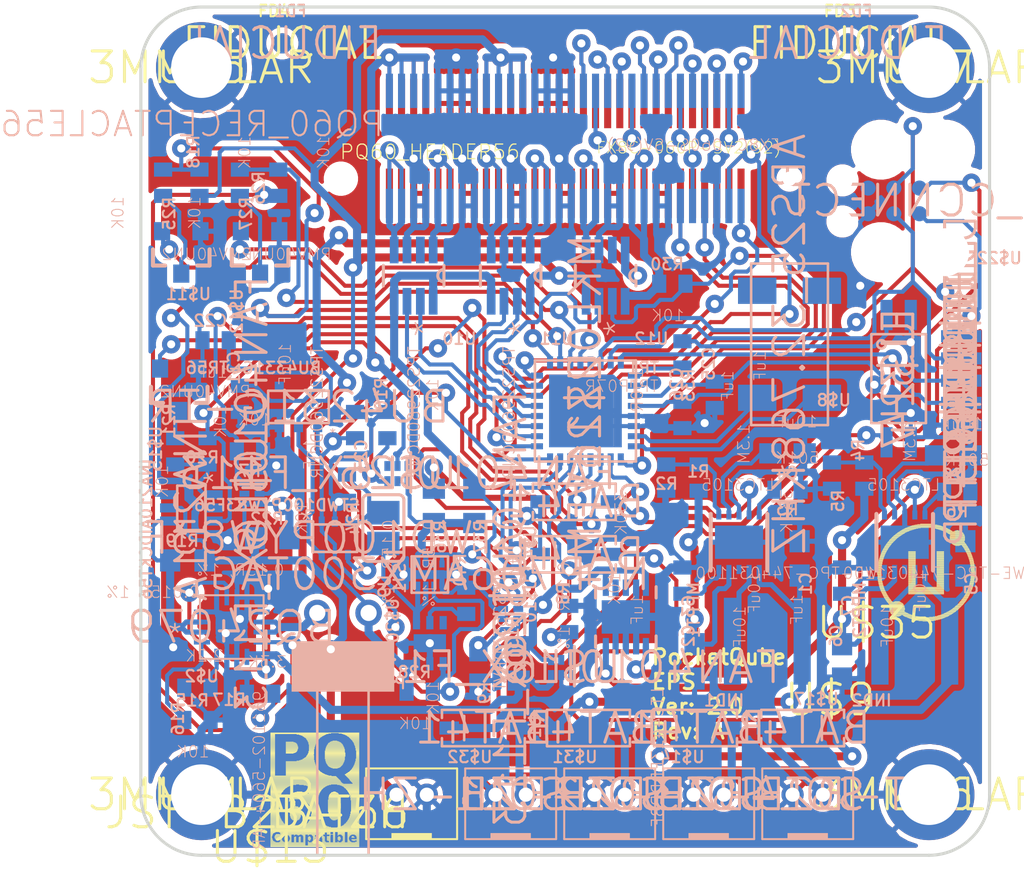
<source format=kicad_pcb>
(kicad_pcb (version 4) (host pcbnew 4.0.2-stable)
  (layers (0 Top signal) (31 Bottom signal) (34 B.Paste user) (35 F.Paste user) (36 B.SilkS user) (37 F.SilkS user) (38 B.Mask user) (39 F.Mask user) (44 Edge.Cuts user))
  (net 0 "")
  (net 1 +3V3_SW1)
  (net 2 +3V3_SW2)
  (net 3 +3V3_SW3)
  (net 4 BATV_SW1)
  (net 5 BATV_SW2)
  (net 6 +3V3)
  (net 7 GPIO0)
  (net 8 GPIO1)
  (net 9 GND)
  (net 10 SCL)
  (net 11 SDA)
  (net 12 GPIO12)
  (net 13 GPIO11)
  (net 14 GPIO10)
  (net 15 GPIO9)
  (net 16 GPIO8)
  (net 17 GPIO7)
  (net 18 GPIO4)
  (net 19 GPIO2)
  (net 20 MISO)
  (net 21 GPIO5)
  (net 22 GPIO3)
  (net 23 SCK)
  (net 24 MOSI)
  (net 25 GPIO6)
  (net 26 N$1)
  (net 27 MPPT1)
  (net 28 N$4)
  (net 29 N$2)
  (net 30 N$9)
  (net 31 N$15)
  (net 32 N$8)
  (net 33 N$14)
  (net 34 SHDN)
  (net 35 N$3)
  (net 36 N$5)
  (net 37 N$6)
  (net 38 N$7)
  (net 39 N$10)
  (net 40 N$11)
  (net 41 N$12)
  (net 42 MPPT2)
  (net 43 SOL_ISEN)
  (net 44 SYS)
  (net 45 N$37)
  (net 46 BAT_RAW_ISEN)
  (net 47 N$39)
  (net 48 BAT_BUS_ISEN)
  (net 49 SYS_RAW)
  (net 50 EN)
  (net 51 WDI)
  (net 52 N$43)
  (net 53 N$40)
  (net 54 SWDIO)
  (net 55 SWDCLK)
  (net 56 SWDRST)
  (net 57 +3V3_SW1_EN)
  (net 58 +3V3_SW3_EN)
  (net 59 +3V3_SW2_EN)
  (net 60 BATV_SW1_EN)
  (net 61 EXTAL)
  (net 62 XTAL)
  (net 63 BATV_SW2_EN)
  (net 64 CHG_INPUT)
  (net 65 N$33)
  (net 66 OPTO)
  (net 67 +3V3_REG)
  (net 68 +3V3_SW)
  (net 69 +3V3_ISEN)
  (net 70 +3V3_SW_ISEN)
  (net 71 SYS_SW)
  (net 72 N$44)
  (net 73 MPPT_RAW)
  (net 74 N$29)
  (net 75 BATV_BUS)
  (net 76 USB_DISCONNECT)
  (net 77 +5V_USB)
  (net 78 N$30)
  (net 79 N$31)
  (net 80 N$32)
  (net 81 BATV_SENS_EN)
  (net 82 MPPTV_SENS_EN)
  (net 83 BATV_SENS)
  (net 84 MPPTV_SENS)
  (net 85 N$35)
  (net 86 N$36)
  (net 87 N$38)
  (net 88 BAT_RAW_ISEN_EN)
  (net 89 N$13)
  (net 90 N$16)
  (net 91 N$17)
  (net 92 N$18)
  (net 93 N$19)
  (module "FX8C-060P-SV(92)" (layer Top) (at 148.5011 91.0036)
    (fp_text reference PQ60_HEADER56 (at -11.2 0.6) (layer F.SilkS) (effects (font (size 0.7239 0.7239) (thickness 0.06096)) (justify left bottom)))
    (fp_text value "FX8C-060P-SV2(92)" (at 1.5 0.3) (layer F.SilkS) (effects (font (size 0.57 0.57) (thickness 0.0456)) (justify left bottom)))
    (pad P$1 smd rect (at -8.7 2.225 90) (size 2.45 0.35) (layers Top F.Paste F.Mask) (net 1 +3V3_SW1))
    (pad P$2 smd rect (at -8.1 2.225 90) (size 2.45 0.35) (layers Top F.Paste F.Mask) (net 1 +3V3_SW1))
    (pad P$3 smd rect (at -7.5 2.225 90) (size 2.45 0.35) (layers Top F.Paste F.Mask) (net 9 GND))
    (pad P$4 smd rect (at -6.9 2.225 90) (size 2.45 0.35) (layers Top F.Paste F.Mask) (net 9 GND))
    (pad P$5 smd rect (at -6.3 2.225 90) (size 2.45 0.35) (layers Top F.Paste F.Mask) (net 2 +3V3_SW2))
    (pad P$6 smd rect (at -5.7 2.225 90) (size 2.45 0.35) (layers Top F.Paste F.Mask) (net 2 +3V3_SW2))
    (pad P$7 smd rect (at -5.1 2.225 90) (size 2.45 0.35) (layers Top F.Paste F.Mask) (net 9 GND))
    (pad P$8 smd rect (at -4.5 2.225 90) (size 2.45 0.35) (layers Top F.Paste F.Mask) (net 9 GND))
    (pad P$9 smd rect (at -3.9 2.225 90) (size 2.45 0.35) (layers Top F.Paste F.Mask) (net 3 +3V3_SW3))
    (pad P$10 smd rect (at -3.3 2.225 90) (size 2.45 0.35) (layers Top F.Paste F.Mask) (net 3 +3V3_SW3))
    (pad P$11 smd rect (at -2.7 2.225 90) (size 2.45 0.35) (layers Top F.Paste F.Mask) (net 9 GND))
    (pad P$12 smd rect (at -2.1 2.225 90) (size 2.45 0.35) (layers Top F.Paste F.Mask) (net 9 GND))
    (pad P$13 smd rect (at -1.5 2.225 90) (size 2.45 0.35) (layers Top F.Paste F.Mask) (net 4 BATV_SW1))
    (pad P$14 smd rect (at -0.9 2.225 90) (size 2.45 0.35) (layers Top F.Paste F.Mask) (net 4 BATV_SW1))
    (pad P$15 smd rect (at -0.3 2.225 90) (size 2.45 0.35) (layers Top F.Paste F.Mask) (net 9 GND))
    (pad P$16 smd rect (at 0.3 2.225 90) (size 2.45 0.35) (layers Top F.Paste F.Mask) (net 9 GND))
    (pad P$17 smd rect (at 0.9 2.225 90) (size 2.45 0.35) (layers Top F.Paste F.Mask) (net 5 BATV_SW2))
    (pad P$18 smd rect (at 1.5 2.225 90) (size 2.45 0.35) (layers Top F.Paste F.Mask) (net 5 BATV_SW2))
    (pad P$19 smd rect (at 2.1 2.225 90) (size 2.45 0.35) (layers Top F.Paste F.Mask) (net 9 GND))
    (pad P$20 smd rect (at 2.7 2.225 90) (size 2.45 0.35) (layers Top F.Paste F.Mask) (net 9 GND))
    (pad P$21 smd rect (at 3.3 2.225 90) (size 2.45 0.35) (layers Top F.Paste F.Mask) (net 77 +5V_USB))
    (pad P$22 smd rect (at 3.9 2.225 90) (size 2.45 0.35) (layers Top F.Paste F.Mask) (net 77 +5V_USB))
    (pad P$23 smd rect (at 4.5 2.225 90) (size 2.45 0.35) (layers Top F.Paste F.Mask) (net 9 GND))
    (pad P$24 smd rect (at 5.1 2.225 90) (size 2.45 0.35) (layers Top F.Paste F.Mask) (net 9 GND))
    (pad P$25 smd rect (at 5.7 2.225 90) (size 2.45 0.35) (layers Top F.Paste F.Mask) (net 7 GPIO0))
    (pad P$26 smd rect (at 6.3 2.225 90) (size 2.45 0.35) (layers Top F.Paste F.Mask) (net 8 GPIO1))
    (pad P$27 smd rect (at 6.9 2.225 90) (size 2.45 0.35) (layers Top F.Paste F.Mask) (net 50 EN))
    (pad P$28 smd rect (at 7.5 2.225 90) (size 2.45 0.35) (layers Top F.Paste F.Mask) (net 9 GND))
    (pad P$29 smd rect (at 8.1 2.225 90) (size 2.45 0.35) (layers Top F.Paste F.Mask) (net 10 SCL))
    (pad P$30 smd rect (at 8.7 2.225 90) (size 2.45 0.35) (layers Top F.Paste F.Mask) (net 11 SDA))
    (pad P$31 smd rect (at 8.7 -2.225 90) (size 2.45 0.35) (layers Top F.Paste F.Mask) (net 24 MOSI))
    (pad P$32 smd rect (at 8.1 -2.225 90) (size 2.45 0.35) (layers Top F.Paste F.Mask) (net 20 MISO))
    (pad P$33 smd rect (at 7.5 -2.225 90) (size 2.45 0.35) (layers Top F.Paste F.Mask) (net 23 SCK))
    (pad P$34 smd rect (at 6.9 -2.225 90) (size 2.45 0.35) (layers Top F.Paste F.Mask) (net 19 GPIO2))
    (pad P$35 smd rect (at 6.3 -2.225 90) (size 2.45 0.35) (layers Top F.Paste F.Mask) (net 22 GPIO3))
    (pad P$36 smd rect (at 5.7 -2.225 90) (size 2.45 0.35) (layers Top F.Paste F.Mask) (net 18 GPIO4))
    (pad P$37 smd rect (at 5.1 -2.225 90) (size 2.45 0.35) (layers Top F.Paste F.Mask) (net 21 GPIO5))
    (pad P$38 smd rect (at 4.5 -2.225 90) (size 2.45 0.35) (layers Top F.Paste F.Mask) (net 25 GPIO6))
    (pad P$39 smd rect (at 3.9 -2.225 90) (size 2.45 0.35) (layers Top F.Paste F.Mask) (net 17 GPIO7))
    (pad P$40 smd rect (at 3.3 -2.225 90) (size 2.45 0.35) (layers Top F.Paste F.Mask) (net 16 GPIO8))
    (pad P$41 smd rect (at 2.7 -2.225 90) (size 2.45 0.35) (layers Top F.Paste F.Mask) (net 15 GPIO9))
    (pad P$42 smd rect (at 2.1 -2.225 90) (size 2.45 0.35) (layers Top F.Paste F.Mask) (net 14 GPIO10))
    (pad P$43 smd rect (at 1.5 -2.225 90) (size 2.45 0.35) (layers Top F.Paste F.Mask) (net 13 GPIO11))
    (pad P$44 smd rect (at 0.9 -2.225 90) (size 2.45 0.35) (layers Top F.Paste F.Mask) (net 12 GPIO12))
    (pad P$45 smd rect (at 0.3 -2.225 90) (size 2.45 0.35) (layers Top F.Paste F.Mask) (net 9 GND))
    (pad P$46 smd rect (at -0.3 -2.225 90) (size 2.45 0.35) (layers Top F.Paste F.Mask) (net 9 GND))
    (pad P$47 smd rect (at -0.9 -2.225 90) (size 2.45 0.35) (layers Top F.Paste F.Mask) (net 9 GND))
    (pad P$48 smd rect (at -1.5 -2.225 90) (size 2.45 0.35) (layers Top F.Paste F.Mask) (net 9 GND))
    (pad P$49 smd rect (at -2.1 -2.225 90) (size 2.45 0.35) (layers Top F.Paste F.Mask) (net 75 BATV_BUS))
    (pad P$50 smd rect (at -2.7 -2.225 90) (size 2.45 0.35) (layers Top F.Paste F.Mask) (net 75 BATV_BUS))
    (pad P$51 smd rect (at -3.3 -2.225 90) (size 2.45 0.35) (layers Top F.Paste F.Mask) (net 75 BATV_BUS))
    (pad P$52 smd rect (at -3.9 -2.225 90) (size 2.45 0.35) (layers Top F.Paste F.Mask) (net 75 BATV_BUS))
    (pad P$53 smd rect (at -4.5 -2.225 90) (size 2.45 0.35) (layers Top F.Paste F.Mask) (net 9 GND))
    (pad P$54 smd rect (at -5.1 -2.225 90) (size 2.45 0.35) (layers Top F.Paste F.Mask) (net 9 GND))
    (pad P$55 smd rect (at -5.7 -2.225 90) (size 2.45 0.35) (layers Top F.Paste F.Mask) (net 9 GND))
    (pad P$56 smd rect (at -6.3 -2.225 90) (size 2.45 0.35) (layers Top F.Paste F.Mask) (net 9 GND))
    (pad P$57 smd rect (at -6.9 -2.225 90) (size 2.45 0.35) (layers Top F.Paste F.Mask) (net 6 +3V3))
    (pad P$58 smd rect (at -7.5 -2.225 90) (size 2.45 0.35) (layers Top F.Paste F.Mask) (net 6 +3V3))
    (pad P$59 smd rect (at -8.1 -2.225 90) (size 2.45 0.35) (layers Top F.Paste F.Mask) (net 6 +3V3))
    (pad P$60 smd rect (at -8.7 -2.225 90) (size 2.45 0.35) (layers Top F.Paste F.Mask) (net 6 +3V3))
    (pad "" np_thru_hole circle (at -11.0998 1.4986) (size 1.1 1.1) (drill 1.1) (layers *.Cu))
    (pad "" np_thru_hole circle (at 11.0998 1.4986) (size 0.7 0.7) (drill 0.7) (layers *.Cu))
  )
  (module "FX8C-060S-SV(92)" (layer Bottom) (at 148.5011 91.0036)
    (fp_text reference PQ60_RECEPTACLE56 (at -8.89 -0.5) (layer B.SilkS) (effects (font (size 1.2065 1.2065) (thickness 0.1016)) (justify left bottom mirror)))
    (fp_text value "FX8C-060S-SV(92)" (at 2.01 -0.5) (layer B.SilkS) (effects (font (size 0.57 0.57) (thickness 0.0456)) (justify right top mirror)))
    (pad P$1 smd rect (at -8.7 2.85 180) (size 0.35 1.7) (layers Bottom B.Paste B.Mask) (net 1 +3V3_SW1))
    (pad P$2 smd rect (at -8.1 2.85 180) (size 0.35 1.7) (layers Bottom B.Paste B.Mask) (net 1 +3V3_SW1))
    (pad P$3 smd rect (at -7.5 2.85 180) (size 0.35 1.7) (layers Bottom B.Paste B.Mask) (net 9 GND))
    (pad P$4 smd rect (at -6.9 2.85 180) (size 0.35 1.7) (layers Bottom B.Paste B.Mask) (net 9 GND))
    (pad P$5 smd rect (at -6.3 2.85 180) (size 0.35 1.7) (layers Bottom B.Paste B.Mask) (net 2 +3V3_SW2))
    (pad P$6 smd rect (at -5.7 2.85 180) (size 0.35 1.7) (layers Bottom B.Paste B.Mask) (net 2 +3V3_SW2))
    (pad P$7 smd rect (at -5.1 2.85 180) (size 0.35 1.7) (layers Bottom B.Paste B.Mask) (net 9 GND))
    (pad P$8 smd rect (at -4.5 2.85 180) (size 0.35 1.7) (layers Bottom B.Paste B.Mask) (net 9 GND))
    (pad P$9 smd rect (at -3.9 2.85 180) (size 0.35 1.7) (layers Bottom B.Paste B.Mask) (net 3 +3V3_SW3))
    (pad P$10 smd rect (at -3.3 2.85 180) (size 0.35 1.7) (layers Bottom B.Paste B.Mask) (net 3 +3V3_SW3))
    (pad P$11 smd rect (at -2.7 2.85 180) (size 0.35 1.7) (layers Bottom B.Paste B.Mask) (net 9 GND))
    (pad P$12 smd rect (at -2.1 2.85 180) (size 0.35 1.7) (layers Bottom B.Paste B.Mask) (net 9 GND))
    (pad P$13 smd rect (at -1.5 2.85 180) (size 0.35 1.7) (layers Bottom B.Paste B.Mask) (net 4 BATV_SW1))
    (pad P$14 smd rect (at -0.9 2.85 180) (size 0.35 1.7) (layers Bottom B.Paste B.Mask) (net 4 BATV_SW1))
    (pad P$15 smd rect (at -0.3 2.85) (size 0.35 1.7) (layers Bottom B.Paste B.Mask) (net 9 GND))
    (pad P$16 smd rect (at 0.3 2.85 180) (size 0.35 1.7) (layers Bottom B.Paste B.Mask) (net 9 GND))
    (pad P$17 smd rect (at 0.9 2.85 180) (size 0.35 1.7) (layers Bottom B.Paste B.Mask) (net 5 BATV_SW2))
    (pad P$18 smd rect (at 1.5 2.85 180) (size 0.35 1.7) (layers Bottom B.Paste B.Mask) (net 5 BATV_SW2))
    (pad P$19 smd rect (at 2.1 2.85 180) (size 0.35 1.7) (layers Bottom B.Paste B.Mask) (net 9 GND))
    (pad P$20 smd rect (at 2.7 2.85 180) (size 0.35 1.7) (layers Bottom B.Paste B.Mask) (net 9 GND))
    (pad P$21 smd rect (at 3.3 2.85 180) (size 0.35 1.7) (layers Bottom B.Paste B.Mask) (net 77 +5V_USB))
    (pad P$22 smd rect (at 3.9 2.85 180) (size 0.35 1.7) (layers Bottom B.Paste B.Mask) (net 77 +5V_USB))
    (pad P$23 smd rect (at 4.5 2.85 180) (size 0.35 1.7) (layers Bottom B.Paste B.Mask) (net 9 GND))
    (pad P$24 smd rect (at 5.1 2.85 180) (size 0.35 1.7) (layers Bottom B.Paste B.Mask) (net 9 GND))
    (pad P$25 smd rect (at 5.7 2.85 180) (size 0.35 1.7) (layers Bottom B.Paste B.Mask) (net 7 GPIO0))
    (pad P$26 smd rect (at 6.3 2.85 180) (size 0.35 1.7) (layers Bottom B.Paste B.Mask) (net 8 GPIO1))
    (pad P$27 smd rect (at 6.9 2.85 180) (size 0.35 1.7) (layers Bottom B.Paste B.Mask) (net 50 EN))
    (pad P$28 smd rect (at 7.5 2.85 180) (size 0.35 1.7) (layers Bottom B.Paste B.Mask) (net 9 GND))
    (pad P$29 smd rect (at 8.1 2.85 180) (size 0.35 1.7) (layers Bottom B.Paste B.Mask) (net 10 SCL))
    (pad P$30 smd rect (at 8.7 2.85 180) (size 0.35 1.7) (layers Bottom B.Paste B.Mask) (net 11 SDA))
    (pad P$31 smd rect (at 8.7 -2.85) (size 0.35 1.7) (layers Bottom B.Paste B.Mask) (net 24 MOSI))
    (pad P$32 smd rect (at 8.1 -2.85) (size 0.35 1.7) (layers Bottom B.Paste B.Mask) (net 20 MISO))
    (pad P$33 smd rect (at 7.5 -2.85) (size 0.35 1.7) (layers Bottom B.Paste B.Mask) (net 23 SCK))
    (pad P$34 smd rect (at 6.9 -2.85) (size 0.35 1.7) (layers Bottom B.Paste B.Mask) (net 19 GPIO2))
    (pad P$35 smd rect (at 6.3 -2.85) (size 0.35 1.7) (layers Bottom B.Paste B.Mask) (net 22 GPIO3))
    (pad P$36 smd rect (at 5.7 -2.85) (size 0.35 1.7) (layers Bottom B.Paste B.Mask) (net 18 GPIO4))
    (pad P$37 smd rect (at 5.1 -2.85) (size 0.35 1.7) (layers Bottom B.Paste B.Mask) (net 21 GPIO5))
    (pad P$38 smd rect (at 4.5 -2.85) (size 0.35 1.7) (layers Bottom B.Paste B.Mask) (net 25 GPIO6))
    (pad P$39 smd rect (at 3.9 -2.85) (size 0.35 1.7) (layers Bottom B.Paste B.Mask) (net 17 GPIO7))
    (pad P$40 smd rect (at 3.3 -2.85) (size 0.35 1.7) (layers Bottom B.Paste B.Mask) (net 16 GPIO8))
    (pad P$41 smd rect (at 2.7 -2.85) (size 0.35 1.7) (layers Bottom B.Paste B.Mask) (net 15 GPIO9))
    (pad P$42 smd rect (at 2.1 -2.85) (size 0.35 1.7) (layers Bottom B.Paste B.Mask) (net 14 GPIO10))
    (pad P$43 smd rect (at 1.5 -2.85) (size 0.35 1.7) (layers Bottom B.Paste B.Mask) (net 13 GPIO11))
    (pad P$44 smd rect (at 0.9 -2.85) (size 0.35 1.7) (layers Bottom B.Paste B.Mask) (net 12 GPIO12))
    (pad P$45 smd rect (at 0.3 -2.85) (size 0.35 1.7) (layers Bottom B.Paste B.Mask) (net 9 GND))
    (pad P$46 smd rect (at -0.3 -2.85) (size 0.35 1.7) (layers Bottom B.Paste B.Mask) (net 9 GND))
    (pad P$47 smd rect (at -0.9 -2.85) (size 0.35 1.7) (layers Bottom B.Paste B.Mask) (net 9 GND))
    (pad P$48 smd rect (at -1.5 -2.85) (size 0.35 1.7) (layers Bottom B.Paste B.Mask) (net 9 GND))
    (pad P$49 smd rect (at -2.1 -2.85) (size 0.35 1.7) (layers Bottom B.Paste B.Mask) (net 75 BATV_BUS))
    (pad P$50 smd rect (at -2.7 -2.85) (size 0.35 1.7) (layers Bottom B.Paste B.Mask) (net 75 BATV_BUS))
    (pad P$51 smd rect (at -3.3 -2.85) (size 0.35 1.7) (layers Bottom B.Paste B.Mask) (net 75 BATV_BUS))
    (pad P$52 smd rect (at -3.9 -2.85) (size 0.35 1.7) (layers Bottom B.Paste B.Mask) (net 75 BATV_BUS))
    (pad P$53 smd rect (at -4.5 -2.85) (size 0.35 1.7) (layers Bottom B.Paste B.Mask) (net 9 GND))
    (pad P$54 smd rect (at -5.1 -2.85) (size 0.35 1.7) (layers Bottom B.Paste B.Mask) (net 9 GND))
    (pad P$55 smd rect (at -5.7 -2.85) (size 0.35 1.7) (layers Bottom B.Paste B.Mask) (net 9 GND))
    (pad P$56 smd rect (at -6.3 -2.85) (size 0.35 1.7) (layers Bottom B.Paste B.Mask) (net 9 GND))
    (pad P$57 smd rect (at -6.9 -2.85) (size 0.35 1.7) (layers Bottom B.Paste B.Mask) (net 6 +3V3))
    (pad P$58 smd rect (at -7.5 -2.85) (size 0.35 1.7) (layers Bottom B.Paste B.Mask) (net 6 +3V3))
    (pad P$59 smd rect (at -8.1 -2.85) (size 0.35 1.7) (layers Bottom B.Paste B.Mask) (net 6 +3V3))
    (pad P$60 smd rect (at -8.7 -2.85) (size 0.35 1.7) (layers Bottom B.Paste B.Mask) (net 6 +3V3))
  )
  (module PQ60_CMP (layer Top) (at 133.9011 125.6036)
    (fp_text reference U$13 (at 0 0) (layer F.SilkS))
    (fp_text value "" (at 0 0) (layer F.SilkS))
  )
  (module DFN-3X3 (layer Bottom) (at 157.1011 110.5036)
    (fp_text reference MPPT1 (at -1.905 1.905 270) (layer B.SilkS) (effects (font (size 0.57 0.57) (thickness 0.1026)) (justify left bottom mirror)))
    (fp_text value LTC3105 (at -1.905 -3.175) (layer B.SilkS) (effects (font (size 0.57 0.57) (thickness 0.0456)) (justify right top mirror)))
    (pad 1 smd rect (at -1 -1.35) (size 0.25 0.45) (layers Bottom B.Paste B.Mask) (net 30 N$9))
    (pad 2 smd rect (at -0.5 -1.35) (size 0.25 0.45) (layers Bottom B.Paste B.Mask) (net 32 N$8))
    (pad 3 smd rect (at 0 -1.35) (size 0.25 0.45) (layers Bottom B.Paste B.Mask) (net 9 GND))
    (pad 4 smd rect (at 0.5 -1.35) (size 0.25 0.45) (layers Bottom B.Paste B.Mask) (net 33 N$14))
    (pad 5 smd rect (at 1 -1.35) (size 0.25 0.45) (layers Bottom B.Paste B.Mask) (net 31 N$15))
    (pad 6 smd rect (at 1 1.35) (size 0.25 0.45) (layers Bottom B.Paste B.Mask) (net 29 N$2))
    (pad 7 smd rect (at 0.5 1.35) (size 0.25 0.45) (layers Bottom B.Paste B.Mask) (net 26 N$1))
    (pad 8 smd rect (at 0 1.35) (size 0.25 0.45) (layers Bottom B.Paste B.Mask))
    (pad 9 smd rect (at -0.5 1.35) (size 0.25 0.45) (layers Bottom B.Paste B.Mask) (net 27 MPPT1))
    (pad 10 smd rect (at -1 1.35) (size 0.25 0.45) (layers Bottom B.Paste B.Mask) (net 28 N$4))
    (pad EXP smd rect (at 0 0) (size 2.38 1.65) (layers Bottom B.Paste B.Mask) (net 9 GND))
  )
  (module WE-TPC-744031100 (layer Bottom) (at 158.5011 115.4036 90)
    (fp_text reference IND1 (at -2.6 -3.2 180) (layer B.SilkS) (effects (font (size 0.57 0.57) (thickness 0.1026)) (justify right top mirror)))
    (fp_text value WE-TPC-744031100 (at 3.7 -3.6 180) (layer B.SilkS) (effects (font (size 0.57 0.57) (thickness 0.0456)) (justify right top mirror)))
    (pad P$1 smd rect (at 0 -1.725 90) (size 4.3 0.85) (layers Bottom B.Paste B.Mask) (net 26 N$1))
    (pad P$3 smd rect (at 0 1.725 270) (size 4.3 0.85) (layers Bottom B.Paste B.Mask) (net 29 N$2))
  )
  (module JST-B2B-ZR (layer Bottom) (at 145.8011 123.0036)
    (fp_text reference SOL1 (at 0 0) (layer B.SilkS) (effects (justify mirror)))
    (fp_text value JST-B2B-ZH (at 0 0) (layer B.SilkS) (effects (justify mirror)))
    (pad P$1 thru_hole circle (at -0.75 0) (size 1.1 1.1) (drill 0.7) (layers *.Cu *.Mask) (net 9 GND))
    (pad P$2 thru_hole circle (at 0.75 0) (size 1.1 1.1) (drill 0.7) (layers *.Cu *.Mask) (net 92 N$18))
  )
  (module C0603 (layer Bottom) (at 160.1011 111.3036 90)
    (fp_text reference C1 (at -0.635 0.635 90) (layer B.SilkS) (effects (font (size 0.57 0.57) (thickness 0.1026)) (justify left bottom mirror)))
    (fp_text value 10uF (at -0.635 -1.905 90) (layer B.SilkS) (effects (font (size 0.57 0.57) (thickness 0.0456)) (justify left bottom mirror)))
    (pad 1 smd rect (at -0.85 0 90) (size 1.1 1) (layers Bottom B.Paste B.Mask) (net 29 N$2))
    (pad 2 smd rect (at 0.85 0 90) (size 1.1 1) (layers Bottom B.Paste B.Mask) (net 9 GND))
  )
  (module C0603 (layer Bottom) (at 154.9011 116.4036 270)
    (fp_text reference C2 (at -0.635 0.635 450) (layer B.SilkS) (effects (font (size 0.57 0.57) (thickness 0.1026)) (justify right top mirror)))
    (fp_text value 10uF (at -0.635 -1.905 450) (layer B.SilkS) (effects (font (size 0.57 0.57) (thickness 0.0456)) (justify right top mirror)))
    (pad 1 smd rect (at -0.85 0 270) (size 1.1 1) (layers Bottom B.Paste B.Mask) (net 27 MPPT1))
    (pad 2 smd rect (at 0.85 0 270) (size 1.1 1) (layers Bottom B.Paste B.Mask) (net 9 GND))
  )
  (module C0402 (layer Bottom) (at 154.3011 112.4036 90)
    (fp_text reference C3 (at -0.635 0.635 90) (layer B.SilkS) (effects (font (size 0.57 0.57) (thickness 0.1026)) (justify left bottom mirror)))
    (fp_text value 1uF (at -0.635 -1.905 90) (layer B.SilkS) (effects (font (size 0.57 0.57) (thickness 0.0456)) (justify left bottom mirror)))
    (pad 1 smd rect (at -0.65 0 90) (size 0.7 0.9) (layers Bottom B.Paste B.Mask) (net 28 N$4))
    (pad 2 smd rect (at 0.65 0 90) (size 0.7 0.9) (layers Bottom B.Paste B.Mask) (net 9 GND))
  )
  (module R0402 (layer Bottom) (at 155.1011 107.3036 270)
    (fp_text reference R1 (at -0.635 0.635 540) (layer B.SilkS) (effects (font (size 0.57 0.57) (thickness 0.1026)) (justify right top mirror)))
    (fp_text value 1.3M (at -0.635 -1.905 450) (layer B.SilkS) (effects (font (size 0.57 0.57) (thickness 0.0456)) (justify right top mirror)))
    (pad 1 smd rect (at -0.65 0 270) (size 0.7 0.9) (layers Bottom B.Paste B.Mask) (net 30 N$9))
    (pad 2 smd rect (at 0.65 0 270) (size 0.7 0.9) (layers Bottom B.Paste B.Mask) (net 27 MPPT1))
  )
  (module R0402 (layer Bottom) (at 153.5011 107.3036 90)
    (fp_text reference R2 (at -0.635 0.635 180) (layer B.SilkS) (effects (font (size 0.57 0.57) (thickness 0.1026)) (justify left bottom mirror)))
    (fp_text value 330K (at -0.635 -1.905 90) (layer B.SilkS) (effects (font (size 0.57 0.57) (thickness 0.0456)) (justify left bottom mirror)))
    (pad 1 smd rect (at -0.65 0 90) (size 0.7 0.9) (layers Bottom B.Paste B.Mask) (net 9 GND))
    (pad 2 smd rect (at 0.65 0 90) (size 0.7 0.9) (layers Bottom B.Paste B.Mask) (net 30 N$9))
  )
  (module R0402 (layer Bottom) (at 159.5011 107.9036)
    (fp_text reference R3 (at -0.635 0.635) (layer B.SilkS) (effects (font (size 0.57 0.57) (thickness 0.1026)) (justify right top mirror)))
    (fp_text value 501K (at -0.635 -1.905) (layer B.SilkS) (effects (font (size 0.57 0.57) (thickness 0.0456)) (justify right top mirror)))
    (pad 1 smd rect (at -0.65 0) (size 0.7 0.9) (layers Bottom B.Paste B.Mask) (net 31 N$15))
    (pad 2 smd rect (at 0.65 0) (size 0.7 0.9) (layers Bottom B.Paste B.Mask) (net 9 GND))
  )
  (module C0603 (layer Bottom) (at 159.5011 106.1036)
    (fp_text reference C4 (at -0.635 0.635) (layer B.SilkS) (effects (font (size 0.57 0.57) (thickness 0.1026)) (justify right top mirror)))
    (fp_text value 10uF (at -0.635 -1.905) (layer B.SilkS) (effects (font (size 0.57 0.57) (thickness 0.0456)) (justify right top mirror)))
    (pad 1 smd rect (at -0.85 0) (size 1.1 1) (layers Bottom B.Paste B.Mask) (net 32 N$8))
    (pad 2 smd rect (at 0.85 0) (size 1.1 1) (layers Bottom B.Paste B.Mask) (net 9 GND))
  )
  (module SOD-123 (layer Bottom) (at 149.0011 108.5036)
    (fp_text reference U$4 (at -1.9 1.1 270) (layer B.SilkS) (effects (font (size 0.57 0.57) (thickness 0.1026)) (justify left bottom mirror)))
    (fp_text value BAT41 (at 0 0) (layer B.SilkS) (effects (justify mirror)))
    (pad P$2 smd rect (at 1.74 0) (size 0.97 0.65) (layers Bottom B.Paste B.Mask) (net 33 N$14))
    (pad P$1 smd rect (at -1.74 0) (size 0.97 0.65) (layers Bottom B.Paste B.Mask) (net 34 SHDN))
  )
  (module 3MMPILAR (layer Top) (at 130.5011 123.0036)
    (fp_text reference U$1 (at 0 0) (layer F.SilkS))
    (fp_text value 3MMPILAR (at 0 0) (layer F.SilkS))
    (pad P$1 thru_hole circle (at 0 0) (size 4.5 4.5) (drill 3) (layers *.Cu *.Mask) (net 9 GND))
  )
  (module 3MMPILAR (layer Top) (at 130.5011 87.0036)
    (fp_text reference U$5 (at 0 0) (layer F.SilkS))
    (fp_text value 3MMPILAR (at 0 0) (layer F.SilkS))
    (pad P$1 thru_hole circle (at 0 0) (size 4.5 4.5) (drill 3) (layers *.Cu *.Mask) (net 9 GND))
  )
  (module 3MMPILAR (layer Top) (at 166.5011 123.0036)
    (fp_text reference U$6 (at 0 0) (layer F.SilkS))
    (fp_text value 3MMPILAR (at 0 0) (layer F.SilkS))
    (pad P$1 thru_hole circle (at 0 0) (size 4.5 4.5) (drill 3) (layers *.Cu *.Mask) (net 9 GND))
  )
  (module 3MMPILAR (layer Top) (at 166.5011 87.0036)
    (fp_text reference U$7 (at 0 0) (layer F.SilkS))
    (fp_text value 3MMPILAR (at 0 0) (layer F.SilkS))
    (pad P$1 thru_hole circle (at 0 0) (size 4.5 4.5) (drill 3) (layers *.Cu *.Mask) (net 9 GND))
  )
  (module DFN-3X3 (layer Bottom) (at 165.3011 110.5036)
    (fp_text reference MPPT2 (at -1.905 1.905 270) (layer B.SilkS) (effects (font (size 0.57 0.57) (thickness 0.1026)) (justify left bottom mirror)))
    (fp_text value LTC3105 (at -1.905 -3.175) (layer B.SilkS) (effects (font (size 0.57 0.57) (thickness 0.0456)) (justify right top mirror)))
    (pad 1 smd rect (at -1 -1.35) (size 0.25 0.45) (layers Bottom B.Paste B.Mask) (net 38 N$7))
    (pad 2 smd rect (at -0.5 -1.35) (size 0.25 0.45) (layers Bottom B.Paste B.Mask) (net 40 N$11))
    (pad 3 smd rect (at 0 -1.35) (size 0.25 0.45) (layers Bottom B.Paste B.Mask) (net 9 GND))
    (pad 4 smd rect (at 0.5 -1.35) (size 0.25 0.45) (layers Bottom B.Paste B.Mask) (net 41 N$12))
    (pad 5 smd rect (at 1 -1.35) (size 0.25 0.45) (layers Bottom B.Paste B.Mask) (net 39 N$10))
    (pad 6 smd rect (at 1 1.35) (size 0.25 0.45) (layers Bottom B.Paste B.Mask) (net 37 N$6))
    (pad 7 smd rect (at 0.5 1.35) (size 0.25 0.45) (layers Bottom B.Paste B.Mask) (net 35 N$3))
    (pad 8 smd rect (at 0 1.35) (size 0.25 0.45) (layers Bottom B.Paste B.Mask))
    (pad 9 smd rect (at -0.5 1.35) (size 0.25 0.45) (layers Bottom B.Paste B.Mask) (net 42 MPPT2))
    (pad 10 smd rect (at -1 1.35) (size 0.25 0.45) (layers Bottom B.Paste B.Mask) (net 36 N$5))
    (pad EXP smd rect (at 0 0) (size 2.38 1.65) (layers Bottom B.Paste B.Mask) (net 9 GND))
  )
  (module WE-TPC-744031100 (layer Bottom) (at 165.8011 115.4036 90)
    (fp_text reference IND2 (at -2.6 -3.2 180) (layer B.SilkS) (effects (font (size 0.57 0.57) (thickness 0.1026)) (justify right top mirror)))
    (fp_text value WE-TPC-744031100 (at 3.7 -3.6 180) (layer B.SilkS) (effects (font (size 0.57 0.57) (thickness 0.0456)) (justify right top mirror)))
    (pad P$1 smd rect (at 0 -1.725 90) (size 4.3 0.85) (layers Bottom B.Paste B.Mask) (net 35 N$3))
    (pad P$3 smd rect (at 0 1.725 270) (size 4.3 0.85) (layers Bottom B.Paste B.Mask) (net 37 N$6))
  )
  (module JST-B2B-ZR (layer Bottom) (at 150.7011 123.0036)
    (fp_text reference SOL2 (at 0 0) (layer B.SilkS) (effects (justify mirror)))
    (fp_text value JST-B2B-ZH (at 0 0) (layer B.SilkS) (effects (justify mirror)))
    (pad P$1 thru_hole circle (at -0.75 0) (size 1.1 1.1) (drill 0.7) (layers *.Cu *.Mask) (net 9 GND))
    (pad P$2 thru_hole circle (at 0.75 0) (size 1.1 1.1) (drill 0.7) (layers *.Cu *.Mask) (net 91 N$17))
  )
  (module C0603 (layer Bottom) (at 168.3011 111.3036 90)
    (fp_text reference C5 (at -0.635 0.635 90) (layer B.SilkS) (effects (font (size 0.57 0.57) (thickness 0.1026)) (justify left bottom mirror)))
    (fp_text value 10uF (at -0.635 -1.905 90) (layer B.SilkS) (effects (font (size 0.57 0.57) (thickness 0.0456)) (justify left bottom mirror)))
    (pad 1 smd rect (at -0.85 0 90) (size 1.1 1) (layers Bottom B.Paste B.Mask) (net 37 N$6))
    (pad 2 smd rect (at 0.85 0 90) (size 1.1 1) (layers Bottom B.Paste B.Mask) (net 9 GND))
  )
  (module C0603 (layer Bottom) (at 162.2011 116.4036 270)
    (fp_text reference C6 (at -0.635 0.635 450) (layer B.SilkS) (effects (font (size 0.57 0.57) (thickness 0.1026)) (justify right top mirror)))
    (fp_text value 10uF (at -0.635 -1.905 450) (layer B.SilkS) (effects (font (size 0.57 0.57) (thickness 0.0456)) (justify right top mirror)))
    (pad 1 smd rect (at -0.85 0 270) (size 1.1 1) (layers Bottom B.Paste B.Mask) (net 42 MPPT2))
    (pad 2 smd rect (at 0.85 0 270) (size 1.1 1) (layers Bottom B.Paste B.Mask) (net 9 GND))
  )
  (module C0402 (layer Bottom) (at 162.2011 112.4036 90)
    (fp_text reference C7 (at -0.635 0.635 90) (layer B.SilkS) (effects (font (size 0.57 0.57) (thickness 0.1026)) (justify left bottom mirror)))
    (fp_text value 1uF (at -0.635 -1.905 90) (layer B.SilkS) (effects (font (size 0.57 0.57) (thickness 0.0456)) (justify left bottom mirror)))
    (pad 1 smd rect (at -0.65 0 90) (size 0.7 0.9) (layers Bottom B.Paste B.Mask) (net 36 N$5))
    (pad 2 smd rect (at 0.65 0 90) (size 0.7 0.9) (layers Bottom B.Paste B.Mask) (net 9 GND))
  )
  (module R0402 (layer Bottom) (at 163.3011 107.2036 270)
    (fp_text reference R4 (at -0.635 0.635 450) (layer B.SilkS) (effects (font (size 0.57 0.57) (thickness 0.1026)) (justify right top mirror)))
    (fp_text value 1.3M (at -0.635 -1.905 450) (layer B.SilkS) (effects (font (size 0.57 0.57) (thickness 0.0456)) (justify right top mirror)))
    (pad 1 smd rect (at -0.65 0 270) (size 0.7 0.9) (layers Bottom B.Paste B.Mask) (net 38 N$7))
    (pad 2 smd rect (at 0.65 0 270) (size 0.7 0.9) (layers Bottom B.Paste B.Mask) (net 42 MPPT2))
  )
  (module R0402 (layer Bottom) (at 161.7011 107.2036 90)
    (fp_text reference R5 (at -0.635 0.635 90) (layer B.SilkS) (effects (font (size 0.57 0.57) (thickness 0.1026)) (justify left bottom mirror)))
    (fp_text value 330K (at -0.635 -1.905 90) (layer B.SilkS) (effects (font (size 0.57 0.57) (thickness 0.0456)) (justify left bottom mirror)))
    (pad 1 smd rect (at -0.65 0 90) (size 0.7 0.9) (layers Bottom B.Paste B.Mask) (net 9 GND))
    (pad 2 smd rect (at 0.65 0 90) (size 0.7 0.9) (layers Bottom B.Paste B.Mask) (net 38 N$7))
  )
  (module R0402 (layer Bottom) (at 167.9011 108.0036)
    (fp_text reference R6 (at -0.635 0.635) (layer B.SilkS) (effects (font (size 0.57 0.57) (thickness 0.1026)) (justify right top mirror)))
    (fp_text value 501K (at -0.635 -1.905) (layer B.SilkS) (effects (font (size 0.57 0.57) (thickness 0.0456)) (justify right top mirror)))
    (pad 1 smd rect (at -0.65 0) (size 0.7 0.9) (layers Bottom B.Paste B.Mask) (net 39 N$10))
    (pad 2 smd rect (at 0.65 0) (size 0.7 0.9) (layers Bottom B.Paste B.Mask) (net 9 GND))
  )
  (module C0603 (layer Bottom) (at 167.7011 106.2036)
    (fp_text reference C8 (at -0.635 0.635) (layer B.SilkS) (effects (font (size 0.57 0.57) (thickness 0.1026)) (justify right top mirror)))
    (fp_text value 10uF (at -0.635 -1.905) (layer B.SilkS) (effects (font (size 0.57 0.57) (thickness 0.0456)) (justify right top mirror)))
    (pad 1 smd rect (at -0.85 0) (size 1.1 1) (layers Bottom B.Paste B.Mask) (net 40 N$11))
    (pad 2 smd rect (at 0.85 0) (size 1.1 1) (layers Bottom B.Paste B.Mask) (net 9 GND))
  )
  (module SOD-123 (layer Bottom) (at 149.0011 111.1036)
    (fp_text reference U$10 (at -1.9 1.1 270) (layer B.SilkS) (effects (font (size 0.57 0.57) (thickness 0.1026)) (justify left bottom mirror)))
    (fp_text value BAT41 (at 0 0) (layer B.SilkS) (effects (justify mirror)))
    (pad P$2 smd rect (at 1.74 0) (size 0.97 0.65) (layers Bottom B.Paste B.Mask) (net 41 N$12))
    (pad P$1 smd rect (at -1.74 0) (size 0.97 0.65) (layers Bottom B.Paste B.Mask) (net 34 SHDN))
  )
  (module DFN300X300X80-11N (layer Bottom) (at 151.5011 114.2036 90)
    (fp_text reference U1 (at -4.8006 -4.1656 90) (layer B.SilkS) (effects (font (size 0.57 0.57) (thickness 0.1026)) (justify left bottom mirror)))
    (fp_text value LTC4413EDDPBF (at -3.4544 1.905 90) (layer B.SilkS) (effects (font (size 0.57 0.57) (thickness 0.057)) (justify left bottom mirror)))
    (pad 1 smd rect (at -1.4478 0.9906 90) (size 0.8128 0.3048) (layers Bottom B.Paste B.Mask) (net 27 MPPT1))
    (pad 2 smd rect (at -1.4478 0.508 90) (size 0.8128 0.3048) (layers Bottom B.Paste B.Mask) (net 9 GND))
    (pad 3 smd rect (at -1.4478 0 90) (size 0.8128 0.3048) (layers Bottom B.Paste B.Mask) (net 9 GND))
    (pad 4 smd rect (at -1.4478 -0.508 90) (size 0.8128 0.3048) (layers Bottom B.Paste B.Mask) (net 9 GND))
    (pad 5 smd rect (at -1.4478 -0.9906 90) (size 0.8128 0.3048) (layers Bottom B.Paste B.Mask) (net 42 MPPT2))
    (pad 6 smd rect (at 1.4478 -0.9906 90) (size 0.8128 0.3048) (layers Bottom B.Paste B.Mask) (net 73 MPPT_RAW))
    (pad 7 smd rect (at 1.4478 -0.508 90) (size 0.8128 0.3048) (layers Bottom B.Paste B.Mask))
    (pad 8 smd rect (at 1.4478 0 90) (size 0.8128 0.3048) (layers Bottom B.Paste B.Mask))
    (pad 9 smd rect (at 1.4478 0.508 90) (size 0.8128 0.3048) (layers Bottom B.Paste B.Mask) (net 9 GND))
    (pad 10 smd rect (at 1.4478 0.9906 90) (size 0.8128 0.3048) (layers Bottom B.Paste B.Mask) (net 73 MPPT_RAW))
    (pad 11 smd rect (at 0 0 90) (size 1.651 2.3876) (layers Bottom B.Paste B.Mask) (net 9 GND))
  )
  (module FAN4010IL6X_F113 (layer Bottom) (at 148.3011 116.7036)
    (fp_text reference U$18 (at 0 0) (layer B.SilkS) (effects (justify mirror)))
    (fp_text value FAN4010IL6X_F113 (at 0 0) (layer B.SilkS) (effects (justify mirror)))
    (pad 6 smd rect (at -0.5 0.375) (size 0.3 0.49) (layers Bottom B.Paste B.Mask) (net 64 CHG_INPUT))
    (pad 5 smd rect (at 0 0.375) (size 0.3 0.49) (layers Bottom B.Paste B.Mask) (net 9 GND))
    (pad 4 smd rect (at 0.5 0.375) (size 0.3 0.49) (layers Bottom B.Paste B.Mask))
    (pad 1 smd rect (at -0.5 -0.375) (size 0.3 0.52) (layers Bottom B.Paste B.Mask) (net 73 MPPT_RAW))
    (pad 2 smd rect (at 0 -0.375) (size 0.3 0.49) (layers Bottom B.Paste B.Mask))
    (pad 3 smd rect (at 0.5 -0.375) (size 0.3 0.49) (layers Bottom B.Paste B.Mask) (net 43 SOL_ISEN))
  )
  (module 961102-5604-AR (layer Bottom) (at 137.5011 114.0036 180)
    (fp_text reference PWR56 (at -3.175 -3.81 360) (layer B.SilkS) (effects (font (size 0.57 0.57) (thickness 0.1026)) (justify left bottom mirror)))
    (fp_text value 961102-5604-AR (at 3.81 -3.81 270) (layer B.SilkS) (effects (font (size 0.57 0.57) (thickness 0.0456)) (justify left bottom mirror)))
    (pad PIN1 thru_hole circle (at -1.27 0 180) (size 1.308 1.308) (drill 0.8) (layers *.Cu *.Mask) (net 71 SYS_SW))
    (pad PIN2 thru_hole circle (at 1.27 0 180) (size 1.308 1.308) (drill 0.8) (layers *.Cu *.Mask) (net 44 SYS))
  )
  (module JST-B2B-ZR (layer Top) (at 140.9011 123.0036 180)
    (fp_text reference BAT56 (at 0 0 180) (layer F.SilkS) (effects (justify right top)))
    (fp_text value JST-B2B-ZH (at 0 0 180) (layer F.SilkS) (effects (justify right top)))
    (pad P$1 thru_hole circle (at -0.75 0 180) (size 1.1 1.1) (drill 0.7) (layers *.Cu *.Mask) (net 9 GND))
    (pad P$2 thru_hole circle (at 0.75 0 180) (size 1.1 1.1) (drill 0.7) (layers *.Cu *.Mask) (net 45 N$37))
  )
  (module R0603 (layer Bottom) (at 146.2011 116.5036 270)
    (fp_text reference R13 (at -0.635 0.635 450) (layer B.SilkS) (effects (font (size 0.57 0.57) (thickness 0.1026)) (justify right top mirror)))
    (fp_text value "0.15R, 1%" (at -0.635 -1.905 450) (layer B.SilkS) (effects (font (size 0.57 0.57) (thickness 0.0456)) (justify right top mirror)))
    (pad 1 smd rect (at -0.85 0 270) (size 1 1.1) (layers Bottom B.Paste B.Mask) (net 73 MPPT_RAW))
    (pad 2 smd rect (at 0.85 0 270) (size 1 1.1) (layers Bottom B.Paste B.Mask) (net 64 CHG_INPUT))
  )
  (module SC-70 (layer Bottom) (at 130.0011 108.8036 270)
    (fp_text reference INA210AIDCKT56 (at -2.5 1.9 450) (layer B.SilkS) (effects (font (size 0.57 0.57) (thickness 0.1026)) (justify left bottom mirror)))
    (fp_text value INA211A (at 0 0 270) (layer B.SilkS) (effects (justify mirror)))
    (fp_text user * (at -1.9 -1.7 270) (layer B.SilkS) (effects (font (size 0.95 0.95) (thickness 0.08)) (justify left bottom mirror)))
    (pad 6 smd rect (at -0.65 1.1 90) (size 0.45 0.9) (layers Bottom B.Paste B.Mask) (net 46 BAT_RAW_ISEN))
    (pad 5 smd rect (at 0 1.1 90) (size 0.45 0.9) (layers Bottom B.Paste B.Mask) (net 45 N$37))
    (pad 4 smd rect (at 0.65 1.1 90) (size 0.45 0.9) (layers Bottom B.Paste B.Mask) (net 74 N$29))
    (pad 1 smd rect (at -0.65 -1.1 90) (size 0.45 0.9) (layers Bottom B.Paste B.Mask) (net 47 N$39))
    (pad 2 smd rect (at 0 -1.1 90) (size 0.45 0.9) (layers Bottom B.Paste B.Mask) (net 9 GND))
    (pad 3 smd rect (at 0.65 -1.1 90) (size 0.45 0.9) (layers Bottom B.Paste B.Mask) (net 6 +3V3))
  )
  (module R0603 (layer Bottom) (at 129.8011 111.4036 180)
    (fp_text reference R19 (at -0.635 0.635 360) (layer B.SilkS) (effects (font (size 0.57 0.57) (thickness 0.1026)) (justify left bottom mirror)))
    (fp_text value "0.015R 1%" (at -0.635 -1.905 360) (layer B.SilkS) (effects (font (size 0.57 0.57) (thickness 0.0456)) (justify left bottom mirror)))
    (pad 1 smd rect (at -0.85 0 180) (size 1 1.1) (layers Bottom B.Paste B.Mask) (net 45 N$37))
    (pad 2 smd rect (at 0.85 0 180) (size 1 1.1) (layers Bottom B.Paste B.Mask) (net 74 N$29))
  )
  (module R0402 (layer Bottom) (at 130.8011 106.0036 90)
    (fp_text reference R20 (at -0.635 0.635 180) (layer B.SilkS) (effects (font (size 0.57 0.57) (thickness 0.1026)) (justify left bottom mirror)))
    (fp_text value 10K (at -0.635 -1.905 90) (layer B.SilkS) (effects (font (size 0.57 0.57) (thickness 0.0456)) (justify left bottom mirror)))
    (pad 1 smd rect (at -0.65 0 90) (size 0.7 0.9) (layers Bottom B.Paste B.Mask) (net 47 N$39))
    (pad 2 smd rect (at 0.65 0 90) (size 0.7 0.9) (layers Bottom B.Paste B.Mask) (net 6 +3V3))
  )
  (module R0402 (layer Bottom) (at 129.2011 106.0036 270)
    (fp_text reference R21 (at -0.635 0.635 450) (layer B.SilkS) (effects (font (size 0.57 0.57) (thickness 0.1026)) (justify right top mirror)))
    (fp_text value 10K (at -0.635 -1.905 450) (layer B.SilkS) (effects (font (size 0.57 0.57) (thickness 0.0456)) (justify right top mirror)))
    (pad 1 smd rect (at -0.65 0 270) (size 0.7 0.9) (layers Bottom B.Paste B.Mask) (net 87 N$38))
    (pad 2 smd rect (at 0.65 0 270) (size 0.7 0.9) (layers Bottom B.Paste B.Mask) (net 47 N$39))
  )
  (module FAN4010IL6X_F113 (layer Bottom) (at 133.0011 108.1036 90)
    (fp_text reference U$19 (at 0 0 90) (layer B.SilkS) (effects (justify mirror)))
    (fp_text value FAN4010IL6X_F113 (at 0 0 90) (layer B.SilkS) (effects (justify mirror)))
    (pad 6 smd rect (at -0.5 0.375 90) (size 0.3 0.49) (layers Bottom B.Paste B.Mask) (net 75 BATV_BUS))
    (pad 5 smd rect (at 0 0.375 90) (size 0.3 0.49) (layers Bottom B.Paste B.Mask) (net 9 GND))
    (pad 4 smd rect (at 0.5 0.375 90) (size 0.3 0.49) (layers Bottom B.Paste B.Mask))
    (pad 1 smd rect (at -0.5 -0.375 90) (size 0.3 0.52) (layers Bottom B.Paste B.Mask) (net 45 N$37))
    (pad 2 smd rect (at 0 -0.375 90) (size 0.3 0.49) (layers Bottom B.Paste B.Mask))
    (pad 3 smd rect (at 0.5 -0.375 90) (size 0.3 0.49) (layers Bottom B.Paste B.Mask) (net 48 BAT_BUS_ISEN))
  )
  (module R0603 (layer Bottom) (at 134.0011 110.3036 180)
    (fp_text reference R22 (at -0.635 0.635 360) (layer B.SilkS) (effects (font (size 0.57 0.57) (thickness 0.1026)) (justify left bottom mirror)))
    (fp_text value "0.15R, 1%" (at -0.635 -1.905 360) (layer B.SilkS) (effects (font (size 0.57 0.57) (thickness 0.0456)) (justify left bottom mirror)))
    (pad 1 smd rect (at -0.85 0 180) (size 1 1.1) (layers Bottom B.Paste B.Mask) (net 75 BATV_BUS))
    (pad 2 smd rect (at 0.85 0 180) (size 1 1.1) (layers Bottom B.Paste B.Mask) (net 45 N$37))
  )
  (module XDFN8 (layer Bottom) (at 141.8011 112.1036)
    (fp_text reference U$20 (at -1.5 1.1 270) (layer B.SilkS) (effects (font (size 0.57 0.57) (thickness 0.1026)) (justify left bottom mirror)))
    (fp_text value NCP706AMX300TAG (at 0 0) (layer B.SilkS) (effects (justify mirror)))
    (fp_text user . (at -1.4 -0.7) (layer B.SilkS) (effects (font (size 1.2065 1.2065) (thickness 0.1016)) (justify left bottom mirror)))
    (pad P$8 smd rect (at -0.6 0.525) (size 0.26 0.35) (layers Bottom B.Paste B.Mask) (net 49 SYS_RAW))
    (pad P$7 smd rect (at -0.2 0.525) (size 0.26 0.35) (layers Bottom B.Paste B.Mask) (net 49 SYS_RAW))
    (pad P$6 smd rect (at 0.2 0.525) (size 0.26 0.35) (layers Bottom B.Paste B.Mask) (net 50 EN))
    (pad P$5 smd rect (at 0.6 0.525) (size 0.26 0.35) (layers Bottom B.Paste B.Mask) (net 9 GND))
    (pad P$1 smd rect (at -0.6 -0.525) (size 0.26 0.35) (layers Bottom B.Paste B.Mask) (net 67 +3V3_REG))
    (pad P$2 smd rect (at -0.2 -0.525) (size 0.26 0.35) (layers Bottom B.Paste B.Mask) (net 67 +3V3_REG))
    (pad P$3 smd rect (at 0.2 -0.525) (size 0.26 0.35) (layers Bottom B.Paste B.Mask))
    (pad P$4 smd rect (at 0.6 -0.525) (size 0.26 0.35) (layers Bottom B.Paste B.Mask) (net 67 +3V3_REG))
    (pad P$9 smd rect (at 0 0) (size 1.44 0.44) (layers Bottom B.Paste B.Mask) (net 9 GND))
  )
  (module SOT_323-5 (layer Bottom) (at 137.1011 110.3036 180)
    (fp_text reference STWD100PYW83F56 (at -1.3 1.3 360) (layer B.SilkS) (effects (font (size 0.57 0.57) (thickness 0.1026)) (justify left bottom mirror)))
    (fp_text value STWD100PYW83F (at 0 0 180) (layer B.SilkS) (effects (justify mirror)))
    (fp_text user * (at 1 0.3 180) (layer B.SilkS) (effects (font (size 0.95 0.95) (thickness 0.08)) (justify left bottom mirror)))
    (pad 3 smd rect (at -0.65 0.825 180) (size 0.3 0.5) (layers Bottom B.Paste B.Mask) (net 52 N$43))
    (pad 2 smd rect (at 0 0.825 180) (size 0.3 0.5) (layers Bottom B.Paste B.Mask) (net 9 GND))
    (pad 1 smd rect (at 0.65 0.825 180) (size 0.3 0.5) (layers Bottom B.Paste B.Mask) (net 50 EN))
    (pad 4 smd rect (at -0.65 -0.825 180) (size 0.3 0.5) (layers Bottom B.Paste B.Mask) (net 51 WDI))
    (pad 5 smd rect (at 0.65 -0.825 180) (size 0.3 0.5) (layers Bottom B.Paste B.Mask) (net 71 SYS_SW))
  )
  (module TAG_CONNECT (layer Bottom) (at 167.3011 93.6036 180)
    (fp_text reference U$22 (at -1.5 -2.5 360) (layer B.SilkS) (effects (font (size 0.57 0.57) (thickness 0.1026)) (justify right top mirror)))
    (fp_text value TAG_CONNECT (at 0 0 180) (layer B.SilkS) (effects (justify mirror)))
    (pad 2 smd circle (at 1.27 0.635 90) (size 0.75 0.75) (layers Bottom B.Paste B.Mask) (net 54 SWDIO))
    (pad 4 smd circle (at 2.54 0.635 90) (size 0.75 0.75) (layers Bottom B.Paste B.Mask) (net 55 SWDCLK))
    (pad 6 smd circle (at 3.81 0.635 90) (size 0.75 0.75) (layers Bottom B.Paste B.Mask))
    (pad 1 smd circle (at 1.27 -0.635 90) (size 0.75 0.75) (layers Bottom B.Paste B.Mask) (net 6 +3V3))
    (pad 3 smd circle (at 2.54 -0.635 90) (size 0.75 0.75) (layers Bottom B.Paste B.Mask) (net 56 SWDRST))
    (pad 5 smd circle (at 3.81 -0.635 90) (size 0.75 0.75) (layers Bottom B.Paste B.Mask) (net 9 GND))
    (pad "" np_thru_hole circle (at 0 0 180) (size 1 1) (drill 1) (layers *.Cu))
    (pad "" np_thru_hole circle (at 5.08 1.016 180) (size 1 1) (drill 1) (layers *.Cu))
    (pad "" np_thru_hole circle (at 5.08 -1.018 180) (size 1 1) (drill 1) (layers *.Cu))
    (pad "" np_thru_hole circle (at 0 -2.54 180) (size 2.37 2.37) (drill 2.37) (layers *.Cu))
    (pad "" np_thru_hole circle (at 3.175 -2.54 180) (size 2.37 2.37) (drill 2.37) (layers *.Cu))
    (pad "" np_thru_hole circle (at 0 2.54 180) (size 2.37 2.37) (drill 2.37) (layers *.Cu))
    (pad "" np_thru_hole circle (at 3.175 2.54 180) (size 2.37 2.37) (drill 2.37) (layers *.Cu))
  )
  (module R0402 (layer Bottom) (at 137.7011 107.8036 90)
    (fp_text reference R24 (at -0.635 0.635 90) (layer B.SilkS) (effects (font (size 0.57 0.57) (thickness 0.1026)) (justify left bottom mirror)))
    (fp_text value 10K (at -0.635 -1.905 90) (layer B.SilkS) (effects (font (size 0.57 0.57) (thickness 0.0456)) (justify left bottom mirror)))
    (pad 1 smd rect (at -0.65 0 90) (size 0.7 0.9) (layers Bottom B.Paste B.Mask) (net 9 GND))
    (pad 2 smd rect (at 0.65 0 90) (size 0.7 0.9) (layers Bottom B.Paste B.Mask) (net 52 N$43))
  )
  (module SJ (layer Bottom) (at 139.5011 109.8036 90)
    (fp_text reference SJ1 (at -1.651 1.143 90) (layer B.SilkS) (effects (font (size 0.57 0.57) (thickness 0.1026)) (justify left bottom mirror)))
    (fp_text value "" (at 0.4001 0 90) (layer B.SilkS) (effects (font (size 0.019 0.019) (thickness 0.00152)) (justify left bottom mirror)))
    (pad 1 smd rect (at -0.762 0 90) (size 1.1684 1.6002) (layers Bottom B.Paste B.Mask) (net 49 SYS_RAW))
    (pad 2 smd rect (at 0.762 0 90) (size 1.1684 1.6002) (layers Bottom B.Paste B.Mask) (net 52 N$43))
  )
  (module SSOP5 (layer Bottom) (at 135.3011 103.8036 180)
    (fp_text reference BU4331G-TR56 (at -1.2 1.6 360) (layer B.SilkS) (effects (font (size 0.57 0.57) (thickness 0.1026)) (justify left bottom mirror)))
    (fp_text value BU4231G-TR (at 0 0 180) (layer B.SilkS) (effects (justify mirror)))
    (fp_text user * (at -1.9 -1.6 180) (layer B.SilkS) (effects (font (size 0.475 0.475) (thickness 0.04)) (justify left bottom mirror)))
    (pad 5 smd rect (at -0.95 1) (size 0.45 0.5) (layers Bottom B.Paste B.Mask) (net 53 N$40))
    (pad 4 smd rect (at 0.95 1) (size 0.45 0.5) (layers Bottom B.Paste B.Mask))
    (pad 1 smd rect (at -0.95 -1) (size 0.45 0.5) (layers Bottom B.Paste B.Mask) (net 50 EN))
    (pad 2 smd rect (at 0 -1) (size 0.45 0.5) (layers Bottom B.Paste B.Mask) (net 71 SYS_SW))
    (pad 3 smd rect (at 0.95 -1) (size 0.45 0.5) (layers Bottom B.Paste B.Mask) (net 9 GND))
  )
  (module C0402 (layer Bottom) (at 132.4011 103.4036 270)
    (fp_text reference C21 (at -0.635 0.635 450) (layer B.SilkS) (effects (font (size 0.57 0.57) (thickness 0.1026)) (justify right top mirror)))
    (fp_text value 10nF (at -0.635 -1.905 450) (layer B.SilkS) (effects (font (size 0.57 0.57) (thickness 0.0456)) (justify right top mirror)))
    (pad 1 smd rect (at -0.65 0 270) (size 0.7 0.9) (layers Bottom B.Paste B.Mask) (net 53 N$40))
    (pad 2 smd rect (at 0.65 0 270) (size 0.7 0.9) (layers Bottom B.Paste B.Mask) (net 9 GND))
  )
  (module C0402 (layer Bottom) (at 131.2011 100.5036 180)
    (fp_text reference C22 (at -0.635 0.635 360) (layer B.SilkS) (effects (font (size 0.57 0.57) (thickness 0.1026)) (justify left bottom mirror)))
    (fp_text value 1uF (at -0.635 -1.905 360) (layer B.SilkS) (effects (font (size 0.57 0.57) (thickness 0.0456)) (justify left bottom mirror)))
    (pad 1 smd rect (at -0.65 0 180) (size 0.7 0.9) (layers Bottom B.Paste B.Mask) (net 71 SYS_SW))
    (pad 2 smd rect (at 0.65 0 180) (size 0.7 0.9) (layers Bottom B.Paste B.Mask) (net 9 GND))
  )
  (module C0402 (layer Bottom) (at 138.1011 104.7036 90)
    (fp_text reference C23 (at -0.635 0.635 90) (layer B.SilkS) (effects (font (size 0.57 0.57) (thickness 0.1026)) (justify left bottom mirror)))
    (fp_text value 1nF (at -0.635 -1.905 90) (layer B.SilkS) (effects (font (size 0.57 0.57) (thickness 0.0456)) (justify left bottom mirror)))
    (pad 1 smd rect (at -0.65 0 90) (size 0.7 0.9) (layers Bottom B.Paste B.Mask) (net 50 EN))
    (pad 2 smd rect (at 0.65 0 90) (size 0.7 0.9) (layers Bottom B.Paste B.Mask) (net 9 GND))
  )
  (module MKL02Z16VFM4 (layer Bottom) (at 149.5011 104.0036 270)
    (fp_text reference U$21 (at 0 0 270) (layer B.SilkS) (effects (justify mirror)))
    (fp_text value MKL02Z16VFM4 (at 0 0 270) (layer B.SilkS) (effects (justify mirror)))
    (pad 13 smd rect (at 2.4 0.25 270) (size 0.6 0.3) (layers Bottom B.Paste B.Mask) (net 43 SOL_ISEN))
    (pad 12 smd rect (at 2.4 -0.25 270) (size 0.6 0.3) (layers Bottom B.Paste B.Mask) (net 46 BAT_RAW_ISEN))
    (pad 11 smd rect (at 2.4 -0.75 270) (size 0.6 0.3) (layers Bottom B.Paste B.Mask) (net 48 BAT_BUS_ISEN))
    (pad 10 smd rect (at 2.4 -1.25 270) (size 0.6 0.3) (layers Bottom B.Paste B.Mask) (net 51 WDI))
    (pad 14 smd rect (at 2.4 0.75 270) (size 0.6 0.3) (layers Bottom B.Paste B.Mask) (net 88 BAT_RAW_ISEN_EN))
    (pad 15 smd rect (at 2.4 1.25 270) (size 0.6 0.3) (layers Bottom B.Paste B.Mask) (net 70 +3V3_SW_ISEN))
    (pad 16 smd rect (at 2.4 1.75 270) (size 0.6 0.3) (layers Bottom B.Paste B.Mask) (net 69 +3V3_ISEN))
    (pad 9 smd rect (at 2.4 -1.75 270) (size 0.6 0.3) (layers Bottom B.Paste B.Mask) (net 76 USB_DISCONNECT))
    (pad 28 smd rect (at -2.4 0.25 270) (size 0.6 0.3) (layers Bottom B.Paste B.Mask) (net 82 MPPTV_SENS_EN))
    (pad 29 smd rect (at -2.4 -0.25 270) (size 0.6 0.3) (layers Bottom B.Paste B.Mask))
    (pad 30 smd rect (at -2.4 -0.75 270) (size 0.6 0.3) (layers Bottom B.Paste B.Mask) (net 55 SWDCLK))
    (pad 31 smd rect (at -2.4 -1.25 270) (size 0.6 0.3) (layers Bottom B.Paste B.Mask) (net 56 SWDRST))
    (pad 32 smd rect (at -2.4 -1.75 270) (size 0.6 0.3) (layers Bottom B.Paste B.Mask) (net 54 SWDIO))
    (pad 27 smd rect (at -2.4 0.75 270) (size 0.6 0.3) (layers Bottom B.Paste B.Mask) (net 81 BATV_SENS_EN))
    (pad 26 smd rect (at -2.4 1.25 270) (size 0.6 0.3) (layers Bottom B.Paste B.Mask) (net 84 MPPTV_SENS))
    (pad 25 smd rect (at -2.4 1.75 270) (size 0.6 0.3) (layers Bottom B.Paste B.Mask) (net 83 BATV_SENS))
    (pad 20 smd rect (at 0.25 2.4 180) (size 0.6 0.3) (layers Bottom B.Paste B.Mask) (net 58 +3V3_SW3_EN))
    (pad 21 smd rect (at -0.25 2.4 180) (size 0.6 0.3) (layers Bottom B.Paste B.Mask) (net 60 BATV_SW1_EN))
    (pad 22 smd rect (at -0.75 2.4 180) (size 0.6 0.3) (layers Bottom B.Paste B.Mask) (net 63 BATV_SW2_EN))
    (pad 23 smd rect (at -1.25 2.4 180) (size 0.6 0.3) (layers Bottom B.Paste B.Mask) (net 10 SCL))
    (pad 24 smd rect (at -1.75 2.4 180) (size 0.6 0.3) (layers Bottom B.Paste B.Mask) (net 11 SDA))
    (pad 19 smd rect (at 0.75 2.4 180) (size 0.6 0.3) (layers Bottom B.Paste B.Mask) (net 59 +3V3_SW2_EN))
    (pad 18 smd rect (at 1.25 2.4 180) (size 0.6 0.3) (layers Bottom B.Paste B.Mask) (net 57 +3V3_SW1_EN))
    (pad 17 smd rect (at 1.75 2.4 180) (size 0.6 0.3) (layers Bottom B.Paste B.Mask) (net 7 GPIO0))
    (pad 5 smd rect (at 0.25 -2.4 180) (size 0.6 0.3) (layers Bottom B.Paste B.Mask) (net 9 GND))
    (pad 4 smd rect (at -0.25 -2.4 180) (size 0.6 0.3) (layers Bottom B.Paste B.Mask) (net 6 +3V3))
    (pad 3 smd rect (at -0.75 -2.4 180) (size 0.6 0.3) (layers Bottom B.Paste B.Mask) (net 6 +3V3))
    (pad 2 smd rect (at -1.25 -2.4 180) (size 0.6 0.3) (layers Bottom B.Paste B.Mask) (net 93 N$19))
    (pad 1 smd rect (at -1.75 -2.4 180) (size 0.6 0.3) (layers Bottom B.Paste B.Mask) (net 66 OPTO))
    (pad 6 smd rect (at 0.75 -2.4 180) (size 0.6 0.3) (layers Bottom B.Paste B.Mask) (net 9 GND))
    (pad 7 smd rect (at 1.25 -2.4 180) (size 0.6 0.3) (layers Bottom B.Paste B.Mask) (net 61 EXTAL))
    (pad 8 smd rect (at 1.75 -2.4 180) (size 0.6 0.3) (layers Bottom B.Paste B.Mask) (net 62 XTAL))
    (pad GND@ smd rect (at 0 0.2 270) (size 3.6 3.2) (layers Bottom B.Paste B.Mask))
    (pad GND@ smd rect (at 0.2 -1.6 270) (size 3.2 0.4) (layers Bottom B.Paste B.Mask))
    (pad GND@ smd rect (at -1.2459 -1.2464 315) (size 0.565684 1) (layers Bottom B.Paste B.Mask))
  )
  (module C0402 (layer Bottom) (at 155.9011 103.2036 270)
    (fp_text reference C25 (at -0.635 0.635 450) (layer B.SilkS) (effects (font (size 0.57 0.57) (thickness 0.1026)) (justify right top mirror)))
    (fp_text value 1uF (at -0.635 -1.905 450) (layer B.SilkS) (effects (font (size 0.57 0.57) (thickness 0.0456)) (justify right top mirror)))
    (pad 1 smd rect (at -0.65 0 270) (size 0.7 0.9) (layers Bottom B.Paste B.Mask) (net 6 +3V3))
    (pad 2 smd rect (at 0.65 0 270) (size 0.7 0.9) (layers Bottom B.Paste B.Mask) (net 9 GND))
  )
  (module C0402 (layer Bottom) (at 154.3011 104.2036 270)
    (fp_text reference C26 (at -0.635 0.635 450) (layer B.SilkS) (effects (font (size 0.57 0.57) (thickness 0.1026)) (justify right top mirror)))
    (fp_text value 1uF (at -0.635 -1.905 450) (layer B.SilkS) (effects (font (size 0.57 0.57) (thickness 0.0456)) (justify right top mirror)))
    (pad 1 smd rect (at -0.65 0 270) (size 0.7 0.9) (layers Bottom B.Paste B.Mask) (net 6 +3V3))
    (pad 2 smd rect (at 0.65 0 270) (size 0.7 0.9) (layers Bottom B.Paste B.Mask) (net 9 GND))
  )
  (module EL3H7 (layer Bottom) (at 165.0011 102.4036 270)
    (fp_text reference U$24 (at 0 0 270) (layer B.SilkS) (effects (justify mirror)))
    (fp_text value EL3H7 (at 0 0 270) (layer B.SilkS) (effects (justify mirror)))
    (pad ANOD smd rect (at -3.15 0.6 270) (size 1.5 0.6) (layers Bottom B.Paste B.Mask))
    (pad CATH smd rect (at -3.15 -0.6 270) (size 1.5 0.6) (layers Bottom B.Paste B.Mask))
    (pad EMIT smd rect (at 3.15 -0.6 270) (size 1.5 0.6) (layers Bottom B.Paste B.Mask))
    (pad COLL smd rect (at 3.15 0.6 270) (size 1.5 0.6) (layers Bottom B.Paste B.Mask))
  )
  (module R0402 (layer Bottom) (at 154.3011 101.2036 90)
    (fp_text reference R33 (at -0.635 0.635 90) (layer B.SilkS) (effects (font (size 0.57 0.57) (thickness 0.1026)) (justify left bottom mirror)))
    (fp_text value 150R (at -0.635 -1.905 90) (layer B.SilkS) (effects (font (size 0.57 0.57) (thickness 0.0456)) (justify left bottom mirror)))
    (pad 1 smd rect (at -0.65 0 90) (size 0.7 0.9) (layers Bottom B.Paste B.Mask) (net 66 OPTO))
    (pad 2 smd rect (at 0.65 0 90) (size 0.7 0.9) (layers Bottom B.Paste B.Mask) (net 65 N$33))
  )
  (module FAN4010IL6X_F113 (layer Bottom) (at 140.2011 107.1036 180)
    (fp_text reference U$25 (at 0 0 180) (layer B.SilkS) (effects (justify mirror)))
    (fp_text value FAN4010IL6X_F113 (at 0 0 180) (layer B.SilkS) (effects (justify mirror)))
    (pad 6 smd rect (at -0.5 0.375 180) (size 0.3 0.49) (layers Bottom B.Paste B.Mask) (net 6 +3V3))
    (pad 5 smd rect (at 0 0.375 180) (size 0.3 0.49) (layers Bottom B.Paste B.Mask) (net 9 GND))
    (pad 4 smd rect (at 0.5 0.375 180) (size 0.3 0.49) (layers Bottom B.Paste B.Mask))
    (pad 1 smd rect (at -0.5 -0.375 180) (size 0.3 0.52) (layers Bottom B.Paste B.Mask) (net 67 +3V3_REG))
    (pad 2 smd rect (at 0 -0.375 180) (size 0.3 0.49) (layers Bottom B.Paste B.Mask))
    (pad 3 smd rect (at 0.5 -0.375 180) (size 0.3 0.49) (layers Bottom B.Paste B.Mask) (net 69 +3V3_ISEN))
  )
  (module FAN4010IL6X_F113 (layer Bottom) (at 145.8011 113.8036 270)
    (fp_text reference U$26 (at 0 0 270) (layer B.SilkS) (effects (justify mirror)))
    (fp_text value FAN4010IL6X_F113 (at 0 0 270) (layer B.SilkS) (effects (justify mirror)))
    (pad 6 smd rect (at -0.5 0.375 270) (size 0.3 0.49) (layers Bottom B.Paste B.Mask) (net 68 +3V3_SW))
    (pad 5 smd rect (at 0 0.375 270) (size 0.3 0.49) (layers Bottom B.Paste B.Mask) (net 9 GND))
    (pad 4 smd rect (at 0.5 0.375 270) (size 0.3 0.49) (layers Bottom B.Paste B.Mask))
    (pad 1 smd rect (at -0.5 -0.375 270) (size 0.3 0.52) (layers Bottom B.Paste B.Mask) (net 67 +3V3_REG))
    (pad 2 smd rect (at 0 -0.375 270) (size 0.3 0.49) (layers Bottom B.Paste B.Mask))
    (pad 3 smd rect (at 0.5 -0.375 270) (size 0.3 0.49) (layers Bottom B.Paste B.Mask) (net 70 +3V3_SW_ISEN))
  )
  (module R0603 (layer Bottom) (at 142.0011 108.7036 90)
    (fp_text reference R36 (at -0.635 0.635 90) (layer B.SilkS) (effects (font (size 0.57 0.57) (thickness 0.1026)) (justify left bottom mirror)))
    (fp_text value "0.15R, 1%" (at -0.635 -1.905 90) (layer B.SilkS) (effects (font (size 0.57 0.57) (thickness 0.0456)) (justify left bottom mirror)))
    (pad 1 smd rect (at -0.85 0 90) (size 1 1.1) (layers Bottom B.Paste B.Mask) (net 67 +3V3_REG))
    (pad 2 smd rect (at 0.85 0 90) (size 1 1.1) (layers Bottom B.Paste B.Mask) (net 6 +3V3))
  )
  (module R0603 (layer Bottom) (at 144.0011 108.7036 90)
    (fp_text reference R37 (at -0.635 0.635 90) (layer B.SilkS) (effects (font (size 0.57 0.57) (thickness 0.1026)) (justify left bottom mirror)))
    (fp_text value "0.15R, 1%" (at -0.635 -1.905 90) (layer B.SilkS) (effects (font (size 0.57 0.57) (thickness 0.0456)) (justify left bottom mirror)))
    (pad 1 smd rect (at -0.85 0 90) (size 1 1.1) (layers Bottom B.Paste B.Mask) (net 67 +3V3_REG))
    (pad 2 smd rect (at 0.85 0 90) (size 1 1.1) (layers Bottom B.Paste B.Mask) (net 68 +3V3_SW))
  )
  (module SON65P200X200X80-7N (layer Bottom) (at 141.8011 115.5036 270)
    (fp_text reference U9 (at -3.4544 1.905 270) (layer B.SilkS) (effects (font (size 0.57 0.57) (thickness 0.1026)) (justify left bottom mirror)))
    (fp_text value TPS2553DRVT (at -3.4544 -3.81 270) (layer B.SilkS) (effects (font (size 0.57 0.57) (thickness 0.057)) (justify left bottom mirror)))
    (pad 1 smd rect (at -1.016 0.6604 270) (size 0.6604 0.3556) (layers Bottom B.Paste B.Mask) (net 49 SYS_RAW))
    (pad 2 smd rect (at -1.016 0 270) (size 0.6604 0.3556) (layers Bottom B.Paste B.Mask) (net 72 N$44))
    (pad 3 smd rect (at -1.016 -0.6604 270) (size 0.6604 0.3556) (layers Bottom B.Paste B.Mask))
    (pad 4 smd rect (at 1.016 -0.6604 270) (size 0.6604 0.3556) (layers Bottom B.Paste B.Mask) (net 50 EN))
    (pad 5 smd rect (at 1.016 0 270) (size 0.6604 0.3556) (layers Bottom B.Paste B.Mask) (net 9 GND))
    (pad 6 smd rect (at 1.016 0.6604 270) (size 0.6604 0.3556) (layers Bottom B.Paste B.Mask) (net 71 SYS_SW))
    (pad 7 smd rect (at 0 0 270) (size 0.889 1.6002) (layers Bottom B.Paste B.Mask) (net 9 GND))
  )
  (module R0402 (layer Bottom) (at 143.6011 113.4036 270)
    (fp_text reference R40 (at -0.635 0.635 450) (layer B.SilkS) (effects (font (size 0.57 0.57) (thickness 0.1026)) (justify right top mirror)))
    (fp_text value 47K (at -0.635 -1.905 450) (layer B.SilkS) (effects (font (size 0.57 0.57) (thickness 0.0456)) (justify right top mirror)))
    (pad 1 smd rect (at -0.65 0 270) (size 0.7 0.9) (layers Bottom B.Paste B.Mask) (net 9 GND))
    (pad 2 smd rect (at 0.65 0 270) (size 0.7 0.9) (layers Bottom B.Paste B.Mask) (net 72 N$44))
  )
  (module SOT65P280X145-8N (layer Bottom) (at 141.0011 97.3036 90)
    (fp_text reference U10 (at -3.4544 3.175 180) (layer B.SilkS) (effects (font (size 0.57 0.57) (thickness 0.1026)) (justify left bottom mirror)))
    (fp_text value TPS22960DCNR (at -3.4544 -4.445 90) (layer B.SilkS) (effects (font (size 0.57 0.57) (thickness 0.057)) (justify left bottom mirror)))
    (fp_text user * (at -2.1082 1.27 90) (layer B.SilkS) (effects (font (size 1.2065 1.2065) (thickness 0.0762)) (justify left bottom mirror)))
    (pad 1 smd rect (at -1.27 0.9652 90) (size 1.3208 0.4318) (layers Bottom B.Paste B.Mask) (net 68 +3V3_SW))
    (pad 2 smd rect (at -1.27 0.3302 90) (size 1.3208 0.4318) (layers Bottom B.Paste B.Mask) (net 59 +3V3_SW2_EN))
    (pad 3 smd rect (at -1.27 -0.3302 90) (size 1.3208 0.4318) (layers Bottom B.Paste B.Mask) (net 57 +3V3_SW1_EN))
    (pad 4 smd rect (at -1.27 -0.9652 90) (size 1.3208 0.4318) (layers Bottom B.Paste B.Mask) (net 68 +3V3_SW))
    (pad 5 smd rect (at 1.27 -0.9652 90) (size 1.3208 0.4318) (layers Bottom B.Paste B.Mask) (net 1 +3V3_SW1))
    (pad 6 smd rect (at 1.27 -0.3302 90) (size 1.3208 0.4318) (layers Bottom B.Paste B.Mask) (net 9 GND))
    (pad 7 smd rect (at 1.27 0.3302 90) (size 1.3208 0.4318) (layers Bottom B.Paste B.Mask))
    (pad 8 smd rect (at 1.27 0.9652 90) (size 1.3208 0.4318) (layers Bottom B.Paste B.Mask) (net 2 +3V3_SW2))
  )
  (module SOT65P280X145-8N (layer Bottom) (at 145.8011 97.3036 90)
    (fp_text reference U11 (at -3.4544 3.175 180) (layer B.SilkS) (effects (font (size 0.57 0.57) (thickness 0.1026)) (justify left bottom mirror)))
    (fp_text value TPS22960DCNR (at -3.4544 -4.445 90) (layer B.SilkS) (effects (font (size 0.57 0.57) (thickness 0.057)) (justify left bottom mirror)))
    (fp_text user * (at -2.1082 1.27 90) (layer B.SilkS) (effects (font (size 1.2065 1.2065) (thickness 0.0762)) (justify left bottom mirror)))
    (pad 1 smd rect (at -1.27 0.9652 90) (size 1.3208 0.4318) (layers Bottom B.Paste B.Mask) (net 75 BATV_BUS))
    (pad 2 smd rect (at -1.27 0.3302 90) (size 1.3208 0.4318) (layers Bottom B.Paste B.Mask) (net 60 BATV_SW1_EN))
    (pad 3 smd rect (at -1.27 -0.3302 90) (size 1.3208 0.4318) (layers Bottom B.Paste B.Mask) (net 58 +3V3_SW3_EN))
    (pad 4 smd rect (at -1.27 -0.9652 90) (size 1.3208 0.4318) (layers Bottom B.Paste B.Mask) (net 68 +3V3_SW))
    (pad 5 smd rect (at 1.27 -0.9652 90) (size 1.3208 0.4318) (layers Bottom B.Paste B.Mask) (net 3 +3V3_SW3))
    (pad 6 smd rect (at 1.27 -0.3302 90) (size 1.3208 0.4318) (layers Bottom B.Paste B.Mask) (net 9 GND))
    (pad 7 smd rect (at 1.27 0.3302 90) (size 1.3208 0.4318) (layers Bottom B.Paste B.Mask))
    (pad 8 smd rect (at 1.27 0.9652 90) (size 1.3208 0.4318) (layers Bottom B.Paste B.Mask) (net 4 BATV_SW1))
  )
  (module SOT65P280X145-8N (layer Bottom) (at 150.5011 97.3036 90)
    (fp_text reference U12 (at -3.4544 3.175 180) (layer B.SilkS) (effects (font (size 0.57 0.57) (thickness 0.1026)) (justify left bottom mirror)))
    (fp_text value TPS22960DCNR (at -3.4544 -4.445 90) (layer B.SilkS) (effects (font (size 0.57 0.57) (thickness 0.057)) (justify left bottom mirror)))
    (fp_text user * (at -2.1082 1.27 90) (layer B.SilkS) (effects (font (size 1.2065 1.2065) (thickness 0.0762)) (justify left bottom mirror)))
    (pad 1 smd rect (at -1.27 0.9652 90) (size 1.3208 0.4318) (layers Bottom B.Paste B.Mask) (net 77 +5V_USB))
    (pad 2 smd rect (at -1.27 0.3302 90) (size 1.3208 0.4318) (layers Bottom B.Paste B.Mask) (net 76 USB_DISCONNECT))
    (pad 3 smd rect (at -1.27 -0.3302 90) (size 1.3208 0.4318) (layers Bottom B.Paste B.Mask) (net 63 BATV_SW2_EN))
    (pad 4 smd rect (at -1.27 -0.9652 90) (size 1.3208 0.4318) (layers Bottom B.Paste B.Mask) (net 75 BATV_BUS))
    (pad 5 smd rect (at 1.27 -0.9652 90) (size 1.3208 0.4318) (layers Bottom B.Paste B.Mask) (net 5 BATV_SW2))
    (pad 6 smd rect (at 1.27 -0.3302 90) (size 1.3208 0.4318) (layers Bottom B.Paste B.Mask) (net 9 GND))
    (pad 7 smd rect (at 1.27 0.3302 90) (size 1.3208 0.4318) (layers Bottom B.Paste B.Mask))
    (pad 8 smd rect (at 1.27 0.9652 90) (size 1.3208 0.4318) (layers Bottom B.Paste B.Mask) (net 64 CHG_INPUT))
  )
  (module R0402 (layer Bottom) (at 153.8011 97.7036 180)
    (fp_text reference R30 (at -0.635 0.635 360) (layer B.SilkS) (effects (font (size 0.57 0.57) (thickness 0.1026)) (justify left bottom mirror)))
    (fp_text value 10K (at -0.635 -1.905 360) (layer B.SilkS) (effects (font (size 0.57 0.57) (thickness 0.0456)) (justify left bottom mirror)))
    (pad 1 smd rect (at -0.65 0 180) (size 0.7 0.9) (layers Bottom B.Paste B.Mask) (net 76 USB_DISCONNECT))
    (pad 2 smd rect (at 0.65 0 180) (size 0.7 0.9) (layers Bottom B.Paste B.Mask) (net 77 +5V_USB))
  )
  (module PVQFN16-THERM (layer Bottom) (at 132.0011 114.7036)
    (fp_text reference U$2 (at -2.4 2.1) (layer B.SilkS) (effects (font (size 0.57 0.57) (thickness 0.1026)) (justify right top mirror)))
    (fp_text value BQ24079 (at 0 0) (layer B.SilkS) (effects (justify mirror)))
    (fp_text user * (at -2.4 0.9) (layer B.SilkS) (effects (font (size 0.95 0.95) (thickness 0.08)) (justify left bottom mirror)))
    (pad 15 smd rect (at -0.25 1.475) (size 0.23 0.8) (layers Bottom B.Paste B.Mask) (net 9 GND))
    (pad 14 smd rect (at 0.25 1.475) (size 0.23 0.8) (layers Bottom B.Paste B.Mask) (net 9 GND))
    (pad 13 smd rect (at 0.75 1.475) (size 0.23 0.8) (layers Bottom B.Paste B.Mask) (net 64 CHG_INPUT))
    (pad 16 smd rect (at -0.75 1.475) (size 0.23 0.8) (layers Bottom B.Paste B.Mask) (net 79 N$31))
    (pad 1 smd rect (at -1.475 0.75 270) (size 0.23 0.8) (layers Bottom B.Paste B.Mask) (net 78 N$30))
    (pad 2 smd rect (at -1.475 0.25 270) (size 0.23 0.8) (layers Bottom B.Paste B.Mask) (net 74 N$29))
    (pad 3 smd rect (at -1.475 -0.25 270) (size 0.23 0.8) (layers Bottom B.Paste B.Mask) (net 74 N$29))
    (pad 4 smd rect (at -1.475 -0.75 270) (size 0.23 0.8) (layers Bottom B.Paste B.Mask) (net 9 GND))
    (pad 5 smd rect (at -0.75 -1.475 180) (size 0.23 0.8) (layers Bottom B.Paste B.Mask) (net 9 GND))
    (pad 6 smd rect (at -0.25 -1.475 180) (size 0.23 0.8) (layers Bottom B.Paste B.Mask) (net 64 CHG_INPUT))
    (pad 7 smd rect (at 0.25 -1.475 180) (size 0.23 0.8) (layers Bottom B.Paste B.Mask) (net 9 GND))
    (pad 8 smd rect (at 0.75 -1.475 180) (size 0.23 0.8) (layers Bottom B.Paste B.Mask) (net 9 GND))
    (pad 9 smd rect (at 1.475 -0.75 90) (size 0.23 0.8) (layers Bottom B.Paste B.Mask) (net 9 GND))
    (pad 10 smd rect (at 1.475 -0.25 90) (size 0.23 0.8) (layers Bottom B.Paste B.Mask) (net 44 SYS))
    (pad 11 smd rect (at 1.475 0.25 90) (size 0.23 0.8) (layers Bottom B.Paste B.Mask) (net 44 SYS))
    (pad 12 smd rect (at 1.475 0.75 90) (size 0.23 0.8) (layers Bottom B.Paste B.Mask) (net 80 N$32))
    (pad 17 smd rect (at 0 0) (size 0.25 0.25) (layers Bottom B.Paste B.Mask) (net 9 GND))
  )
  (module R0402 (layer Bottom) (at 130.3011 119.3036 180)
    (fp_text reference R15 (at -0.635 0.635 360) (layer B.SilkS) (effects (font (size 0.57 0.57) (thickness 0.1026)) (justify left bottom mirror)))
    (fp_text value 10K (at -0.635 -1.905 360) (layer B.SilkS) (effects (font (size 0.57 0.57) (thickness 0.0456)) (justify left bottom mirror)))
    (pad 1 smd rect (at -0.65 0 180) (size 0.7 0.9) (layers Bottom B.Paste B.Mask) (net 9 GND))
    (pad 2 smd rect (at 0.65 0 180) (size 0.7 0.9) (layers Bottom B.Paste B.Mask) (net 78 N$30))
  )
  (module R0402 (layer Bottom) (at 130.3011 117.7036)
    (fp_text reference R16 (at -0.635 0.635 270) (layer B.SilkS) (effects (font (size 0.57 0.57) (thickness 0.1026)) (justify left bottom mirror)))
    (fp_text value 2.2K (at -0.635 -1.905) (layer B.SilkS) (effects (font (size 0.57 0.57) (thickness 0.0456)) (justify right top mirror)))
    (pad 1 smd rect (at -0.65 0) (size 0.7 0.9) (layers Bottom B.Paste B.Mask) (net 9 GND))
    (pad 2 smd rect (at 0.65 0) (size 0.7 0.9) (layers Bottom B.Paste B.Mask) (net 79 N$31))
  )
  (module R0402 (layer Bottom) (at 133.4011 118.0036)
    (fp_text reference R17 (at -0.635 0.635) (layer B.SilkS) (effects (font (size 0.57 0.57) (thickness 0.1026)) (justify left bottom mirror)))
    (fp_text value 3.3K (at -0.635 -1.905) (layer B.SilkS) (effects (font (size 0.57 0.57) (thickness 0.0456)) (justify right top mirror)))
    (pad 1 smd rect (at -0.65 0) (size 0.7 0.9) (layers Bottom B.Paste B.Mask) (net 9 GND))
    (pad 2 smd rect (at 0.65 0) (size 0.7 0.9) (layers Bottom B.Paste B.Mask) (net 80 N$32))
  )
  (module ABS25 (layer Bottom) (at 159.6011 100.7036 90)
    (fp_text reference U$8 (at -3.1 3.1 180) (layer B.SilkS) (effects (font (size 0.57 0.57) (thickness 0.1026)) (justify left bottom mirror)))
    (fp_text value ABS25_32.768KHZ (at 0 0 90) (layer B.SilkS) (effects (justify mirror)))
    (pad 4 smd rect (at -2.65 1.6 90) (size 1.3 1.9) (layers Bottom B.Paste B.Mask) (net 62 XTAL))
    (pad 3 smd rect (at 2.65 1.6 90) (size 1.3 1.9) (layers Bottom B.Paste B.Mask))
    (pad 1 smd rect (at -2.65 -1.6 90) (size 1.3 1.9) (layers Bottom B.Paste B.Mask) (net 61 EXTAL))
    (pad 2 smd rect (at 2.65 -1.6 90) (size 1.3 1.9) (layers Bottom B.Paste B.Mask))
  )
  (module R0402 (layer Bottom) (at 130.4011 92.7036 270)
    (fp_text reference R18 (at -0.635 0.635 450) (layer B.SilkS) (effects (font (size 0.57 0.57) (thickness 0.1026)) (justify right top mirror)))
    (fp_text value 10K (at -0.635 -1.905 450) (layer B.SilkS) (effects (font (size 0.57 0.57) (thickness 0.0456)) (justify right top mirror)))
    (pad 1 smd rect (at -0.65 0 270) (size 0.7 0.9) (layers Bottom B.Paste B.Mask) (net 83 BATV_SENS))
    (pad 2 smd rect (at 0.65 0 270) (size 0.7 0.9) (layers Bottom B.Paste B.Mask) (net 75 BATV_BUS))
  )
  (module R0402 (layer Bottom) (at 128.6011 92.7036 90)
    (fp_text reference R25 (at -0.635 0.635 90) (layer B.SilkS) (effects (font (size 0.57 0.57) (thickness 0.1026)) (justify left bottom mirror)))
    (fp_text value 10K (at -0.635 -1.905 90) (layer B.SilkS) (effects (font (size 0.57 0.57) (thickness 0.0456)) (justify left bottom mirror)))
    (pad 1 smd rect (at -0.65 0 90) (size 0.7 0.9) (layers Bottom B.Paste B.Mask) (net 85 N$35))
    (pad 2 smd rect (at 0.65 0 90) (size 0.7 0.9) (layers Bottom B.Paste B.Mask) (net 83 BATV_SENS))
  )
  (module R0402 (layer Bottom) (at 134.3011 92.7036 270)
    (fp_text reference R26 (at -0.635 0.635 450) (layer B.SilkS) (effects (font (size 0.57 0.57) (thickness 0.1026)) (justify left bottom mirror)))
    (fp_text value 10K (at -0.635 -1.905 450) (layer B.SilkS) (effects (font (size 0.57 0.57) (thickness 0.0456)) (justify right top mirror)))
    (pad 1 smd rect (at -0.65 0 270) (size 0.7 0.9) (layers Bottom B.Paste B.Mask) (net 84 MPPTV_SENS))
    (pad 2 smd rect (at 0.65 0 270) (size 0.7 0.9) (layers Bottom B.Paste B.Mask) (net 73 MPPT_RAW))
  )
  (module R0402 (layer Bottom) (at 132.4011 92.7036 90)
    (fp_text reference R27 (at -0.635 0.635 90) (layer B.SilkS) (effects (font (size 0.57 0.57) (thickness 0.1026)) (justify left bottom mirror)))
    (fp_text value 10K (at -0.635 -1.905 90) (layer B.SilkS) (effects (font (size 0.57 0.57) (thickness 0.0456)) (justify left bottom mirror)))
    (pad 1 smd rect (at -0.65 0 90) (size 0.7 0.9) (layers Bottom B.Paste B.Mask) (net 86 N$36))
    (pad 2 smd rect (at 0.65 0 90) (size 0.7 0.9) (layers Bottom B.Paste B.Mask) (net 84 MPPTV_SENS))
  )
  (module SOT23-3 (layer Bottom) (at 129.5011 96.1036)
    (fp_text reference U$11 (at -0.8255 1.778) (layer B.SilkS) (effects (font (size 0.57 0.57) (thickness 0.1026)) (justify right top mirror)))
    (fp_text value PMV40UN2 (at -1.016 -0.1905) (layer B.SilkS) (effects (font (size 0.57 0.57) (thickness 0.0456)) (justify right top mirror)))
    (pad 1 smd rect (at -0.95 -1) (size 0.8 0.9) (layers Bottom B.Paste B.Mask) (net 81 BATV_SENS_EN))
    (pad 2 smd rect (at 0.95 -1) (size 0.8 0.9) (layers Bottom B.Paste B.Mask) (net 9 GND))
    (pad 3 smd rect (at 0 1.1) (size 0.8 0.9) (layers Bottom B.Paste B.Mask) (net 85 N$35))
  )
  (module SOT23-3 (layer Bottom) (at 133.4011 96.1036)
    (fp_text reference U$12 (at -0.8255 1.778 270) (layer B.SilkS) (effects (font (size 0.57 0.57) (thickness 0.1026)) (justify left bottom mirror)))
    (fp_text value PMV40UN2 (at -1.016 -0.1905) (layer B.SilkS) (effects (font (size 0.57 0.57) (thickness 0.0456)) (justify right top mirror)))
    (pad 1 smd rect (at -0.95 -1) (size 0.8 0.9) (layers Bottom B.Paste B.Mask) (net 82 MPPTV_SENS_EN))
    (pad 2 smd rect (at 0.95 -1) (size 0.8 0.9) (layers Bottom B.Paste B.Mask) (net 9 GND))
    (pad 3 smd rect (at 0 1.1) (size 0.8 0.9) (layers Bottom B.Paste B.Mask) (net 86 N$36))
  )
  (module SOT23-3 (layer Bottom) (at 129.4011 102.9036)
    (fp_text reference U$15 (at -0.8255 1.778 270) (layer B.SilkS) (effects (font (size 0.57 0.57) (thickness 0.1026)) (justify left bottom mirror)))
    (fp_text value PMV40UN2 (at -1.016 -0.1905) (layer B.SilkS) (effects (font (size 0.57 0.57) (thickness 0.0456)) (justify right top mirror)))
    (pad 1 smd rect (at -0.95 -1) (size 0.8 0.9) (layers Bottom B.Paste B.Mask) (net 88 BAT_RAW_ISEN_EN))
    (pad 2 smd rect (at 0.95 -1) (size 0.8 0.9) (layers Bottom B.Paste B.Mask) (net 9 GND))
    (pad 3 smd rect (at 0 1.1) (size 0.8 0.9) (layers Bottom B.Paste B.Mask) (net 87 N$38))
  )
  (module R0402 (layer Bottom) (at 141.3011 117.9036 180)
    (fp_text reference R28 (at -0.635 0.635 360) (layer B.SilkS) (effects (font (size 0.57 0.57) (thickness 0.1026)) (justify left bottom mirror)))
    (fp_text value 10K (at -0.635 -1.905 360) (layer B.SilkS) (effects (font (size 0.57 0.57) (thickness 0.0456)) (justify left bottom mirror)))
    (pad 1 smd rect (at -0.65 0 180) (size 0.7 0.9) (layers Bottom B.Paste B.Mask) (net 50 EN))
    (pad 2 smd rect (at 0.65 0 180) (size 0.7 0.9) (layers Bottom B.Paste B.Mask) (net 71 SYS_SW))
  )
  (module DEBUG-TP (layer Bottom) (at 168.1011 103.6036 90)
    (fp_text reference U$3 (at 0 0 90) (layer B.SilkS) (effects (justify mirror)))
    (fp_text value DEBUG-TP (at 0 0 90) (layer B.SilkS) (effects (justify mirror)))
    (pad P$1 smd rect (at 0 0 270) (size 0.6 2) (layers Bottom B.Paste B.Mask) (net 6 +3V3))
  )
  (module DEBUG-TP (layer Bottom) (at 168.1011 101.4036 90)
    (fp_text reference U$16 (at 0 0 90) (layer B.SilkS) (effects (justify mirror)))
    (fp_text value DEBUG-TP (at 0 0 90) (layer B.SilkS) (effects (justify mirror)))
    (pad P$1 smd rect (at 0 0 270) (size 0.6 2) (layers Bottom B.Paste B.Mask) (net 56 SWDRST))
  )
  (module DEBUG-TP (layer Bottom) (at 168.1011 104.7036 90)
    (fp_text reference U$23 (at 0 0 90) (layer B.SilkS) (effects (justify mirror)))
    (fp_text value DEBUG-TP (at 0 0 90) (layer B.SilkS) (effects (justify mirror)))
    (pad P$1 smd rect (at 0 0 270) (size 0.6 2) (layers Bottom B.Paste B.Mask) (net 9 GND))
  )
  (module DEBUG-TP (layer Bottom) (at 168.1011 100.3036 90)
    (fp_text reference U$27 (at 0 0 90) (layer B.SilkS) (effects (justify mirror)))
    (fp_text value DEBUG-TP (at 0 0 90) (layer B.SilkS) (effects (justify mirror)))
    (pad P$1 smd rect (at 0 0 270) (size 0.6 2) (layers Bottom B.Paste B.Mask) (net 55 SWDCLK))
  )
  (module DEBUG-TP (layer Bottom) (at 168.1011 102.5036 90)
    (fp_text reference U$28 (at 0 0 90) (layer B.SilkS) (effects (justify mirror)))
    (fp_text value DEBUG-TP (at 0 0 90) (layer B.SilkS) (effects (justify mirror)))
    (pad P$1 smd rect (at 0 0 270) (size 0.6 2) (layers Bottom B.Paste B.Mask) (net 54 SWDIO))
  )
  (module FIDUCIAL_1MM (layer Bottom) (at 134.5011 85.8036 180)
    (fp_text reference FD1 (at -1.27 1.27 360) (layer B.SilkS) (effects (font (size 0.57 0.57) (thickness 0.1026)) (justify left bottom mirror)))
    (fp_text value FIDUCIAL (at 0 0 180) (layer B.SilkS) (effects (justify mirror)))
    (pad 1 smd circle (at 0 0 180) (size 1 1) (layers Bottom B.Paste B.Mask))
  )
  (module FIDUCIAL_1MM (layer Bottom) (at 162.5011 85.8036 180)
    (fp_text reference FD2 (at -1.27 1.27 360) (layer B.SilkS) (effects (font (size 0.57 0.57) (thickness 0.1026)) (justify left bottom mirror)))
    (fp_text value FIDUCIAL (at 0 0 180) (layer B.SilkS) (effects (justify mirror)))
    (pad 1 smd circle (at 0 0 180) (size 1 1) (layers Bottom B.Paste B.Mask))
  )
  (module JST-B2B-ZR (layer Bottom) (at 155.6011 123.0036)
    (fp_text reference SOL3 (at 0 0) (layer B.SilkS) (effects (justify mirror)))
    (fp_text value JST-B2B-ZH (at 0 0) (layer B.SilkS) (effects (justify mirror)))
    (pad P$1 thru_hole circle (at -0.75 0) (size 1.1 1.1) (drill 0.7) (layers *.Cu *.Mask) (net 9 GND))
    (pad P$2 thru_hole circle (at 0.75 0) (size 1.1 1.1) (drill 0.7) (layers *.Cu *.Mask) (net 90 N$16))
  )
  (module JST-B2B-ZR (layer Bottom) (at 160.5011 123.0036)
    (fp_text reference SOL4 (at 0 0) (layer B.SilkS) (effects (justify mirror)))
    (fp_text value JST-B2B-ZH (at 0 0) (layer B.SilkS) (effects (justify mirror)))
    (pad P$1 thru_hole circle (at -0.75 0) (size 1.1 1.1) (drill 0.7) (layers *.Cu *.Mask) (net 9 GND))
    (pad P$2 thru_hole circle (at 0.75 0) (size 1.1 1.1) (drill 0.7) (layers *.Cu *.Mask) (net 89 N$13))
  )
  (module SOD-123 (layer Bottom) (at 155.0011 119.7036)
    (fp_text reference U$14 (at -1.9 1.1) (layer B.SilkS) (effects (font (size 0.57 0.57) (thickness 0.1026)) (justify right top mirror)))
    (fp_text value BAT41 (at 0 0) (layer B.SilkS) (effects (justify mirror)))
    (pad P$2 smd rect (at 1.74 0) (size 0.97 0.65) (layers Bottom B.Paste B.Mask) (net 90 N$16))
    (pad P$1 smd rect (at -1.74 0) (size 0.97 0.65) (layers Bottom B.Paste B.Mask) (net 37 N$6))
  )
  (module SOD-123 (layer Bottom) (at 160.2011 119.7036 180)
    (fp_text reference U$17 (at -1.9 1.1 360) (layer B.SilkS) (effects (font (size 0.57 0.57) (thickness 0.1026)) (justify left bottom mirror)))
    (fp_text value BAT41 (at 0 0 180) (layer B.SilkS) (effects (justify mirror)))
    (pad P$2 smd rect (at 1.74 0 180) (size 0.97 0.65) (layers Bottom B.Paste B.Mask) (net 89 N$13))
    (pad P$1 smd rect (at -1.74 0 180) (size 0.97 0.65) (layers Bottom B.Paste B.Mask) (net 37 N$6))
  )
  (module SOD-123 (layer Bottom) (at 149.7011 119.7036)
    (fp_text reference U$31 (at -1.9 1.1) (layer B.SilkS) (effects (font (size 0.57 0.57) (thickness 0.1026)) (justify right top mirror)))
    (fp_text value BAT41 (at 0 0) (layer B.SilkS) (effects (justify mirror)))
    (pad P$2 smd rect (at 1.74 0) (size 0.97 0.65) (layers Bottom B.Paste B.Mask) (net 91 N$17))
    (pad P$1 smd rect (at -1.74 0) (size 0.97 0.65) (layers Bottom B.Paste B.Mask) (net 29 N$2))
  )
  (module SOD-123 (layer Bottom) (at 144.5011 119.7036)
    (fp_text reference U$32 (at -1.9 1.1) (layer B.SilkS) (effects (font (size 0.57 0.57) (thickness 0.1026)) (justify right top mirror)))
    (fp_text value BAT41 (at 0 0) (layer B.SilkS) (effects (justify mirror)))
    (pad P$2 smd rect (at 1.74 0) (size 0.97 0.65) (layers Bottom B.Paste B.Mask) (net 92 N$18))
    (pad P$1 smd rect (at -1.74 0) (size 0.97 0.65) (layers Bottom B.Paste B.Mask) (net 29 N$2))
  )
  (module R0402 (layer Bottom) (at 132.9011 106.0036)
    (fp_text reference R7 (at -0.635 0.635) (layer B.SilkS) (effects (font (size 0.57 0.57) (thickness 0.1026)) (justify right top mirror)))
    (fp_text value 10K (at -0.635 -1.905) (layer B.SilkS) (effects (font (size 0.57 0.57) (thickness 0.0456)) (justify right top mirror)))
    (pad 1 smd rect (at -0.65 0) (size 0.7 0.9) (layers Bottom B.Paste B.Mask) (net 48 BAT_BUS_ISEN))
    (pad 2 smd rect (at 0.65 0) (size 0.7 0.9) (layers Bottom B.Paste B.Mask) (net 9 GND))
  )
  (module R0402 (layer Bottom) (at 148.7011 114.3036 270)
    (fp_text reference R8 (at -0.635 0.635 450) (layer B.SilkS) (effects (font (size 0.57 0.57) (thickness 0.1026)) (justify right top mirror)))
    (fp_text value 10K (at -0.635 -1.905 450) (layer B.SilkS) (effects (font (size 0.57 0.57) (thickness 0.0456)) (justify right top mirror)))
    (pad 1 smd rect (at -0.65 0 270) (size 0.7 0.9) (layers Bottom B.Paste B.Mask) (net 9 GND))
    (pad 2 smd rect (at 0.65 0 270) (size 0.7 0.9) (layers Bottom B.Paste B.Mask) (net 43 SOL_ISEN))
  )
  (module R0402 (layer Bottom) (at 144.2011 116.7036 90)
    (fp_text reference R9 (at -0.635 0.635 90) (layer B.SilkS) (effects (font (size 0.57 0.57) (thickness 0.1026)) (justify left bottom mirror)))
    (fp_text value 10K (at -0.635 -1.905 90) (layer B.SilkS) (effects (font (size 0.57 0.57) (thickness 0.0456)) (justify left bottom mirror)))
    (pad 1 smd rect (at -0.65 0 90) (size 0.7 0.9) (layers Bottom B.Paste B.Mask) (net 9 GND))
    (pad 2 smd rect (at 0.65 0 90) (size 0.7 0.9) (layers Bottom B.Paste B.Mask) (net 70 +3V3_SW_ISEN))
  )
  (module R0402 (layer Bottom) (at 139.7011 104.7036 270)
    (fp_text reference R10 (at -0.635 0.635 450) (layer B.SilkS) (effects (font (size 0.57 0.57) (thickness 0.1026)) (justify right top mirror)))
    (fp_text value 10K (at -0.635 -1.905 450) (layer B.SilkS) (effects (font (size 0.57 0.57) (thickness 0.0456)) (justify right top mirror)))
    (pad 1 smd rect (at -0.65 0 270) (size 0.7 0.9) (layers Bottom B.Paste B.Mask) (net 9 GND))
    (pad 2 smd rect (at 0.65 0 270) (size 0.7 0.9) (layers Bottom B.Paste B.Mask) (net 69 +3V3_ISEN))
  )
  (module FIDUCIAL_1MM (layer Top) (at 162.5011 85.8036)
    (fp_text reference FD3 (at -1.27 -1.27) (layer F.SilkS) (effects (font (size 0.57 0.57) (thickness 0.1026)) (justify left bottom)))
    (fp_text value FIDUCIAL (at 0 0) (layer F.SilkS))
    (pad 1 smd circle (at 0 0) (size 1 1) (layers Top F.Paste F.Mask))
  )
  (module FIDUCIAL_1MM (layer Top) (at 134.5011 85.8036)
    (fp_text reference FD4 (at -1.27 -1.27) (layer F.SilkS) (effects (font (size 0.57 0.57) (thickness 0.1026)) (justify left bottom)))
    (fp_text value FIDUCIAL (at 0 0) (layer F.SilkS))
    (pad 1 smd circle (at 0 0) (size 1 1) (layers Top F.Paste F.Mask))
  )
  (module TP07R (layer Bottom) (at 152.9011 102.6036 180)
    (fp_text reference TP1 (at -0.3 0.4001 360) (layer B.SilkS) (effects (font (size 0.57 0.57) (thickness 0.1026)) (justify left bottom mirror)))
    (fp_text value TPTP07R (at -0.254 -0.508 360) (layer B.SilkS) (effects (font (size 0.57 0.57) (thickness 0.0456)) (justify left bottom mirror)))
    (pad TP smd circle (at 0 0 180) (size 0.7 0.7) (layers Bottom B.Paste B.Mask) (net 93 N$19))
  )
  (module SA_LOGO_SMALL (layer Top) (at 161.6011 118.3036)
    (fp_text reference U$9 (at 0 0) (layer F.SilkS))
    (fp_text value "" (at 0 0) (layer F.SilkS))
  )
  (module UBO_LOGO (layer Top) (at 163.9011 114.5036)
    (fp_text reference U$35 (at 0 0) (layer F.SilkS))
    (fp_text value "" (at 0 0) (layer F.SilkS))
  )
  (gr_arc (start 130.5011 87.0036) (end 127.5011 87.0036) (angle 90) (layer Edge.Cuts) (width 0.15))
  (gr_arc (start 166.5011 87.0036) (end 166.5011 84.0036) (angle 90) (layer Edge.Cuts) (width 0.15))
  (gr_arc (start 166.5011 123.0036) (end 169.5011 123.0036) (angle 90) (layer Edge.Cuts) (width 0.15))
  (gr_arc (start 130.5011 123.0036) (end 130.5011 126.0036) (angle 90) (layer Edge.Cuts) (width 0.15))
  (gr_line (start 127.5011 123.0036) (end 127.5011 87.0036) (layer Edge.Cuts) (width 0.15))
  (gr_line (start 130.5011 84.0036) (end 166.5011 84.0036) (layer Edge.Cuts) (width 0.15))
  (gr_line (start 169.5011 87.0036) (end 169.5011 123.0036) (layer Edge.Cuts) (width 0.15))
  (gr_line (start 166.5011 126.0036) (end 130.5011 126.0036) (layer Edge.Cuts) (width 0.15))
  (gr_text "PocketQube\nEPS\nVer: 2.0\nRev: A" (at 152.7011 120.3036) (layer F.SilkS) (effects (font (size 0.76 0.76) (thickness 0.144)) (justify left bottom)))
  (via (at 139.8011 91.1036) (size 0.908) (drill 0.4) (layers Top Bottom) (net 1))
  (segment (start 139.8011 93.2286) (end 139.8011 91.4036) (width 0.2) (layer Top) (net 1))
  (segment (start 140.4011 93.8536) (end 140.4011 93.2286) (width 0.2) (layer Bottom) (net 1))
  (segment (start 140.4011 93.2286) (end 140.4011 92.0036) (width 0.2) (layer Bottom) (net 1))
  (segment (start 140.4011 92.0036) (end 139.8011 91.4036) (width 0.2) (layer Bottom) (net 1))
  (segment (start 139.8011 91.1036) (end 139.8011 91.4036) (width 0.2) (layer Bottom) (net 1))
  (segment (start 139.8011 91.4036) (end 139.8011 93.8536) (width 0.2) (layer Bottom) (net 1))
  (segment (start 140.4011 93.2286) (end 140.4011 92.0036) (width 0.2) (layer Top) (net 1))
  (segment (start 140.4011 92.0036) (end 139.8011 91.4036) (width 0.2) (layer Top) (net 1))
  (segment (start 139.8011 91.4036) (end 139.8011 91.1036) (width 0.2) (layer Top) (net 1))
  (segment (start 140.0359 96.0336) (end 140.0359 95.0688) (width 0.3) (layer Bottom) (net 1))
  (segment (start 140.0359 95.0688) (end 139.8011 94.834) (width 0.3) (layer Bottom) (net 1))
  (segment (start 139.8011 94.834) (end 139.8011 93.8536) (width 0.3) (layer Bottom) (net 1))
  (segment (start 140.4011 93.2286) (end 140.4011 94.7036) (width 0.3) (layer Bottom) (net 1))
  (segment (start 140.4011 94.7036) (end 140.1011 95.0036) (width 0.3) (layer Bottom) (net 1))
  (segment (start 142.2011 93.8536) (end 142.2011 91.5036) (width 0.2) (layer Bottom) (net 2))
  (via (at 142.2011 91.5036) (size 0.908) (drill 0.4) (layers Top Bottom) (net 2))
  (segment (start 142.2011 91.5036) (end 142.2011 93.2286) (width 0.2) (layer Top) (net 2))
  (segment (start 142.3011 91.5036) (end 142.2011 91.5036) (width 0.2) (layer Bottom) (net 2))
  (segment (start 142.8011 93.2286) (end 142.8011 92.0036) (width 0.2) (layer Top) (net 2))
  (segment (start 142.8011 92.0036) (end 142.3011 91.5036) (width 0.2) (layer Top) (net 2))
  (segment (start 142.3011 91.5036) (end 142.2011 91.5036) (width 0.2) (layer Top) (net 2))
  (segment (start 142.2663 93.8536) (end 142.2011 93.8536) (width 0.2) (layer Bottom) (net 2))
  (segment (start 142.8011 93.8536) (end 142.8011 92.0036) (width 0.2) (layer Bottom) (net 2))
  (segment (start 142.8011 92.0036) (end 142.3011 91.5036) (width 0.2) (layer Bottom) (net 2))
  (segment (start 142.2011 93.8536) (end 142.2011 95.0036) (width 0.3) (layer Bottom) (net 2))
  (segment (start 141.9663 95.2384) (end 141.9663 96.0336) (width 0.3) (layer Bottom) (net 2))
  (segment (start 141.9663 95.2384) (end 142.2011 95.0036) (width 0.3) (layer Bottom) (net 2))
  (segment (start 142.2011 95.0036) (end 142.7011 95.0036) (width 0.3) (layer Bottom) (net 2))
  (segment (start 142.7011 95.0036) (end 142.8011 94.9036) (width 0.3) (layer Bottom) (net 2))
  (segment (start 142.8011 94.9036) (end 142.8011 93.8536) (width 0.3) (layer Bottom) (net 2))
  (via (at 144.6011 91.5036) (size 0.908) (drill 0.4) (layers Top Bottom) (net 3))
  (segment (start 144.6011 91.5036) (end 144.6011 93.2286) (width 0.2) (layer Top) (net 3))
  (segment (start 145.2011 93.8536) (end 145.2011 93.2286) (width 0.2) (layer Bottom) (net 3))
  (segment (start 145.2011 93.2286) (end 145.2011 92.0036) (width 0.2) (layer Bottom) (net 3))
  (segment (start 145.2011 92.0036) (end 144.7011 91.5036) (width 0.2) (layer Bottom) (net 3))
  (segment (start 144.7011 91.5036) (end 144.6011 91.5036) (width 0.2) (layer Bottom) (net 3))
  (segment (start 145.2011 93.2286) (end 145.2011 92.0036) (width 0.2) (layer Top) (net 3))
  (segment (start 145.2011 92.0036) (end 144.7011 91.5036) (width 0.2) (layer Top) (net 3))
  (segment (start 144.7011 91.5036) (end 144.6011 91.5036) (width 0.2) (layer Top) (net 3))
  (segment (start 145.1359 93.2938) (end 145.2011 93.2286) (width 0.2) (layer Bottom) (net 3))
  (segment (start 144.6011 93.8536) (end 144.6011 91.5036) (width 0.2) (layer Bottom) (net 3))
  (segment (start 144.6011 93.8536) (end 144.6011 93.9036) (width 0.2) (layer Bottom) (net 3))
  (segment (start 144.6011 93.9036) (end 144.6011 94.9036) (width 0.3) (layer Bottom) (net 3))
  (segment (start 144.6011 94.9036) (end 144.8359 95.1384) (width 0.3) (layer Bottom) (net 3))
  (segment (start 144.8359 96.0336) (end 144.8359 95.0688) (width 0.3) (layer Bottom) (net 3))
  (segment (start 144.8359 95.0688) (end 145.2011 94.7036) (width 0.3) (layer Bottom) (net 3))
  (segment (start 145.2011 94.7036) (end 145.2011 93.2286) (width 0.3) (layer Bottom) (net 3))
  (segment (start 147.0011 93.2286) (end 147.0011 91.5036) (width 0.2) (layer Top) (net 4))
  (via (at 147.0011 91.5036) (size 0.908) (drill 0.4) (layers Top Bottom) (net 4))
  (segment (start 147.0011 91.5036) (end 147.0011 93.8536) (width 0.2) (layer Bottom) (net 4))
  (segment (start 147.6011 93.2286) (end 147.6011 92.0036) (width 0.2) (layer Top) (net 4))
  (segment (start 147.6011 92.0036) (end 147.1011 91.5036) (width 0.2) (layer Top) (net 4))
  (segment (start 147.1011 91.5036) (end 147.0011 91.5036) (width 0.2) (layer Top) (net 4))
  (segment (start 147.1011 91.5036) (end 147.0011 91.5036) (width 0.2) (layer Bottom) (net 4))
  (segment (start 147.6011 93.8536) (end 147.6011 93.3036) (width 0.2) (layer Bottom) (net 4))
  (segment (start 147.6011 93.3036) (end 147.6011 92.0036) (width 0.2) (layer Bottom) (net 4))
  (segment (start 147.6011 92.0036) (end 147.1011 91.5036) (width 0.2) (layer Bottom) (net 4))
  (segment (start 147.6011 93.8536) (end 147.6011 93.9036) (width 0.2) (layer Bottom) (net 4))
  (segment (start 146.7663 96.0336) (end 146.7663 95.2384) (width 0.3) (layer Bottom) (net 4))
  (segment (start 147.0011 95.0036) (end 147.0011 93.8536) (width 0.3) (layer Bottom) (net 4))
  (segment (start 147.6011 93.3036) (end 147.6011 94.8036) (width 0.3) (layer Bottom) (net 4))
  (segment (start 147.6011 94.8036) (end 147.4011 95.0036) (width 0.3) (layer Bottom) (net 4))
  (segment (start 147.4011 95.0036) (end 147.0011 95.0036) (width 0.3) (layer Bottom) (net 4))
  (segment (start 147.0011 95.0036) (end 146.7663 95.2384) (width 0.3) (layer Bottom) (net 4))
  (via (at 149.4011 91.5036) (size 0.908) (drill 0.4) (layers Top Bottom) (net 5))
  (segment (start 149.4011 91.5036) (end 149.4011 93.2286) (width 0.2) (layer Top) (net 5))
  (segment (start 150.0011 93.8536) (end 150.0011 91.8036) (width 0.2) (layer Bottom) (net 5))
  (segment (start 150.0011 91.8036) (end 149.4011 91.5036) (width 0.2) (layer Bottom) (net 5))
  (segment (start 150.0011 93.2286) (end 150.0011 91.8036) (width 0.2) (layer Top) (net 5))
  (segment (start 150.0011 91.8036) (end 149.4011 91.5036) (width 0.2) (layer Top) (net 5))
  (segment (start 150.0359 93.8884) (end 150.0011 93.8536) (width 0.2) (layer Bottom) (net 5))
  (segment (start 149.4011 93.8536) (end 149.4011 91.5036) (width 0.2) (layer Bottom) (net 5))
  (segment (start 149.4011 93.8536) (end 149.4011 94.2036) (width 0.2) (layer Bottom) (net 5))
  (segment (start 150.0011 94.6036) (end 150.0011 93.8536) (width 0.3) (layer Bottom) (net 5))
  (segment (start 150.0011 94.6036) (end 149.5359 95.0688) (width 0.3) (layer Bottom) (net 5))
  (segment (start 149.5359 96.0336) (end 149.5359 95.0384) (width 0.3) (layer Bottom) (net 5))
  (segment (start 149.5359 95.0384) (end 149.4011 94.9036) (width 0.3) (layer Bottom) (net 5))
  (segment (start 149.4011 94.9036) (end 149.4011 93.8536) (width 0.3) (layer Bottom) (net 5))
  (segment (start 139.8011 88.1536) (end 139.8011 86.5036) (width 0.2) (layer Bottom) (net 6))
  (via (at 139.8011 86.5036) (size 0.908) (drill 0.4) (layers Top Bottom) (net 6))
  (segment (start 141.6011 86.5036) (end 141.0011 86.5036) (width 0.4) (layer Bottom) (net 6))
  (segment (start 141.0011 86.5036) (end 140.4011 86.5036) (width 0.4) (layer Bottom) (net 6))
  (segment (start 141.6011 86.5036) (end 141.6011 88.1536) (width 0.2) (layer Bottom) (net 6))
  (segment (start 141.0011 88.1536) (end 141.0011 86.5036) (width 0.2) (layer Bottom) (net 6))
  (segment (start 140.4011 88.1536) (end 140.4011 86.5036) (width 0.2) (layer Bottom) (net 6))
  (segment (start 141.6011 88.7786) (end 141.6011 86.5036) (width 0.2) (layer Top) (net 6))
  (segment (start 141.6011 86.5036) (end 141.0011 86.5036) (width 0.4) (layer Top) (net 6))
  (segment (start 141.0011 88.7786) (end 141.0011 86.5036) (width 0.2) (layer Top) (net 6))
  (segment (start 140.4011 88.7786) (end 140.4011 86.5036) (width 0.2) (layer Top) (net 6))
  (segment (start 140.4011 86.5036) (end 141.0011 86.5036) (width 0.4) (layer Top) (net 6))
  (segment (start 139.8011 88.7786) (end 139.8011 86.5036) (width 0.2) (layer Top) (net 6))
  (segment (start 140.4011 86.5036) (end 139.8011 86.5036) (width 0.4) (layer Bottom) (net 6))
  (segment (start 140.4011 86.5036) (end 139.8011 86.5036) (width 0.4) (layer Top) (net 6))
  (segment (start 131.1011 109.4536) (end 131.7511 109.4536) (width 0.2) (layer Bottom) (net 6))
  (segment (start 131.7511 109.4536) (end 131.9011 109.3036) (width 0.2) (layer Bottom) (net 6))
  (segment (start 131.9011 109.3036) (end 131.9011 107.6036) (width 0.2) (layer Bottom) (net 6))
  (segment (start 131.9011 107.6036) (end 131.6011 107.3036) (width 0.2) (layer Bottom) (net 6))
  (segment (start 131.6011 107.3036) (end 131.6011 105.6036) (width 0.2) (layer Bottom) (net 6))
  (segment (start 131.6011 105.6036) (end 131.3511 105.3536) (width 0.2) (layer Bottom) (net 6))
  (segment (start 131.3511 105.3536) (end 130.8011 105.3536) (width 0.2) (layer Bottom) (net 6))
  (via (at 130.6011 104.1036) (size 0.908) (drill 0.4) (layers Top Bottom) (net 6))
  (segment (start 130.6011 104.1036) (end 130.8011 104.3036) (width 0.2) (layer Bottom) (net 6))
  (segment (start 130.8011 104.3036) (end 130.8011 105.3536) (width 0.2) (layer Bottom) (net 6))
  (segment (start 151.9011 103.2536) (end 153.2511 103.2536) (width 0.2) (layer Bottom) (net 6))
  (segment (start 153.2511 103.2536) (end 153.8011 102.7036) (width 0.2) (layer Bottom) (net 6))
  (segment (start 156.5011 103.2036) (end 155.1011 103.2036) (width 0.2) (layer Bottom) (net 6))
  (segment (start 155.1011 103.2036) (end 154.7511 103.5536) (width 0.2) (layer Bottom) (net 6))
  (segment (start 154.7511 103.5536) (end 154.3011 103.5536) (width 0.2) (layer Bottom) (net 6))
  (segment (start 151.9011 103.7536) (end 153.3511 103.7536) (width 0.2) (layer Bottom) (net 6))
  (segment (start 153.3511 103.7536) (end 153.5511 103.5536) (width 0.2) (layer Bottom) (net 6))
  (segment (start 153.5511 103.5536) (end 154.3011 103.5536) (width 0.2) (layer Bottom) (net 6))
  (segment (start 153.8011 102.7036) (end 155.7511 102.7036) (width 0.2) (layer Bottom) (net 6))
  (segment (start 155.7511 102.7036) (end 155.9011 102.5536) (width 0.2) (layer Bottom) (net 6))
  (segment (start 166.0311 94.2386) (end 166.3961 94.6036) (width 0.2) (layer Bottom) (net 6))
  (segment (start 166.3961 94.6036) (end 168.2011 94.6036) (width 0.2) (layer Bottom) (net 6))
  (segment (start 168.2011 94.6036) (end 169.0011 95.4036) (width 0.2) (layer Bottom) (net 6))
  (segment (start 168.1011 103.6036) (end 166.4011 103.6036) (width 0.2) (layer Bottom) (net 6))
  (segment (start 156.7011 102.5036) (end 156.7011 103.0036) (width 0.2) (layer Bottom) (net 6))
  (segment (start 156.7011 103.0036) (end 156.5011 103.2036) (width 0.2) (layer Bottom) (net 6))
  (segment (start 156.7011 102.5036) (end 155.9511 102.5036) (width 0.2) (layer Bottom) (net 6))
  (segment (start 155.9511 102.5036) (end 155.9011 102.5536) (width 0.2) (layer Bottom) (net 6))
  (segment (start 157.6011 101.6036) (end 156.7011 102.5036) (width 0.2) (layer Bottom) (net 6))
  (segment (start 166.4011 103.6036) (end 166.0011 103.2036) (width 0.2) (layer Bottom) (net 6))
  (segment (start 166.0011 103.2036) (end 165.8011 103.2036) (width 0.2) (layer Bottom) (net 6))
  (segment (start 165.8011 103.2036) (end 164.9011 102.3036) (width 0.2) (layer Bottom) (net 6))
  (segment (start 164.9011 102.3036) (end 164.2011 102.3036) (width 0.2) (layer Bottom) (net 6))
  (segment (start 164.2011 102.3036) (end 163.5011 101.6036) (width 0.2) (layer Bottom) (net 6))
  (segment (start 163.5011 101.6036) (end 157.6011 101.6036) (width 0.2) (layer Bottom) (net 6))
  (segment (start 169.0011 95.4036) (end 169.0011 98.9036) (width 0.2) (layer Bottom) (net 6))
  (segment (start 169.0011 98.9036) (end 168.6011 99.3036) (width 0.2) (layer Bottom) (net 6))
  (via (at 168.6011 99.3036) (size 0.908) (drill 0.4) (layers Top Bottom) (net 6))
  (segment (start 168.6011 99.3036) (end 166.9011 101.0036) (width 0.2) (layer Top) (net 6))
  (segment (start 166.9011 101.0036) (end 166.9011 104.7036) (width 0.2) (layer Top) (net 6))
  (segment (start 166.9011 104.7036) (end 166.2011 105.4036) (width 0.2) (layer Top) (net 6))
  (segment (start 166.2011 105.4036) (end 165.0011 105.4036) (width 0.2) (layer Top) (net 6))
  (segment (start 165.0011 105.4036) (end 164.3011 104.7036) (width 0.2) (layer Top) (net 6))
  (segment (start 164.3011 104.7036) (end 164.3011 103.5036) (width 0.2) (layer Top) (net 6))
  (segment (start 164.3011 103.5036) (end 163.8011 103.0036) (width 0.2) (layer Top) (net 6))
  (segment (start 163.8011 103.0036) (end 163.8011 102.7036) (width 0.2) (layer Top) (net 6))
  (via (at 163.8011 102.7036) (size 0.908) (drill 0.4) (layers Top Bottom) (net 6))
  (segment (start 163.8011 102.7036) (end 164.2011 102.3036) (width 0.2) (layer Bottom) (net 6))
  (segment (start 141.1011 106.2036) (end 141.2011 106.3036) (width 0.2) (layer Bottom) (net 6))
  (segment (start 141.2011 106.3036) (end 141.2011 107.0536) (width 0.2) (layer Bottom) (net 6))
  (segment (start 141.2011 107.0536) (end 141.3011 107.1536) (width 0.2) (layer Bottom) (net 6))
  (segment (start 142.0011 107.8536) (end 141.3011 107.1536) (width 0.4) (layer Bottom) (net 6))
  (segment (start 141.3011 107.1536) (end 141.3011 106.2036) (width 0.4) (layer Bottom) (net 6))
  (segment (start 141.3011 106.2036) (end 141.0011 105.9036) (width 0.4) (layer Bottom) (net 6))
  (segment (start 141.0011 105.9036) (end 141.0011 103.4036) (width 0.4) (layer Bottom) (net 6))
  (segment (start 141.0011 103.4036) (end 138.9011 101.3036) (width 0.4) (layer Bottom) (net 6))
  (segment (start 138.9011 101.3036) (end 138.9011 87.1036) (width 0.4) (layer Bottom) (net 6))
  (segment (start 138.9011 87.1036) (end 139.5011 86.5036) (width 0.4) (layer Bottom) (net 6))
  (segment (start 139.5011 86.5036) (end 139.8011 86.5036) (width 0.4) (layer Bottom) (net 6))
  (via (at 142.0011 106.8036) (size 0.908) (drill 0.4) (layers Top Bottom) (net 6))
  (segment (start 157.2511 109.6536) (end 163.8011 103.1036) (width 0.3) (layer Top) (net 6))
  (segment (start 163.8011 103.1036) (end 163.8011 102.7036) (width 0.3) (layer Top) (net 6))
  (segment (start 142.0011 107.8536) (end 142.0011 106.8036) (width 0.4) (layer Bottom) (net 6))
  (segment (start 143.5011 108.3036) (end 142.0011 106.8036) (width 0.3) (layer Top) (net 6))
  (segment (start 140.7011 106.7286) (end 140.7011 106.4036) (width 0.2) (layer Bottom) (net 6))
  (segment (start 140.7011 106.4036) (end 140.9011 106.2036) (width 0.2) (layer Bottom) (net 6))
  (segment (start 140.9011 106.2036) (end 141.1011 106.2036) (width 0.2) (layer Bottom) (net 6))
  (segment (start 154.1011 109.2536) (end 155.3011 109.2536) (width 0.3) (layer Top) (net 6))
  (segment (start 155.3011 109.2536) (end 155.7011 109.6536) (width 0.3) (layer Top) (net 6))
  (segment (start 155.7011 109.6536) (end 157.2511 109.6536) (width 0.3) (layer Top) (net 6))
  (segment (start 154.1011 109.2536) (end 153.3011 110.0536) (width 0.3) (layer Top) (net 6))
  (segment (start 153.3011 110.0536) (end 152.1511 110.0536) (width 0.3) (layer Top) (net 6))
  (segment (start 149.4011 111.2036) (end 147.4111 109.2136) (width 0.3) (layer Top) (net 6))
  (segment (start 147.0011 108.3036) (end 143.5011 108.3036) (width 0.3) (layer Top) (net 6))
  (segment (start 149.4011 111.2036) (end 151.0011 111.2036) (width 0.3) (layer Top) (net 6))
  (segment (start 151.0011 111.2036) (end 152.1511 110.0536) (width 0.3) (layer Top) (net 6))
  (segment (start 147.4111 109.2136) (end 147.4111 108.7136) (width 0.3) (layer Top) (net 6))
  (segment (start 147.4111 108.7136) (end 147.0011 108.3036) (width 0.3) (layer Top) (net 6))
  (segment (start 138.9011 101.3036) (end 139.1011 101.5036) (width 0.2) (layer Bottom) (net 6))
  (segment (start 139.1011 101.5036) (end 139.1011 101.6036) (width 0.2) (layer Bottom) (net 6))
  (via (at 139.1011 101.6036) (size 0.908) (drill 0.4) (layers Top Bottom) (net 6))
  (segment (start 139.1011 101.6036) (end 139.1011 101.2036) (width 0.2) (layer Top) (net 6))
  (segment (start 139.1011 101.2036) (end 138.5011 100.6036) (width 0.2) (layer Top) (net 6))
  (segment (start 138.5011 100.6036) (end 136.2011 100.6036) (width 0.2) (layer Top) (net 6))
  (segment (start 136.2011 100.6036) (end 135.9011 100.9036) (width 0.2) (layer Top) (net 6))
  (segment (start 135.9011 100.9036) (end 133.8011 100.9036) (width 0.2) (layer Top) (net 6))
  (segment (start 133.8011 100.9036) (end 130.6011 104.1036) (width 0.2) (layer Top) (net 6))
  (segment (start 154.2011 93.8536) (end 154.2011 95.9036) (width 0.2) (layer Bottom) (net 7))
  (via (at 154.2011 95.9036) (size 0.908) (drill 0.4) (layers Top Bottom) (net 7))
  (segment (start 154.2011 95.9036) (end 154.2011 93.2286) (width 0.2) (layer Top) (net 7))
  (segment (start 147.1011 105.7536) (end 145.5511 105.7536) (width 0.2) (layer Bottom) (net 7))
  (segment (start 145.5511 105.7536) (end 145.1011 105.3036) (width 0.2) (layer Bottom) (net 7))
  (via (at 145.1011 105.3036) (size 0.908) (drill 0.4) (layers Top Bottom) (net 7))
  (segment (start 154.2011 95.9036) (end 156.1011 97.8036) (width 0.2) (layer Top) (net 7))
  (segment (start 156.1011 97.8036) (end 159.4011 97.8036) (width 0.2) (layer Top) (net 7))
  (segment (start 159.4011 97.8036) (end 160.5011 98.9036) (width 0.2) (layer Top) (net 7))
  (segment (start 160.5011 98.9036) (end 160.5011 99.7036) (width 0.2) (layer Top) (net 7))
  (segment (start 160.5011 99.7036) (end 160.1011 100.1036) (width 0.2) (layer Top) (net 7))
  (segment (start 160.1011 100.1036) (end 155.8011 100.1036) (width 0.2) (layer Top) (net 7))
  (segment (start 155.8011 100.1036) (end 154.1011 101.8036) (width 0.2) (layer Top) (net 7))
  (segment (start 154.1011 101.8036) (end 151.1011 101.8036) (width 0.2) (layer Top) (net 7))
  (segment (start 151.1011 101.8036) (end 150.6011 102.3036) (width 0.2) (layer Top) (net 7))
  (segment (start 150.6011 102.3036) (end 147.6011 102.3036) (width 0.2) (layer Top) (net 7))
  (segment (start 147.6011 102.3036) (end 147.1011 102.8036) (width 0.2) (layer Top) (net 7))
  (segment (start 147.1011 102.8036) (end 146.0011 102.8036) (width 0.2) (layer Top) (net 7))
  (segment (start 146.0011 102.8036) (end 145.1011 103.7036) (width 0.2) (layer Top) (net 7))
  (segment (start 145.1011 103.7036) (end 145.1011 105.3036) (width 0.2) (layer Top) (net 7))
  (segment (start 154.8011 93.2286) (end 154.8011 91.5036) (width 0.2) (layer Top) (net 8))
  (via (at 154.8011 91.5036) (size 0.908) (drill 0.4) (layers Top Bottom) (net 8))
  (segment (start 154.8011 91.5036) (end 154.8011 93.8536) (width 0.2) (layer Bottom) (net 8))
  (segment (start 143.1011 86.5036) (end 143.4011 86.5036) (width 0.4) (layer Top) (net 9))
  (via (at 143.1011 86.5036) (size 0.908) (drill 0.4) (layers Top Bottom) (net 9))
  (segment (start 143.1011 86.5036) (end 142.2011 86.5036) (width 0.4) (layer Bottom) (net 9))
  (segment (start 143.1011 86.5036) (end 144.0011 86.5036) (width 0.4) (layer Bottom) (net 9))
  (segment (start 142.2011 86.5036) (end 143.1011 86.5036) (width 0.4) (layer Top) (net 9))
  (segment (start 143.1011 86.5036) (end 144.0011 86.5036) (width 0.4) (layer Top) (net 9))
  (segment (start 142.2011 88.1536) (end 142.2011 86.5036) (width 0.2) (layer Bottom) (net 9))
  (segment (start 142.8011 88.1536) (end 142.8011 86.5036) (width 0.2) (layer Bottom) (net 9))
  (segment (start 142.8011 86.5036) (end 143.1011 86.5036) (width 0.2) (layer Bottom) (net 9))
  (segment (start 143.4011 88.1536) (end 143.4011 86.5036) (width 0.2) (layer Bottom) (net 9))
  (segment (start 143.4011 86.5036) (end 143.1011 86.5036) (width 0.2) (layer Bottom) (net 9))
  (segment (start 144.0011 88.1536) (end 144.0011 86.5036) (width 0.2) (layer Bottom) (net 9))
  (segment (start 142.2011 88.7786) (end 142.2011 86.5036) (width 0.2) (layer Top) (net 9))
  (segment (start 142.8011 88.7786) (end 142.8011 86.5036) (width 0.2) (layer Top) (net 9))
  (segment (start 142.8011 86.5036) (end 143.1011 86.5036) (width 0.2) (layer Top) (net 9))
  (segment (start 143.4011 88.7786) (end 143.4011 86.5036) (width 0.2) (layer Top) (net 9))
  (segment (start 144.0011 88.7786) (end 144.0011 86.5036) (width 0.2) (layer Top) (net 9))
  (segment (start 141.0011 93.8536) (end 141.0011 91.5036) (width 0.2) (layer Bottom) (net 9))
  (via (at 141.0011 91.5036) (size 0.908) (drill 0.4) (layers Top Bottom) (net 9))
  (segment (start 141.0011 91.5036) (end 141.0011 92.6036) (width 0.2) (layer Top) (net 9))
  (via (at 143.4011 91.5036) (size 0.908) (drill 0.4) (layers Top Bottom) (net 9))
  (segment (start 141.0011 92.6036) (end 141.0011 93.2286) (width 0.2) (layer Top) (net 9))
  (segment (start 143.4011 91.5036) (end 143.4011 92.8036) (width 0.2) (layer Top) (net 9))
  (segment (start 143.4011 92.8036) (end 143.4011 93.2286) (width 0.2) (layer Top) (net 9))
  (segment (start 145.8011 93.8536) (end 145.8011 91.5036) (width 0.2) (layer Bottom) (net 9))
  (via (at 145.8011 91.5036) (size 0.908) (drill 0.4) (layers Top Bottom) (net 9))
  (segment (start 145.8011 91.5036) (end 145.8011 93.0036) (width 0.2) (layer Top) (net 9))
  (via (at 148.2011 91.5036) (size 0.908) (drill 0.4) (layers Top Bottom) (net 9))
  (segment (start 145.8011 93.0036) (end 145.8011 93.2286) (width 0.2) (layer Top) (net 9))
  (segment (start 148.2011 91.5036) (end 148.2011 93.2286) (width 0.2) (layer Top) (net 9))
  (segment (start 150.6011 93.2286) (end 150.6011 91.8036) (width 0.2) (layer Top) (net 9))
  (segment (start 150.6011 91.8036) (end 150.9011 91.5036) (width 0.2) (layer Top) (net 9))
  (via (at 150.9011 91.5036) (size 0.908) (drill 0.4) (layers Top Bottom) (net 9))
  (segment (start 150.9011 91.5036) (end 150.6011 91.8036) (width 0.2) (layer Bottom) (net 9))
  (segment (start 150.6011 91.8036) (end 150.6011 93.8536) (width 0.2) (layer Bottom) (net 9))
  (segment (start 151.2011 93.8536) (end 151.2011 91.8036) (width 0.2) (layer Bottom) (net 9))
  (segment (start 151.2011 91.8036) (end 150.9011 91.5036) (width 0.2) (layer Bottom) (net 9))
  (segment (start 151.2011 93.2286) (end 151.2011 92.7036) (width 0.2) (layer Top) (net 9))
  (segment (start 151.2011 92.7036) (end 151.2011 91.8036) (width 0.2) (layer Top) (net 9))
  (segment (start 151.2011 91.8036) (end 150.9011 91.5036) (width 0.2) (layer Top) (net 9))
  (via (at 153.6011 91.5036) (size 0.908) (drill 0.4) (layers Top Bottom) (net 9))
  (segment (start 153.6011 93.8536) (end 153.6011 91.5036) (width 0.2) (layer Bottom) (net 9))
  (segment (start 153.6011 93.2286) (end 153.6011 92.8036) (width 0.2) (layer Top) (net 9))
  (segment (start 153.6011 92.8036) (end 153.6011 91.5036) (width 0.2) (layer Top) (net 9))
  (segment (start 156.0011 93.8536) (end 156.0011 91.5036) (width 0.2) (layer Bottom) (net 9))
  (via (at 156.0011 91.5036) (size 0.908) (drill 0.4) (layers Top Bottom) (net 9))
  (segment (start 156.0011 91.5036) (end 156.0011 93.2286) (width 0.2) (layer Top) (net 9))
  (segment (start 153.0011 93.2286) (end 153.0011 92.1036) (width 0.2) (layer Top) (net 9))
  (segment (start 153.0011 92.1036) (end 153.6011 91.5036) (width 0.2) (layer Top) (net 9))
  (segment (start 153.0011 93.8536) (end 153.0011 92.1036) (width 0.2) (layer Bottom) (net 9))
  (segment (start 153.0011 92.1036) (end 153.6011 91.5036) (width 0.2) (layer Bottom) (net 9))
  (segment (start 141.6011 93.8536) (end 141.6011 92.0036) (width 0.2) (layer Bottom) (net 9))
  (segment (start 141.6011 92.0036) (end 141.1011 91.5036) (width 0.2) (layer Bottom) (net 9))
  (segment (start 141.1011 91.5036) (end 141.0011 91.5036) (width 0.2) (layer Bottom) (net 9))
  (segment (start 141.6011 93.2286) (end 141.6011 92.7036) (width 0.2) (layer Top) (net 9))
  (segment (start 141.6011 92.7036) (end 141.6011 92.0036) (width 0.2) (layer Top) (net 9))
  (segment (start 141.6011 92.0036) (end 141.1011 91.5036) (width 0.2) (layer Top) (net 9))
  (segment (start 141.1011 91.5036) (end 141.0011 91.5036) (width 0.2) (layer Top) (net 9))
  (segment (start 144.0011 93.8536) (end 144.0011 92.0036) (width 0.2) (layer Bottom) (net 9))
  (segment (start 144.0011 92.0036) (end 143.5011 91.5036) (width 0.2) (layer Bottom) (net 9))
  (segment (start 143.5011 91.5036) (end 143.4011 91.5036) (width 0.2) (layer Bottom) (net 9))
  (segment (start 144.0011 93.2286) (end 144.0011 92.9036) (width 0.2) (layer Top) (net 9))
  (segment (start 144.0011 92.9036) (end 144.0011 92.0036) (width 0.2) (layer Top) (net 9))
  (segment (start 144.0011 92.0036) (end 143.5011 91.5036) (width 0.2) (layer Top) (net 9))
  (segment (start 143.5011 91.5036) (end 143.4011 91.5036) (width 0.2) (layer Top) (net 9))
  (segment (start 146.4011 93.8536) (end 146.4011 93.2286) (width 0.2) (layer Bottom) (net 9))
  (segment (start 146.4011 93.2286) (end 146.4011 92.0036) (width 0.2) (layer Bottom) (net 9))
  (segment (start 146.4011 92.0036) (end 145.9011 91.5036) (width 0.2) (layer Bottom) (net 9))
  (segment (start 145.9011 91.5036) (end 145.8011 91.5036) (width 0.2) (layer Bottom) (net 9))
  (segment (start 146.4011 93.2286) (end 146.4011 93.0036) (width 0.2) (layer Top) (net 9))
  (segment (start 146.4011 93.0036) (end 146.4011 92.0036) (width 0.2) (layer Top) (net 9))
  (segment (start 146.4011 92.0036) (end 145.9011 91.5036) (width 0.2) (layer Top) (net 9))
  (segment (start 145.9011 91.5036) (end 145.8011 91.5036) (width 0.2) (layer Top) (net 9))
  (segment (start 148.8011 93.8536) (end 148.8011 92.0036) (width 0.2) (layer Bottom) (net 9))
  (segment (start 148.8011 92.0036) (end 148.3011 91.5036) (width 0.2) (layer Bottom) (net 9))
  (segment (start 148.3011 91.5036) (end 148.2011 91.5036) (width 0.2) (layer Bottom) (net 9))
  (segment (start 148.8011 93.2286) (end 148.8011 92.0036) (width 0.2) (layer Top) (net 9))
  (segment (start 148.8011 92.0036) (end 148.3011 91.5036) (width 0.2) (layer Top) (net 9))
  (segment (start 148.3011 91.5036) (end 148.2011 91.5036) (width 0.2) (layer Top) (net 9))
  (segment (start 147.0011 88.7786) (end 147.0011 86.5036) (width 0.2) (layer Top) (net 9))
  (segment (start 147.0011 86.5036) (end 147.6011 86.5036) (width 0.4) (layer Top) (net 9))
  (segment (start 147.6011 86.5036) (end 147.9011 86.5036) (width 0.2) (layer Top) (net 9))
  (segment (start 148.2011 86.5036) (end 148.4011 86.5036) (width 0.2) (layer Top) (net 9))
  (segment (start 148.4011 86.5036) (end 148.8011 86.5036) (width 0.4) (layer Top) (net 9))
  (segment (start 148.8011 86.5036) (end 148.8011 88.7786) (width 0.2) (layer Top) (net 9))
  (segment (start 148.2011 88.7786) (end 148.2011 86.5036) (width 0.2) (layer Top) (net 9))
  (segment (start 147.6011 88.7786) (end 147.6011 86.5036) (width 0.2) (layer Top) (net 9))
  (segment (start 147.0011 88.1536) (end 147.0011 86.5036) (width 0.2) (layer Bottom) (net 9))
  (segment (start 147.0011 86.5036) (end 147.6011 86.5036) (width 0.4) (layer Bottom) (net 9))
  (segment (start 148.2011 86.5036) (end 148.8011 86.5036) (width 0.4) (layer Bottom) (net 9))
  (segment (start 148.8011 86.5036) (end 148.8011 88.1536) (width 0.2) (layer Bottom) (net 9))
  (segment (start 148.2011 88.1536) (end 148.2011 86.5036) (width 0.2) (layer Bottom) (net 9))
  (segment (start 147.6011 88.1536) (end 147.6011 86.5036) (width 0.2) (layer Bottom) (net 9))
  (via (at 147.9011 86.5036) (size 0.908) (drill 0.4) (layers Top Bottom) (net 9))
  (segment (start 147.9011 86.5036) (end 148.2011 86.5036) (width 0.4) (layer Top) (net 9))
  (segment (start 147.6011 86.5036) (end 147.9011 86.5036) (width 0.4) (layer Bottom) (net 9))
  (segment (start 147.9011 86.5036) (end 148.2011 86.5036) (width 0.4) (layer Bottom) (net 9))
  (segment (start 143.4011 93.8536) (end 143.4011 91.5036) (width 0.2) (layer Bottom) (net 9))
  (segment (start 143.4011 91.5036) (end 143.4011 91.3036) (width 0.2) (layer Bottom) (net 9))
  (segment (start 143.4011 91.3036) (end 142.8011 90.7036) (width 0.2) (layer Bottom) (net 9))
  (segment (start 142.8011 90.7036) (end 141.8011 90.7036) (width 0.2) (layer Bottom) (net 9))
  (segment (start 141.8011 90.7036) (end 141.0011 91.5036) (width 0.2) (layer Bottom) (net 9))
  (segment (start 145.0011 90.7036) (end 145.8011 91.5036) (width 0.2) (layer Bottom) (net 9))
  (segment (start 148.2011 93.8536) (end 148.2011 91.5036) (width 0.2) (layer Bottom) (net 9))
  (segment (start 148.2011 91.5036) (end 147.4011 90.7036) (width 0.2) (layer Bottom) (net 9))
  (segment (start 147.4011 90.7036) (end 145.0011 90.7036) (width 0.2) (layer Bottom) (net 9))
  (segment (start 147.4011 90.7036) (end 147.6011 90.5036) (width 0.2) (layer Bottom) (net 9))
  (segment (start 147.6011 90.5036) (end 147.6011 88.1536) (width 0.2) (layer Bottom) (net 9))
  (segment (start 145.0011 90.7036) (end 143.4011 90.7036) (width 0.2) (layer Bottom) (net 9))
  (segment (start 143.4011 90.7036) (end 143.4011 88.1536) (width 0.2) (layer Bottom) (net 9))
  (segment (start 143.4011 90.7036) (end 142.8011 90.7036) (width 0.2) (layer Bottom) (net 9))
  (segment (start 145.7709 93.8838) (end 145.8011 93.8536) (width 0.2) (layer Bottom) (net 9))
  (segment (start 153.6011 93.6036) (end 153.6011 93.2286) (width 0.2) (layer Top) (net 9))
  (segment (start 165.3011 109.1536) (end 165.3011 108.7036) (width 0.2) (layer Bottom) (net 9))
  (segment (start 165.3011 108.7036) (end 164.9011 108.3036) (width 0.2) (layer Bottom) (net 9))
  (segment (start 164.9011 108.3036) (end 164.9011 107.5036) (width 0.2) (layer Bottom) (net 9))
  (segment (start 164.9011 107.5036) (end 165.4011 107.0036) (width 0.2) (layer Bottom) (net 9))
  (segment (start 168.5511 108.0036) (end 168.5511 107.4536) (width 0.2) (layer Bottom) (net 9))
  (segment (start 165.4011 107.0036) (end 166.1011 107.0036) (width 0.2) (layer Bottom) (net 9))
  (segment (start 166.1011 107.0036) (end 166.2011 107.1036) (width 0.2) (layer Bottom) (net 9))
  (segment (start 166.2011 107.1036) (end 168.2011 107.1036) (width 0.2) (layer Bottom) (net 9))
  (segment (start 168.2011 107.1036) (end 168.5511 107.4536) (width 0.2) (layer Bottom) (net 9))
  (segment (start 168.2011 107.1036) (end 168.3011 107.1036) (width 0.2) (layer Bottom) (net 9))
  (segment (start 168.3011 107.1036) (end 168.6511 106.7536) (width 0.2) (layer Bottom) (net 9))
  (segment (start 168.6511 106.7536) (end 168.5511 106.2036) (width 0.2) (layer Bottom) (net 9))
  (segment (start 163.5011 111.8036) (end 163.7011 111.6036) (width 0.2) (layer Bottom) (net 9))
  (segment (start 163.7011 111.6036) (end 163.7011 110.7036) (width 0.2) (layer Bottom) (net 9))
  (segment (start 163.7011 110.7036) (end 163.9011 110.5036) (width 0.2) (layer Bottom) (net 9))
  (segment (start 163.9011 110.5036) (end 165.3011 110.5036) (width 0.2) (layer Bottom) (net 9))
  (segment (start 168.3011 110.4536) (end 168.3011 109.4036) (width 0.25) (layer Bottom) (net 9))
  (segment (start 168.3011 109.4036) (end 168.5511 109.1536) (width 0.25) (layer Bottom) (net 9))
  (segment (start 168.5511 109.1536) (end 168.5511 108.0036) (width 0.25) (layer Bottom) (net 9))
  (segment (start 165.3011 109.1536) (end 165.3011 110.5036) (width 0.25) (layer Bottom) (net 9))
  (segment (start 161.2011 118.2536) (end 160.6011 118.8536) (width 0.4) (layer Bottom) (net 9))
  (segment (start 160.6011 118.8536) (end 160.6011 120.9036) (width 0.4) (layer Bottom) (net 9))
  (segment (start 162.3011 123.0036) (end 162.3011 122.6036) (width 0.4) (layer Bottom) (net 9))
  (segment (start 162.3011 122.6036) (end 160.6011 120.9036) (width 0.4) (layer Bottom) (net 9))
  (segment (start 166.5011 123.0036) (end 162.3011 123.0036) (width 0.4) (layer Bottom) (net 9))
  (segment (start 163.5011 111.8036) (end 162.2511 111.8036) (width 0.2) (layer Bottom) (net 9))
  (segment (start 162.2511 111.8036) (end 162.2011 111.7536) (width 0.2) (layer Bottom) (net 9))
  (segment (start 162.2011 111.7536) (end 161.7511 111.7536) (width 0.4) (layer Bottom) (net 9))
  (segment (start 161.7511 111.7536) (end 161.6011 111.9036) (width 0.4) (layer Bottom) (net 9))
  (segment (start 161.6011 111.9036) (end 161.2011 112.3036) (width 0.4) (layer Bottom) (net 9))
  (segment (start 161.2011 112.3036) (end 161.2011 117.3036) (width 0.4) (layer Bottom) (net 9))
  (segment (start 161.2011 117.3036) (end 161.2011 118.2536) (width 0.4) (layer Bottom) (net 9))
  (segment (start 162.2011 117.2536) (end 161.2511 117.2536) (width 0.4) (layer Bottom) (net 9))
  (segment (start 161.2511 117.2536) (end 161.2011 117.3036) (width 0.4) (layer Bottom) (net 9))
  (segment (start 157.1011 109.1536) (end 157.1011 108.7036) (width 0.2) (layer Bottom) (net 9))
  (segment (start 157.1011 108.7036) (end 156.7011 108.3036) (width 0.2) (layer Bottom) (net 9))
  (segment (start 156.7011 108.3036) (end 156.7011 107.5036) (width 0.2) (layer Bottom) (net 9))
  (segment (start 156.7011 107.5036) (end 157.2011 107.0036) (width 0.2) (layer Bottom) (net 9))
  (segment (start 157.2011 107.0036) (end 159.9011 107.0036) (width 0.2) (layer Bottom) (net 9))
  (segment (start 159.9011 107.0036) (end 160.1511 107.2536) (width 0.2) (layer Bottom) (net 9))
  (segment (start 160.1511 107.2536) (end 160.1511 107.9036) (width 0.2) (layer Bottom) (net 9))
  (segment (start 159.9011 107.0036) (end 160.3511 106.5536) (width 0.2) (layer Bottom) (net 9))
  (segment (start 160.3511 106.5536) (end 160.3511 106.1036) (width 0.2) (layer Bottom) (net 9))
  (segment (start 160.1511 107.9036) (end 160.2011 107.8536) (width 0.2) (layer Bottom) (net 9))
  (segment (start 160.2011 107.8536) (end 161.7011 107.8536) (width 0.2) (layer Bottom) (net 9))
  (segment (start 160.1511 107.9036) (end 160.1011 107.9536) (width 0.2) (layer Bottom) (net 9))
  (segment (start 160.1011 107.9536) (end 160.1011 110.4536) (width 0.2) (layer Bottom) (net 9))
  (segment (start 161.5511 111.9036) (end 161.6011 111.9036) (width 0.2) (layer Bottom) (net 9))
  (segment (start 161.5511 111.9036) (end 161.2011 111.5536) (width 0.2) (layer Bottom) (net 9))
  (segment (start 161.2011 111.5536) (end 161.2011 110.8036) (width 0.2) (layer Bottom) (net 9))
  (segment (start 161.2011 110.8036) (end 160.8511 110.4536) (width 0.2) (layer Bottom) (net 9))
  (segment (start 160.8511 110.4536) (end 160.1011 110.4536) (width 0.2) (layer Bottom) (net 9))
  (segment (start 154.3011 111.7536) (end 154.9511 111.7536) (width 0.2) (layer Bottom) (net 9))
  (segment (start 154.9511 111.7536) (end 155.4011 111.3036) (width 0.2) (layer Bottom) (net 9))
  (segment (start 155.4011 111.3036) (end 155.4011 110.8036) (width 0.2) (layer Bottom) (net 9))
  (segment (start 155.4011 110.8036) (end 155.7011 110.5036) (width 0.2) (layer Bottom) (net 9))
  (segment (start 155.7011 110.5036) (end 157.1011 110.5036) (width 0.2) (layer Bottom) (net 9))
  (segment (start 154.3011 111.7536) (end 153.7511 111.7536) (width 0.4) (layer Bottom) (net 9))
  (segment (start 153.7511 111.7536) (end 153.4011 112.1036) (width 0.4) (layer Bottom) (net 9))
  (segment (start 153.4011 112.1036) (end 153.4011 113.8036) (width 0.4) (layer Bottom) (net 9))
  (segment (start 153.4011 113.8036) (end 153.7931 114.1956) (width 0.4) (layer Bottom) (net 9))
  (segment (start 153.8011 114.2036) (end 153.8011 117.4036) (width 0.4) (layer Bottom) (net 9))
  (segment (start 153.8011 117.4036) (end 153.8011 118.0036) (width 0.4) (layer Bottom) (net 9))
  (segment (start 153.8011 118.0036) (end 154.8511 119.0536) (width 0.4) (layer Bottom) (net 9))
  (segment (start 154.8511 119.0536) (end 154.8511 123.0036) (width 0.4) (layer Bottom) (net 9))
  (segment (start 154.9011 117.2536) (end 153.9511 117.2536) (width 0.4) (layer Bottom) (net 9))
  (segment (start 153.9511 117.2536) (end 153.8011 117.4036) (width 0.4) (layer Bottom) (net 9))
  (segment (start 130.5011 123.0036) (end 134.0011 123.0036) (width 0.4) (layer Bottom) (net 9))
  (segment (start 134.0011 123.0036) (end 135.2011 124.2036) (width 0.4) (layer Bottom) (net 9))
  (segment (start 150.7931 114.7116) (end 151.105016 114.487797) (width 0.3) (layer Bottom) (net 9))
  (segment (start 151.105016 114.487797) (end 151.5011 114.2036) (width 0.3) (layer Bottom) (net 9))
  (segment (start 151.3011 114.7036) (end 151.5011 114.2036) (width 0.3) (layer Bottom) (net 9))
  (segment (start 151.8091 114.7116) (end 151.5011 114.2036) (width 0.3) (layer Bottom) (net 9))
  (segment (start 151.8091 114.1956) (end 151.3011 114.7036) (width 0.3) (layer Bottom) (net 9))
  (segment (start 151.8091 114.1956) (end 153.7931 114.1956) (width 0.4) (layer Bottom) (net 9))
  (segment (start 153.7931 114.1956) (end 153.8011 114.2036) (width 0.4) (layer Bottom) (net 9))
  (segment (start 152.0091 112.7558) (end 152.0091 113.6956) (width 0.3) (layer Bottom) (net 9))
  (segment (start 152.0091 113.6956) (end 151.5011 114.2036) (width 0.3) (layer Bottom) (net 9))
  (segment (start 150.9931 114.7116) (end 151.5011 114.2036) (width 0.3) (layer Bottom) (net 9))
  (segment (start 151.5011 115.6514) (end 151.5011 114.2036) (width 0.3) (layer Bottom) (net 9))
  (segment (start 152.0091 115.6514) (end 152.0091 114.7116) (width 0.3) (layer Bottom) (net 9))
  (segment (start 152.0091 114.7116) (end 151.5011 114.2036) (width 0.3) (layer Bottom) (net 9))
  (segment (start 150.7931 114.7116) (end 150.3431 114.2616) (width 0.3) (layer Bottom) (net 9))
  (segment (start 150.3431 114.2616) (end 149.7351 113.6536) (width 0.3) (layer Bottom) (net 9))
  (segment (start 149.7351 113.6536) (end 148.7011 113.6536) (width 0.3) (layer Bottom) (net 9))
  (segment (start 130.9511 119.3036) (end 132.0011 118.2536) (width 0.4) (layer Bottom) (net 9))
  (segment (start 131.7511 116.1786) (end 131.7511 117.1536) (width 0.25) (layer Bottom) (net 9))
  (segment (start 131.7511 117.1536) (end 132.0011 117.4036) (width 0.25) (layer Bottom) (net 9))
  (segment (start 132.0011 118.2536) (end 132.0011 118.0036) (width 0.4) (layer Bottom) (net 9))
  (segment (start 132.0011 118.0036) (end 132.0011 117.4036) (width 0.4) (layer Bottom) (net 9))
  (segment (start 130.5011 123.0036) (end 130.5011 120.5036) (width 0.4) (layer Bottom) (net 9))
  (segment (start 130.5011 120.5036) (end 130.5011 119.7536) (width 0.4) (layer Bottom) (net 9))
  (segment (start 130.5011 119.7536) (end 130.9511 119.3036) (width 0.4) (layer Bottom) (net 9))
  (segment (start 129.6511 117.7036) (end 130.3011 118.3536) (width 0.2) (layer Bottom) (net 9))
  (segment (start 130.3011 118.3536) (end 130.3011 118.5036) (width 0.2) (layer Bottom) (net 9))
  (segment (start 130.3011 118.5036) (end 130.9511 119.1536) (width 0.2) (layer Bottom) (net 9))
  (segment (start 130.9511 119.1536) (end 130.9511 119.3036) (width 0.2) (layer Bottom) (net 9))
  (segment (start 131.7511 116.1786) (end 131.7511 114.9536) (width 0.2) (layer Bottom) (net 9))
  (segment (start 131.7511 114.9536) (end 132.0011 114.7036) (width 0.2) (layer Bottom) (net 9))
  (segment (start 132.0011 117.4036) (end 132.2511 117.1536) (width 0.25) (layer Bottom) (net 9))
  (segment (start 132.2511 117.1536) (end 132.2511 116.1786) (width 0.25) (layer Bottom) (net 9))
  (segment (start 132.0011 114.7036) (end 132.2511 114.9536) (width 0.25) (layer Bottom) (net 9))
  (segment (start 132.2511 114.9536) (end 132.2511 116.1786) (width 0.25) (layer Bottom) (net 9))
  (segment (start 132.2511 113.2286) (end 132.2511 114.7036) (width 0.25) (layer Bottom) (net 9))
  (segment (start 132.2511 114.7036) (end 132.0011 114.7036) (width 0.25) (layer Bottom) (net 9))
  (segment (start 133.4761 113.9536) (end 132.7511 113.9536) (width 0.25) (layer Bottom) (net 9))
  (segment (start 132.7511 113.9536) (end 132.0011 114.7036) (width 0.25) (layer Bottom) (net 9))
  (segment (start 132.7511 113.2286) (end 132.7511 113.9536) (width 0.25) (layer Bottom) (net 9))
  (segment (start 132.7511 113.9536) (end 132.0011 114.7036) (width 0.25) (layer Bottom) (net 9))
  (segment (start 130.5261 113.9536) (end 131.2511 113.9536) (width 0.25) (layer Bottom) (net 9))
  (segment (start 131.2511 113.9536) (end 132.0011 114.7036) (width 0.25) (layer Bottom) (net 9))
  (segment (start 131.2511 113.2286) (end 131.2511 113.9536) (width 0.25) (layer Bottom) (net 9))
  (segment (start 131.2511 113.9536) (end 132.0011 114.7036) (width 0.25) (layer Bottom) (net 9))
  (segment (start 132.7511 118.0036) (end 132.0011 118.0036) (width 0.2) (layer Bottom) (net 9))
  (segment (start 150.9931 115.6514) (end 150.9931 114.599712) (width 0.3) (layer Bottom) (net 9))
  (segment (start 150.9931 114.599712) (end 151.105016 114.487797) (width 0.3) (layer Bottom) (net 9))
  (segment (start 148.3011 117.0786) (end 148.3011 117.6036) (width 0.2) (layer Bottom) (net 9))
  (segment (start 148.3011 117.6036) (end 148.4011 117.7036) (width 0.2) (layer Bottom) (net 9))
  (segment (start 148.4011 117.7036) (end 149.1011 117.7036) (width 0.2) (layer Bottom) (net 9))
  (segment (start 149.1011 117.7036) (end 149.3011 117.5036) (width 0.2) (layer Bottom) (net 9))
  (segment (start 149.3011 117.5036) (end 149.3011 115.8036) (width 0.2) (layer Bottom) (net 9))
  (segment (start 149.3011 115.8036) (end 149.7011 115.4036) (width 0.2) (layer Bottom) (net 9))
  (segment (start 149.7011 115.4036) (end 149.7011 114.9036) (width 0.2) (layer Bottom) (net 9))
  (segment (start 149.7011 114.9036) (end 150.3431 114.2616) (width 0.2) (layer Bottom) (net 9))
  (segment (start 128.4011 103.6036) (end 128.4011 107.3036) (width 0.2) (layer Bottom) (net 9))
  (segment (start 128.4011 107.3036) (end 128.6011 107.5036) (width 0.2) (layer Bottom) (net 9))
  (segment (start 128.6011 107.5036) (end 129.7011 107.5036) (width 0.2) (layer Bottom) (net 9))
  (segment (start 129.7011 107.5036) (end 130.0011 107.8036) (width 0.2) (layer Bottom) (net 9))
  (segment (start 130.0011 107.8036) (end 130.0011 108.6036) (width 0.2) (layer Bottom) (net 9))
  (segment (start 130.0011 108.6036) (end 130.2011 108.8036) (width 0.2) (layer Bottom) (net 9))
  (segment (start 130.2011 108.8036) (end 131.1011 108.8036) (width 0.2) (layer Bottom) (net 9))
  (segment (start 133.5511 106.0036) (end 133.5511 106.8536) (width 0.2) (layer Bottom) (net 9))
  (segment (start 133.5511 106.8536) (end 134.0011 107.3036) (width 0.2) (layer Bottom) (net 9))
  (via (at 133.8011 112.8036) (size 0.908) (drill 0.4) (layers Top Bottom) (net 9))
  (segment (start 133.8011 112.8036) (end 133.3761 113.2286) (width 0.25) (layer Bottom) (net 9))
  (segment (start 133.3761 113.2286) (end 132.7511 113.2286) (width 0.25) (layer Bottom) (net 9))
  (segment (start 133.3761 113.2286) (end 133.4011 113.2536) (width 0.25) (layer Bottom) (net 9))
  (segment (start 133.4011 113.2536) (end 133.4011 113.9036) (width 0.25) (layer Bottom) (net 9))
  (segment (start 131.1011 108.8036) (end 130.3011 108.8036) (width 0.2) (layer Bottom) (net 9))
  (segment (start 130.3011 108.8036) (end 130.1011 109.0036) (width 0.2) (layer Bottom) (net 9))
  (segment (start 130.1011 109.0036) (end 130.1011 109.8036) (width 0.2) (layer Bottom) (net 9))
  (segment (start 130.1011 109.8036) (end 130.3011 110.0036) (width 0.2) (layer Bottom) (net 9))
  (segment (start 130.3011 110.0036) (end 131.4011 110.0036) (width 0.2) (layer Bottom) (net 9))
  (via (at 131.8011 110.4036) (size 0.908) (drill 0.4) (layers Top Bottom) (net 9))
  (segment (start 131.4011 110.0036) (end 131.8011 110.4036) (width 0.2) (layer Bottom) (net 9))
  (segment (start 131.8011 110.4036) (end 131.8011 111.7036) (width 0.4) (layer Top) (net 9))
  (segment (start 129.7011 111.7036) (end 128.9011 112.5036) (width 0.4) (layer Top) (net 9))
  (segment (start 128.9011 112.5036) (end 128.9011 113.5036) (width 0.4) (layer Top) (net 9))
  (segment (start 128.9011 113.5036) (end 129.3011 113.9036) (width 0.4) (layer Top) (net 9))
  (segment (start 129.3011 113.9036) (end 129.3011 115.5036) (width 0.4) (layer Top) (net 9))
  (via (at 131.7011 115.0036) (size 0.908) (drill 0.4) (layers Top Bottom) (net 9))
  (segment (start 131.7011 115.0036) (end 131.4011 115.0036) (width 0.4) (layer Bottom) (net 9))
  (segment (start 131.4011 115.0036) (end 131.4011 114.5036) (width 0.4) (layer Bottom) (net 9))
  (segment (start 131.4011 114.5036) (end 131.4011 114.3036) (width 0.4) (layer Bottom) (net 9))
  (via (at 132.4011 114.3036) (size 0.908) (drill 0.4) (layers Top Bottom) (net 9))
  (segment (start 132.4011 114.3036) (end 132.3011 114.5036) (width 0.4) (layer Bottom) (net 9))
  (segment (start 132.3011 114.5036) (end 131.4011 114.5036) (width 0.4) (layer Bottom) (net 9))
  (segment (start 133.8011 112.8036) (end 132.4011 114.2036) (width 0.4) (layer Top) (net 9))
  (segment (start 132.4011 114.2036) (end 132.4011 114.3036) (width 0.4) (layer Top) (net 9))
  (segment (start 129.7011 111.7036) (end 131.8011 111.7036) (width 0.4) (layer Top) (net 9))
  (segment (start 131.8011 111.7036) (end 132.7011 111.7036) (width 0.4) (layer Top) (net 9))
  (segment (start 132.7011 111.7036) (end 133.8011 112.8036) (width 0.4) (layer Top) (net 9))
  (segment (start 131.8011 111.7036) (end 131.8011 114.9036) (width 0.4) (layer Top) (net 9))
  (segment (start 131.8011 114.9036) (end 131.7011 115.0036) (width 0.4) (layer Top) (net 9))
  (segment (start 133.3761 108.1036) (end 133.8011 108.1036) (width 0.2) (layer Bottom) (net 9))
  (via (at 134.2011 106.7036) (size 0.908) (drill 0.4) (layers Top Bottom) (net 9))
  (segment (start 134.2011 107.0036) (end 131.8011 109.4036) (width 0.2) (layer Top) (net 9))
  (segment (start 131.8011 109.4036) (end 131.8011 110.4036) (width 0.2) (layer Top) (net 9))
  (segment (start 150.6011 93.8536) (end 150.6011 94.8036) (width 0.3) (layer Bottom) (net 9))
  (segment (start 145.4709 95.2338) (end 145.4709 96.0336) (width 0.3) (layer Bottom) (net 9))
  (segment (start 141.0011 93.8536) (end 141.0011 94.9036) (width 0.3) (layer Bottom) (net 9))
  (segment (start 140.6709 95.2338) (end 140.6709 96.0336) (width 0.3) (layer Bottom) (net 9))
  (segment (start 145.8011 94.9036) (end 146.3011 94.9036) (width 0.3) (layer Bottom) (net 9))
  (segment (start 146.3011 94.9036) (end 146.4011 94.8036) (width 0.3) (layer Bottom) (net 9))
  (segment (start 146.4011 94.8036) (end 146.4011 93.2286) (width 0.3) (layer Bottom) (net 9))
  (segment (start 145.4709 95.2338) (end 145.8011 94.9036) (width 0.3) (layer Bottom) (net 9))
  (segment (start 145.8011 94.9036) (end 145.8011 93.8536) (width 0.3) (layer Bottom) (net 9))
  (segment (start 151.1011 94.9036) (end 151.2011 94.8036) (width 0.3) (layer Bottom) (net 9))
  (segment (start 151.2011 94.8036) (end 151.2011 93.8536) (width 0.3) (layer Bottom) (net 9))
  (segment (start 140.6709 95.2338) (end 141.0011 94.9036) (width 0.3) (layer Bottom) (net 9))
  (segment (start 141.0011 94.9036) (end 141.5011 94.9036) (width 0.3) (layer Bottom) (net 9))
  (segment (start 141.5011 94.9036) (end 141.6011 94.8036) (width 0.3) (layer Bottom) (net 9))
  (segment (start 141.6011 94.8036) (end 141.6011 93.8536) (width 0.3) (layer Bottom) (net 9))
  (segment (start 150.1709 96.0336) (end 150.1709 95.2338) (width 0.3) (layer Bottom) (net 9))
  (segment (start 150.5011 94.9036) (end 151.1011 94.9036) (width 0.3) (layer Bottom) (net 9))
  (segment (start 150.5011 94.9036) (end 150.1709 95.2338) (width 0.3) (layer Bottom) (net 9))
  (segment (start 153.6011 93.8536) (end 153.6011 95.1036) (width 0.3) (layer Bottom) (net 9))
  (segment (start 156.0011 95.3036) (end 156.0011 93.8536) (width 0.3) (layer Bottom) (net 9))
  (segment (start 153.1011 95.1036) (end 153.0011 95.0036) (width 0.3) (layer Bottom) (net 9))
  (segment (start 153.0011 95.0036) (end 153.0011 93.8536) (width 0.3) (layer Bottom) (net 9))
  (segment (start 153.0011 93.2286) (end 153.0011 95.1036) (width 0.3) (layer Top) (net 9))
  (segment (start 153.0011 95.1036) (end 153.4011 95.1036) (width 0.4) (layer Top) (net 9))
  (segment (start 153.6011 92.8036) (end 153.6011 94.9036) (width 0.3) (layer Top) (net 9))
  (segment (start 153.6011 94.9036) (end 153.4011 95.1036) (width 0.3) (layer Top) (net 9))
  (segment (start 150.6011 95.1036) (end 151.2011 95.1036) (width 0.4) (layer Top) (net 9))
  (segment (start 151.2011 92.7036) (end 151.2011 95.1036) (width 0.3) (layer Top) (net 9))
  (segment (start 151.2011 95.1036) (end 153.0011 95.1036) (width 0.4) (layer Top) (net 9))
  (segment (start 150.6011 93.2286) (end 150.6011 95.1036) (width 0.3) (layer Top) (net 9))
  (segment (start 150.6011 95.1036) (end 148.8011 95.1036) (width 0.4) (layer Top) (net 9))
  (segment (start 148.8011 95.1036) (end 148.8011 93.2286) (width 0.3) (layer Top) (net 9))
  (segment (start 148.8011 95.1036) (end 148.2011 95.1036) (width 0.4) (layer Top) (net 9))
  (segment (start 148.2011 93.3036) (end 148.2011 95.1036) (width 0.3) (layer Top) (net 9))
  (segment (start 148.2011 95.1036) (end 146.4011 95.1036) (width 0.4) (layer Top) (net 9))
  (segment (start 146.4011 93.0036) (end 146.4011 95.1036) (width 0.3) (layer Top) (net 9))
  (segment (start 146.4011 95.1036) (end 145.8011 95.1036) (width 0.4) (layer Top) (net 9))
  (segment (start 145.8011 93.0036) (end 145.8011 95.1036) (width 0.3) (layer Top) (net 9))
  (segment (start 145.8011 95.1036) (end 144.0011 95.1036) (width 0.4) (layer Top) (net 9))
  (segment (start 144.0011 92.9036) (end 144.0011 95.1036) (width 0.3) (layer Top) (net 9))
  (segment (start 144.0011 95.1036) (end 143.4011 95.1036) (width 0.4) (layer Top) (net 9))
  (segment (start 143.4011 92.8036) (end 143.4011 95.1036) (width 0.3) (layer Top) (net 9))
  (segment (start 143.4011 95.1036) (end 141.6011 95.1036) (width 0.4) (layer Top) (net 9))
  (segment (start 139.2011 95.1036) (end 141.0011 95.1036) (width 0.4) (layer Top) (net 9))
  (segment (start 141.0011 92.6036) (end 141.0011 95.1036) (width 0.3) (layer Top) (net 9))
  (segment (start 141.0011 95.1036) (end 141.6011 95.1036) (width 0.4) (layer Top) (net 9))
  (segment (start 141.6011 95.1036) (end 141.6011 92.7036) (width 0.3) (layer Top) (net 9))
  (segment (start 153.1011 95.1036) (end 153.6011 95.1036) (width 0.3) (layer Bottom) (net 9))
  (segment (start 153.6011 95.1036) (end 153.6011 95.2036) (width 0.3) (layer Bottom) (net 9))
  (segment (start 153.6011 95.2036) (end 153.3011 95.5036) (width 0.3) (layer Bottom) (net 9))
  (segment (start 153.3011 95.5036) (end 153.3011 96.2036) (width 0.3) (layer Bottom) (net 9))
  (segment (start 153.3011 96.2036) (end 153.9011 96.8036) (width 0.3) (layer Bottom) (net 9))
  (segment (start 155.8011 96.8036) (end 156.3011 96.3036) (width 0.3) (layer Bottom) (net 9))
  (segment (start 156.3011 96.3036) (end 156.3011 95.6036) (width 0.3) (layer Bottom) (net 9))
  (segment (start 156.3011 95.6036) (end 156.0011 95.3036) (width 0.3) (layer Bottom) (net 9))
  (segment (start 153.9011 96.8036) (end 155.8011 96.8036) (width 0.3) (layer Bottom) (net 9))
  (segment (start 128.4011 103.6036) (end 128.8011 103.2036) (width 0.2) (layer Bottom) (net 9))
  (segment (start 128.8011 103.2036) (end 129.8011 103.2036) (width 0.2) (layer Bottom) (net 9))
  (segment (start 129.8011 103.2036) (end 130.3511 102.6536) (width 0.2) (layer Bottom) (net 9))
  (segment (start 130.3511 102.6536) (end 130.3511 101.9036) (width 0.2) (layer Bottom) (net 9))
  (segment (start 133.8011 108.1036) (end 134.0011 107.9036) (width 0.2) (layer Bottom) (net 9))
  (segment (start 134.0011 107.9036) (end 134.0011 107.3036) (width 0.2) (layer Bottom) (net 9))
  (segment (start 135.2011 124.2036) (end 141.6511 124.2036) (width 0.4) (layer Bottom) (net 9))
  (segment (start 141.6511 124.2036) (end 145.0511 124.2036) (width 0.4) (layer Bottom) (net 9))
  (segment (start 145.0511 124.2036) (end 149.9511 124.2036) (width 0.4) (layer Bottom) (net 9))
  (segment (start 149.9511 124.2036) (end 154.8511 124.2036) (width 0.4) (layer Bottom) (net 9))
  (segment (start 154.8511 124.2036) (end 159.7511 124.2036) (width 0.4) (layer Bottom) (net 9))
  (segment (start 159.7511 124.2036) (end 161.6011 124.2036) (width 0.4) (layer Bottom) (net 9))
  (segment (start 161.6011 124.2036) (end 162.3011 123.5036) (width 0.4) (layer Bottom) (net 9))
  (segment (start 162.3011 123.5036) (end 162.3011 123.0036) (width 0.4) (layer Bottom) (net 9))
  (segment (start 159.7511 123.0036) (end 159.7511 124.2036) (width 0.4) (layer Bottom) (net 9))
  (segment (start 154.8511 123.0036) (end 154.8511 124.2036) (width 0.4) (layer Bottom) (net 9))
  (segment (start 149.9511 123.0036) (end 149.9511 124.2036) (width 0.4) (layer Bottom) (net 9))
  (segment (start 145.0511 123.0036) (end 145.0511 124.2036) (width 0.4) (layer Bottom) (net 9))
  (segment (start 141.6511 123.0036) (end 141.6511 124.2036) (width 0.4) (layer Bottom) (net 9))
  (segment (start 141.8011 116.5196) (end 141.8011 115.5036) (width 0.3) (layer Bottom) (net 9))
  (segment (start 142.4011 112.6286) (end 142.4011 112.9036) (width 0.2) (layer Bottom) (net 9))
  (segment (start 142.4011 112.9036) (end 142.5011 113.0036) (width 0.2) (layer Bottom) (net 9))
  (segment (start 142.5011 113.0036) (end 142.9011 113.0036) (width 0.2) (layer Bottom) (net 9))
  (segment (start 142.9011 113.0036) (end 143.1511 112.7536) (width 0.2) (layer Bottom) (net 9))
  (segment (start 143.1511 112.7536) (end 143.6011 112.7536) (width 0.2) (layer Bottom) (net 9))
  (segment (start 142.4011 112.6286) (end 142.4011 112.1036) (width 0.25) (layer Bottom) (net 9))
  (segment (start 142.4011 112.1036) (end 141.8011 112.1036) (width 0.25) (layer Bottom) (net 9))
  (via (at 141.8011 115.5036) (size 0.908) (drill 0.4) (layers Top Bottom) (net 9))
  (via (at 143.1011 112.1036) (size 0.908) (drill 0.4) (layers Top Bottom) (net 9))
  (segment (start 141.8011 112.1036) (end 140.5011 112.1036) (width 0.4) (layer Bottom) (net 9))
  (via (at 140.5011 112.1036) (size 0.908) (drill 0.4) (layers Top Bottom) (net 9))
  (segment (start 143.1011 112.1036) (end 140.5011 112.1036) (width 0.4) (layer Bottom) (net 9))
  (segment (start 137.7011 108.6036) (end 137.7011 108.4536) (width 0.2) (layer Bottom) (net 9))
  (segment (start 134.3511 104.8036) (end 134.3511 105.7536) (width 0.2) (layer Bottom) (net 9))
  (segment (start 134.3511 105.7536) (end 134.1011 106.0036) (width 0.2) (layer Bottom) (net 9))
  (segment (start 134.1011 106.0036) (end 133.5511 106.0036) (width 0.2) (layer Bottom) (net 9))
  (segment (start 132.4011 104.0536) (end 132.4011 104.6036) (width 0.2) (layer Bottom) (net 9))
  (segment (start 132.4011 104.6036) (end 132.6011 104.8036) (width 0.2) (layer Bottom) (net 9))
  (segment (start 132.6011 104.8036) (end 133.2011 104.8036) (width 0.2) (layer Bottom) (net 9))
  (segment (start 133.2011 104.8036) (end 133.5511 105.1536) (width 0.2) (layer Bottom) (net 9))
  (segment (start 133.5511 105.1536) (end 133.5511 106.0036) (width 0.2) (layer Bottom) (net 9))
  (segment (start 138.1011 104.0536) (end 138.4511 104.1536) (width 0.2) (layer Bottom) (net 9))
  (segment (start 138.4511 104.1536) (end 138.9011 104.6036) (width 0.2) (layer Bottom) (net 9))
  (segment (start 138.9011 104.6036) (end 138.9011 106.0036) (width 0.2) (layer Bottom) (net 9))
  (segment (start 138.9011 106.0036) (end 138.6011 106.3036) (width 0.2) (layer Bottom) (net 9))
  (segment (start 138.6011 106.3036) (end 137.1011 106.3036) (width 0.2) (layer Bottom) (net 9))
  (segment (start 137.1011 106.3036) (end 136.9011 106.5036) (width 0.2) (layer Bottom) (net 9))
  (segment (start 137.3511 108.4536) (end 137.7011 108.4536) (width 0.2) (layer Bottom) (net 9))
  (segment (start 151.9011 104.2536) (end 152.8011 104.2536) (width 0.2) (layer Bottom) (net 9))
  (segment (start 151.9011 104.7536) (end 153.3011 104.7536) (width 0.2) (layer Bottom) (net 9))
  (segment (start 153.3011 104.7536) (end 154.2011 104.7536) (width 0.2) (layer Bottom) (net 9))
  (segment (start 154.2011 104.7536) (end 154.3011 104.8536) (width 0.2) (layer Bottom) (net 9))
  (segment (start 152.8011 104.2536) (end 153.3011 104.7536) (width 0.2) (layer Bottom) (net 9))
  (segment (start 155.9011 103.8536) (end 155.7511 103.8536) (width 0.2) (layer Bottom) (net 9))
  (segment (start 154.7511 104.8536) (end 154.3011 104.8536) (width 0.2) (layer Bottom) (net 9))
  (segment (start 149.9511 104.2536) (end 149.5511 104.2536) (width 0.2) (layer Bottom) (net 9))
  (segment (start 149.5511 104.2536) (end 149.3011 104.0036) (width 0.2) (layer Bottom) (net 9))
  (segment (start 151.9011 104.2536) (end 151.0511 104.2536) (width 0.2) (layer Bottom) (net 9))
  (segment (start 149.9511 104.2536) (end 149.6011 104.6036) (width 0.2) (layer Bottom) (net 9))
  (segment (start 149.6011 104.6036) (end 149.7511 104.7536) (width 0.2) (layer Bottom) (net 9))
  (segment (start 149.7511 104.7536) (end 151.9011 104.7536) (width 0.2) (layer Bottom) (net 9))
  (segment (start 151.1011 104.2036) (end 150.7475 103.85) (width 0.2) (layer Bottom) (net 9))
  (segment (start 150.7475 103.85) (end 150.7475 102.7577) (width 0.2) (layer Bottom) (net 9))
  (segment (start 151.1011 104.2036) (end 151.0511 104.2536) (width 0.2) (layer Bottom) (net 9))
  (segment (start 151.0511 104.2536) (end 149.9511 104.2536) (width 0.2) (layer Bottom) (net 9))
  (segment (start 165.6011 99.2536) (end 165.6011 100.6036) (width 0.2) (layer Bottom) (net 9))
  (via (at 165.6011 100.6036) (size 0.908) (drill 0.4) (layers Top Bottom) (net 9))
  (segment (start 165.6011 100.6036) (end 165.6011 104.1036) (width 0.2) (layer Top) (net 9))
  (via (at 165.6011 104.1036) (size 0.908) (drill 0.4) (layers Top Bottom) (net 9))
  (segment (start 165.6011 104.1036) (end 165.6011 105.5536) (width 0.2) (layer Bottom) (net 9))
  (segment (start 165.6011 105.5536) (end 165.8511 105.3036) (width 0.2) (layer Bottom) (net 9))
  (segment (start 165.8511 105.3036) (end 168.2011 105.3036) (width 0.2) (layer Bottom) (net 9))
  (segment (start 168.2011 105.3036) (end 168.5511 105.6536) (width 0.2) (layer Bottom) (net 9))
  (segment (start 168.5511 105.6536) (end 168.5511 106.2036) (width 0.2) (layer Bottom) (net 9))
  (segment (start 163.4911 94.2386) (end 163.1011 94.6286) (width 0.2) (layer Bottom) (net 9))
  (segment (start 163.1011 94.6286) (end 163.1011 94.9036) (width 0.2) (layer Bottom) (net 9))
  (segment (start 163.1011 94.9036) (end 162.5011 95.7036) (width 0.2) (layer Bottom) (net 9))
  (segment (start 162.5011 95.7036) (end 162.5011 97.2036) (width 0.2) (layer Bottom) (net 9))
  (via (at 163.1011 97.8036) (size 0.908) (drill 0.4) (layers Top Bottom) (net 9))
  (segment (start 163.1011 97.8036) (end 163.1011 98.2036) (width 0.2) (layer Top) (net 9))
  (segment (start 163.1011 98.2036) (end 162.0011 99.3036) (width 0.2) (layer Top) (net 9))
  (segment (start 162.0011 99.3036) (end 162.0011 100.1036) (width 0.2) (layer Top) (net 9))
  (segment (start 162.0011 100.1036) (end 162.5011 100.6036) (width 0.2) (layer Top) (net 9))
  (segment (start 162.5011 100.6036) (end 165.6011 100.6036) (width 0.2) (layer Top) (net 9))
  (segment (start 162.5011 97.2036) (end 163.1011 97.8036) (width 0.2) (layer Bottom) (net 9))
  (segment (start 168.1011 104.7036) (end 168.2011 104.8036) (width 0.2) (layer Bottom) (net 9))
  (segment (start 168.2011 104.8036) (end 168.2011 105.3036) (width 0.2) (layer Bottom) (net 9))
  (segment (start 140.5011 105.8036) (end 140.5011 104.4036) (width 0.2) (layer Bottom) (net 9))
  (segment (start 140.5011 104.4036) (end 140.1511 104.0536) (width 0.2) (layer Bottom) (net 9))
  (segment (start 140.1511 104.0536) (end 139.7011 104.0536) (width 0.2) (layer Bottom) (net 9))
  (segment (start 163.4911 94.2386) (end 162.8561 93.6036) (width 0.2) (layer Bottom) (net 9))
  (segment (start 162.8561 93.6036) (end 161.6011 93.6036) (width 0.2) (layer Bottom) (net 9))
  (segment (start 161.6011 93.6036) (end 161.3011 93.3036) (width 0.2) (layer Bottom) (net 9))
  (segment (start 161.3011 93.3036) (end 161.3011 89.1036) (width 0.2) (layer Bottom) (net 9))
  (segment (start 139.2011 95.1036) (end 138.9011 94.8036) (width 0.4) (layer Top) (net 9))
  (segment (start 138.9011 94.8036) (end 138.9011 86.1036) (width 0.4) (layer Top) (net 9))
  (segment (start 138.9011 86.1036) (end 139.4011 85.6036) (width 0.4) (layer Top) (net 9))
  (segment (start 139.4011 85.6036) (end 142.2011 85.6036) (width 0.4) (layer Top) (net 9))
  (segment (start 143.1011 86.5036) (end 142.2011 85.6036) (width 0.4) (layer Top) (net 9))
  (segment (start 142.2011 85.6036) (end 147.0011 85.6036) (width 0.4) (layer Top) (net 9))
  (segment (start 147.9011 86.5036) (end 147.0011 85.6036) (width 0.4) (layer Top) (net 9))
  (segment (start 143.6011 112.7536) (end 144.2511 112.7536) (width 0.2) (layer Bottom) (net 9))
  (segment (start 144.2511 112.7536) (end 144.8011 113.3036) (width 0.2) (layer Bottom) (net 9))
  (segment (start 144.8011 113.3036) (end 144.8011 113.6036) (width 0.2) (layer Bottom) (net 9))
  (segment (start 144.8011 113.6036) (end 145.0011 113.8036) (width 0.2) (layer Bottom) (net 9))
  (segment (start 145.0011 113.8036) (end 145.4261 113.8036) (width 0.2) (layer Bottom) (net 9))
  (segment (start 144.2011 117.3536) (end 144.2011 117.2536) (width 0.2) (layer Bottom) (net 9))
  (segment (start 144.2011 117.3536) (end 144.2011 117.9036) (width 0.2) (layer Bottom) (net 9))
  (via (at 144.2011 117.9036) (size 0.908) (drill 0.4) (layers Top Bottom) (net 9))
  (segment (start 144.2011 117.9036) (end 141.8011 115.5036) (width 0.2) (layer Top) (net 9))
  (segment (start 141.8011 115.5036) (end 143.1011 114.2036) (width 0.2) (layer Top) (net 9))
  (segment (start 143.1011 114.2036) (end 143.1011 112.1036) (width 0.2) (layer Top) (net 9))
  (segment (start 144.2011 117.9036) (end 144.2011 122.1536) (width 0.4) (layer Top) (net 9))
  (segment (start 144.2011 122.1536) (end 145.0511 123.0036) (width 0.4) (layer Top) (net 9))
  (segment (start 140.2011 106.7286) (end 140.2011 106.1036) (width 0.2) (layer Bottom) (net 9))
  (segment (start 140.2011 106.1036) (end 140.5011 105.8036) (width 0.2) (layer Bottom) (net 9))
  (segment (start 153.5011 107.9536) (end 153.4011 108.0536) (width 0.2) (layer Bottom) (net 9))
  (segment (start 153.4011 108.0536) (end 153.4011 110.5036) (width 0.2) (layer Bottom) (net 9))
  (segment (start 153.4011 110.5036) (end 154.3011 111.4036) (width 0.2) (layer Bottom) (net 9))
  (segment (start 154.3011 111.4036) (end 154.3011 111.7536) (width 0.2) (layer Bottom) (net 9))
  (segment (start 154.3011 104.8536) (end 154.5511 104.6036) (width 0.2) (layer Bottom) (net 9))
  (via (at 155.4011 104.6036) (size 0.908) (drill 0.4) (layers Top Bottom) (net 9))
  (segment (start 154.7511 104.8536) (end 155.0011 104.6036) (width 0.2) (layer Bottom) (net 9))
  (segment (start 155.0011 104.6036) (end 155.4011 104.6036) (width 0.2) (layer Bottom) (net 9))
  (segment (start 155.9011 103.8536) (end 155.4011 104.3536) (width 0.2) (layer Bottom) (net 9))
  (segment (start 155.4011 104.3536) (end 155.4011 104.6036) (width 0.2) (layer Bottom) (net 9))
  (segment (start 155.4011 104.6036) (end 157.4011 104.6036) (width 0.2) (layer Top) (net 9))
  (segment (start 157.4011 104.6036) (end 161.4011 100.6036) (width 0.2) (layer Top) (net 9))
  (segment (start 161.4011 100.6036) (end 162.5011 100.6036) (width 0.2) (layer Top) (net 9))
  (segment (start 166.5011 87.0036) (end 163.5011 87.0036) (width 0.4) (layer Bottom) (net 9))
  (segment (start 159.0011 87.0036) (end 156.9011 84.9036) (width 0.4) (layer Bottom) (net 9))
  (segment (start 156.9011 84.9036) (end 148.8011 84.9036) (width 0.4) (layer Bottom) (net 9))
  (segment (start 148.8011 84.9036) (end 147.9011 85.8036) (width 0.4) (layer Bottom) (net 9))
  (segment (start 147.9011 85.8036) (end 147.9011 86.5036) (width 0.4) (layer Bottom) (net 9))
  (segment (start 161.3011 89.1036) (end 163.4011 87.0036) (width 0.2) (layer Bottom) (net 9))
  (segment (start 163.4011 87.0036) (end 163.5011 87.0036) (width 0.2) (layer Bottom) (net 9))
  (segment (start 130.3511 101.9036) (end 130.5511 101.9036) (width 0.2) (layer Bottom) (net 9))
  (segment (start 130.5511 101.9036) (end 130.5511 100.5036) (width 0.2) (layer Bottom) (net 9))
  (segment (start 130.4511 95.1036) (end 130.4511 95.6536) (width 0.2) (layer Bottom) (net 9))
  (segment (start 133.9011 98.0036) (end 134.3511 97.5536) (width 0.2) (layer Bottom) (net 9))
  (segment (start 134.3511 97.5536) (end 134.3511 95.1036) (width 0.2) (layer Bottom) (net 9))
  (segment (start 133.9011 98.0036) (end 132.8011 98.0036) (width 0.2) (layer Bottom) (net 9))
  (segment (start 132.8011 98.0036) (end 132.6011 97.8036) (width 0.2) (layer Bottom) (net 9))
  (segment (start 132.6011 97.8036) (end 132.6011 97.1036) (width 0.2) (layer Bottom) (net 9))
  (segment (start 132.6011 97.1036) (end 132.4011 96.9036) (width 0.2) (layer Bottom) (net 9))
  (segment (start 132.4011 96.9036) (end 131.7011 96.9036) (width 0.2) (layer Bottom) (net 9))
  (segment (start 131.7011 96.9036) (end 130.5011 95.7036) (width 0.2) (layer Bottom) (net 9))
  (segment (start 130.5011 95.7036) (end 130.4511 95.6536) (width 0.2) (layer Bottom) (net 9))
  (segment (start 129.3011 115.5036) (end 129.1011 115.7036) (width 0.4) (layer Top) (net 9))
  (via (at 129.1011 115.7036) (size 0.908) (drill 0.4) (layers Top Bottom) (net 9))
  (segment (start 129.1011 115.7036) (end 128.3011 116.5036) (width 0.4) (layer Bottom) (net 9))
  (segment (start 128.3011 116.5036) (end 128.3011 120.0036) (width 0.4) (layer Bottom) (net 9))
  (segment (start 128.3011 120.0036) (end 128.7011 120.4036) (width 0.4) (layer Bottom) (net 9))
  (segment (start 128.7011 120.4036) (end 130.4011 120.4036) (width 0.4) (layer Bottom) (net 9))
  (segment (start 130.4011 120.4036) (end 130.5011 120.5036) (width 0.4) (layer Bottom) (net 9))
  (segment (start 130.5511 95.2036) (end 130.4511 95.1036) (width 0.2) (layer Bottom) (net 9))
  (segment (start 139.7011 104.0536) (end 139.4511 104.0536) (width 0.2) (layer Bottom) (net 9))
  (segment (start 139.4511 104.0536) (end 138.9011 104.6036) (width 0.2) (layer Bottom) (net 9))
  (segment (start 130.5511 100.5036) (end 130.4011 100.3536) (width 0.2) (layer Bottom) (net 9))
  (segment (start 130.4011 100.3536) (end 130.4011 99.1036) (width 0.2) (layer Bottom) (net 9))
  (segment (start 130.4011 99.1036) (end 130.5011 99.0036) (width 0.2) (layer Bottom) (net 9))
  (segment (start 130.5011 99.0036) (end 130.5011 95.7036) (width 0.2) (layer Bottom) (net 9))
  (segment (start 134.2011 107.0036) (end 134.2011 106.7036) (width 0.2) (layer Top) (net 9))
  (segment (start 134.2011 106.7036) (end 134.0011 106.9036) (width 0.2) (layer Bottom) (net 9))
  (segment (start 134.0011 106.9036) (end 134.0011 107.3036) (width 0.2) (layer Bottom) (net 9))
  (via (at 137.3011 108.5036) (size 0.908) (drill 0.4) (layers Top Bottom) (net 9))
  (segment (start 136.9011 106.5036) (end 136.9011 108.1036) (width 0.2) (layer Bottom) (net 9))
  (segment (start 136.9011 108.1036) (end 137.3011 108.5036) (width 0.2) (layer Bottom) (net 9))
  (segment (start 137.3011 108.5036) (end 137.3011 111.9036) (width 0.2) (layer Top) (net 9))
  (segment (start 137.3011 111.9036) (end 138.2011 112.8036) (width 0.2) (layer Top) (net 9))
  (segment (start 138.2011 112.8036) (end 139.8011 112.8036) (width 0.2) (layer Top) (net 9))
  (segment (start 139.8011 112.8036) (end 140.5011 112.1036) (width 0.2) (layer Top) (net 9))
  (segment (start 137.1011 109.4786) (end 137.1011 108.7036) (width 0.2) (layer Bottom) (net 9))
  (segment (start 137.1011 108.7036) (end 137.3011 108.5036) (width 0.2) (layer Bottom) (net 9))
  (segment (start 137.3011 108.5036) (end 137.6511 108.5036) (width 0.2) (layer Bottom) (net 9))
  (segment (start 137.6511 108.5036) (end 137.7011 108.4536) (width 0.2) (layer Bottom) (net 9))
  (segment (start 147.1011 102.7536) (end 146.6511 102.7536) (width 0.2) (layer Bottom) (net 10))
  (segment (start 146.6511 102.7536) (end 145.4011 101.5036) (width 0.2) (layer Bottom) (net 10))
  (via (at 145.4011 101.3036) (size 0.908) (drill 0.4) (layers Top Bottom) (net 10))
  (segment (start 145.4011 101.7036) (end 146.1011 102.4036) (width 0.2) (layer Top) (net 10))
  (segment (start 146.1011 102.4036) (end 146.9011 102.4036) (width 0.2) (layer Top) (net 10))
  (segment (start 146.9011 102.4036) (end 147.4011 101.9036) (width 0.2) (layer Top) (net 10))
  (segment (start 147.4011 101.9036) (end 150.4011 101.9036) (width 0.2) (layer Top) (net 10))
  (segment (start 150.4011 101.9036) (end 150.9011 101.4036) (width 0.2) (layer Top) (net 10))
  (segment (start 150.9011 101.4036) (end 153.9011 101.4036) (width 0.2) (layer Top) (net 10))
  (segment (start 153.9011 101.4036) (end 155.7011 99.6036) (width 0.2) (layer Top) (net 10))
  (via (at 159.6011 99.2036) (size 0.908) (drill 0.4) (layers Top Bottom) (net 10))
  (segment (start 155.7011 99.6036) (end 156.3011 99.6036) (width 0.2) (layer Top) (net 10))
  (segment (start 156.3011 99.6036) (end 156.7011 99.2036) (width 0.2) (layer Top) (net 10))
  (segment (start 156.7011 99.2036) (end 159.6011 99.2036) (width 0.2) (layer Top) (net 10))
  (segment (start 145.4011 101.5036) (end 145.4011 101.3036) (width 0.2) (layer Bottom) (net 10))
  (segment (start 145.4011 101.7036) (end 145.4011 101.3036) (width 0.2) (layer Top) (net 10))
  (segment (start 156.6011 93.8536) (end 156.6011 92.0036) (width 0.2) (layer Bottom) (net 10))
  (segment (start 156.6011 92.0036) (end 157.3011 91.3036) (width 0.2) (layer Bottom) (net 10))
  (segment (start 157.3011 91.3036) (end 157.7011 91.3036) (width 0.2) (layer Bottom) (net 10))
  (via (at 157.7011 91.3036) (size 0.908) (drill 0.4) (layers Top Bottom) (net 10))
  (segment (start 157.7011 91.3036) (end 157.3011 91.3036) (width 0.2) (layer Top) (net 10))
  (segment (start 157.3011 91.3036) (end 156.6011 92.0036) (width 0.2) (layer Top) (net 10))
  (segment (start 156.6011 92.0036) (end 156.6011 93.2286) (width 0.2) (layer Top) (net 10))
  (segment (start 156.6011 94.2036) (end 156.6011 93.2286) (width 0.2) (layer Top) (net 10))
  (segment (start 159.6011 99.2036) (end 159.6011 96.8036) (width 0.2) (layer Bottom) (net 10))
  (segment (start 158.1011 91.7036) (end 157.7011 91.3036) (width 0.2) (layer Bottom) (net 10))
  (segment (start 158.1011 91.7036) (end 158.1011 95.3036) (width 0.2) (layer Bottom) (net 10))
  (segment (start 158.1011 95.3036) (end 159.6011 96.8036) (width 0.2) (layer Bottom) (net 10))
  (segment (start 146.7511 102.2536) (end 147.1011 102.2536) (width 0.2) (layer Bottom) (net 11))
  (via (at 146.5011 101.5036) (size 0.908) (drill 0.4) (layers Top Bottom) (net 11))
  (segment (start 146.7511 102.2536) (end 146.5011 102.0036) (width 0.2) (layer Bottom) (net 11))
  (segment (start 146.5011 102.0036) (end 146.5011 101.5036) (width 0.2) (layer Bottom) (net 11))
  (segment (start 146.5011 101.5036) (end 150.1011 101.5036) (width 0.2) (layer Top) (net 11))
  (segment (start 150.1011 101.5036) (end 150.6011 101.0036) (width 0.2) (layer Top) (net 11))
  (segment (start 150.6011 101.0036) (end 153.6011 101.0036) (width 0.2) (layer Top) (net 11))
  (segment (start 153.6011 101.0036) (end 155.9011 98.7036) (width 0.2) (layer Top) (net 11))
  (via (at 155.9011 98.7036) (size 0.908) (drill 0.4) (layers Top Bottom) (net 11))
  (via (at 157.2011 95.2036) (size 0.908) (drill 0.4) (layers Top Bottom) (net 11))
  (segment (start 157.2011 95.2036) (end 157.2011 93.2286) (width 0.2) (layer Top) (net 11))
  (segment (start 157.2011 93.8536) (end 157.2011 95.2036) (width 0.2) (layer Bottom) (net 11))
  (segment (start 156.9011 97.1036) (end 157.5011 97.1036) (width 0.2) (layer Bottom) (net 11))
  (segment (start 157.5011 97.1036) (end 158.0011 96.6036) (width 0.2) (layer Bottom) (net 11))
  (segment (start 158.0011 96.6036) (end 158.0011 96.0036) (width 0.2) (layer Bottom) (net 11))
  (segment (start 158.0011 96.0036) (end 157.2011 95.2036) (width 0.2) (layer Bottom) (net 11))
  (segment (start 156.9011 97.1036) (end 156.7011 97.3036) (width 0.2) (layer Bottom) (net 11))
  (segment (start 156.7011 97.3036) (end 156.7011 98.0036) (width 0.2) (layer Bottom) (net 11))
  (segment (start 156.7011 98.0036) (end 156.0011 98.7036) (width 0.2) (layer Bottom) (net 11))
  (segment (start 156.0011 98.7036) (end 155.9011 98.7036) (width 0.2) (layer Bottom) (net 11))
  (via (at 149.3011 85.8036) (size 0.908) (drill 0.4) (layers Top Bottom) (net 12))
  (segment (start 149.4011 88.7786) (end 149.4011 86.9036) (width 0.2) (layer Top) (net 12))
  (segment (start 149.4011 86.9036) (end 149.3011 86.8036) (width 0.2) (layer Top) (net 12))
  (segment (start 149.3011 86.8036) (end 149.3011 85.8036) (width 0.2) (layer Top) (net 12))
  (segment (start 149.4011 88.1536) (end 149.4011 86.9036) (width 0.2) (layer Bottom) (net 12))
  (segment (start 149.4011 86.9036) (end 149.3011 86.8036) (width 0.2) (layer Bottom) (net 12))
  (segment (start 149.3011 86.8036) (end 149.3011 85.8036) (width 0.2) (layer Bottom) (net 12))
  (via (at 150.1011 90.6036) (size 0.908) (drill 0.4) (layers Top Bottom) (net 13))
  (segment (start 150.0011 88.7786) (end 150.0011 90.5036) (width 0.2) (layer Top) (net 13))
  (segment (start 150.1011 90.6036) (end 150.0011 90.5036) (width 0.2) (layer Top) (net 13))
  (segment (start 150.0011 88.1536) (end 150.0011 90.5036) (width 0.2) (layer Bottom) (net 13))
  (segment (start 150.0011 90.5036) (end 150.1011 90.6036) (width 0.2) (layer Bottom) (net 13))
  (segment (start 150.6011 88.7786) (end 150.6011 87.0036) (width 0.2) (layer Top) (net 14))
  (via (at 150.1011 86.6036) (size 0.908) (drill 0.4) (layers Top Bottom) (net 14))
  (segment (start 150.6011 87.0036) (end 150.6011 88.1536) (width 0.2) (layer Bottom) (net 14))
  (segment (start 150.6011 87.0036) (end 150.2011 86.6036) (width 0.2) (layer Bottom) (net 14))
  (segment (start 150.2011 86.6036) (end 150.1011 86.6036) (width 0.2) (layer Bottom) (net 14))
  (segment (start 150.6011 87.0036) (end 150.2011 86.6036) (width 0.2) (layer Top) (net 14))
  (segment (start 150.2011 86.6036) (end 150.1011 86.6036) (width 0.2) (layer Top) (net 14))
  (via (at 151.3011 86.7036) (size 0.908) (drill 0.4) (layers Top Bottom) (net 15))
  (segment (start 151.2011 86.8036) (end 151.2011 88.1536) (width 0.2) (layer Bottom) (net 15))
  (segment (start 151.2011 88.7786) (end 151.2011 86.8036) (width 0.2) (layer Top) (net 15))
  (segment (start 151.3011 86.7036) (end 151.2011 86.8036) (width 0.2) (layer Bottom) (net 15))
  (segment (start 151.2011 86.8036) (end 151.3011 86.7036) (width 0.2) (layer Top) (net 15))
  (segment (start 151.8011 88.7786) (end 151.8011 90.5036) (width 0.2) (layer Top) (net 16))
  (via (at 151.8011 90.5036) (size 0.908) (drill 0.4) (layers Top Bottom) (net 16))
  (segment (start 151.8011 90.5036) (end 151.8011 88.1536) (width 0.2) (layer Bottom) (net 16))
  (segment (start 152.4011 88.1536) (end 152.4011 87.0036) (width 0.2) (layer Bottom) (net 17))
  (segment (start 152.4011 87.0036) (end 152.3011 86.9036) (width 0.2) (layer Bottom) (net 17))
  (via (at 152.2011 85.9036) (size 0.908) (drill 0.4) (layers Top Bottom) (net 17))
  (segment (start 152.4011 87.0036) (end 152.4011 88.7786) (width 0.2) (layer Top) (net 17))
  (segment (start 152.2011 85.9036) (end 152.2011 86.8036) (width 0.2) (layer Top) (net 17))
  (segment (start 152.2011 86.8036) (end 152.4011 87.0036) (width 0.2) (layer Top) (net 17))
  (segment (start 152.2011 85.9036) (end 152.2011 86.8036) (width 0.2) (layer Bottom) (net 17))
  (segment (start 152.2011 86.8036) (end 152.3011 86.9036) (width 0.2) (layer Bottom) (net 17))
  (segment (start 154.2011 88.7786) (end 154.2011 90.5036) (width 0.2) (layer Top) (net 18))
  (via (at 154.2011 90.5036) (size 0.908) (drill 0.4) (layers Top Bottom) (net 18))
  (segment (start 154.2011 90.5036) (end 154.2011 88.1536) (width 0.2) (layer Bottom) (net 18))
  (segment (start 155.4011 88.7786) (end 155.4011 90.5036) (width 0.2) (layer Top) (net 19))
  (via (at 155.4011 90.5036) (size 0.908) (drill 0.4) (layers Top Bottom) (net 19))
  (segment (start 155.4011 90.5036) (end 155.4011 88.1536) (width 0.2) (layer Bottom) (net 19))
  (segment (start 156.6011 88.7786) (end 156.6011 90.5036) (width 0.2) (layer Top) (net 20))
  (via (at 156.6011 90.5036) (size 0.908) (drill 0.4) (layers Top Bottom) (net 20))
  (segment (start 156.6011 90.5036) (end 156.6011 88.1536) (width 0.2) (layer Bottom) (net 20))
  (via (at 154.1011 85.9036) (size 0.908) (drill 0.4) (layers Top Bottom) (net 21))
  (segment (start 153.6011 88.1536) (end 153.6011 87.3036) (width 0.2) (layer Bottom) (net 21))
  (segment (start 153.6011 87.3036) (end 154.0011 86.9036) (width 0.2) (layer Bottom) (net 21))
  (segment (start 154.0011 86.9036) (end 154.0011 86.0036) (width 0.2) (layer Bottom) (net 21))
  (segment (start 154.0011 86.0036) (end 154.1011 85.9036) (width 0.2) (layer Bottom) (net 21))
  (segment (start 153.6011 88.7786) (end 153.6011 87.3036) (width 0.2) (layer Top) (net 21))
  (segment (start 153.6011 87.3036) (end 154.0011 86.9036) (width 0.2) (layer Top) (net 21))
  (segment (start 154.0011 86.9036) (end 154.0011 86.0036) (width 0.2) (layer Top) (net 21))
  (segment (start 154.0011 86.0036) (end 154.1011 85.9036) (width 0.2) (layer Top) (net 21))
  (segment (start 154.8011 88.7786) (end 154.8011 86.8036) (width 0.2) (layer Top) (net 22))
  (via (at 154.8011 86.8036) (size 0.908) (drill 0.4) (layers Top Bottom) (net 22))
  (segment (start 154.8011 86.8036) (end 154.8011 88.1536) (width 0.2) (layer Bottom) (net 22))
  (segment (start 156.0011 88.7786) (end 156.0011 86.8036) (width 0.2) (layer Top) (net 23))
  (via (at 156.0011 86.8036) (size 0.908) (drill 0.4) (layers Top Bottom) (net 23))
  (segment (start 156.0011 86.8036) (end 156.0011 88.1536) (width 0.2) (layer Bottom) (net 23))
  (segment (start 157.2011 88.7786) (end 157.2011 86.8036) (width 0.2) (layer Top) (net 24))
  (segment (start 157.2011 86.8036) (end 157.3011 86.7036) (width 0.2) (layer Top) (net 24))
  (via (at 157.3011 86.7036) (size 0.908) (drill 0.4) (layers Top Bottom) (net 24))
  (segment (start 157.3011 86.7036) (end 157.2011 86.8036) (width 0.2) (layer Bottom) (net 24))
  (segment (start 157.2011 86.8036) (end 157.2011 88.1536) (width 0.2) (layer Bottom) (net 24))
  (via (at 153.1011 86.6036) (size 0.908) (drill 0.4) (layers Top Bottom) (net 25))
  (segment (start 153.0011 88.7786) (end 153.0011 86.7036) (width 0.2) (layer Top) (net 25))
  (segment (start 153.0011 86.7036) (end 153.1011 86.6036) (width 0.2) (layer Top) (net 25))
  (segment (start 153.0011 88.1536) (end 153.0011 86.7036) (width 0.2) (layer Bottom) (net 25))
  (segment (start 153.0011 86.7036) (end 153.1011 86.6036) (width 0.2) (layer Bottom) (net 25))
  (segment (start 157.6011 111.8536) (end 157.6011 112.5036) (width 0.25) (layer Bottom) (net 26))
  (segment (start 157.6011 112.5036) (end 157.1011 113.0036) (width 0.25) (layer Bottom) (net 26))
  (segment (start 157.1011 113.0036) (end 157.1011 114.4036) (width 0.25) (layer Bottom) (net 26))
  (segment (start 157.1011 114.4036) (end 156.7761 114.7286) (width 0.25) (layer Bottom) (net 26))
  (segment (start 156.7761 114.7286) (end 156.7761 115.4036) (width 0.25) (layer Bottom) (net 26))
  (segment (start 156.6011 111.8536) (end 156.6011 112.6036) (width 0.25) (layer Bottom) (net 27))
  (segment (start 156.6011 112.6036) (end 156.4011 112.8036) (width 0.25) (layer Bottom) (net 27))
  (segment (start 156.4011 112.8036) (end 156.1011 112.8036) (width 0.25) (layer Bottom) (net 27))
  (segment (start 156.1011 112.8036) (end 155.9011 113.0036) (width 0.25) (layer Bottom) (net 27))
  (segment (start 155.9011 113.0036) (end 155.9011 115.4036) (width 0.25) (layer Bottom) (net 27))
  (segment (start 155.9011 115.4036) (end 155.7511 115.5536) (width 0.25) (layer Bottom) (net 27))
  (segment (start 155.7511 115.5536) (end 154.9011 115.5536) (width 0.25) (layer Bottom) (net 27))
  (via (at 154.9011 114.3036) (size 0.908) (drill 0.4) (layers Top Bottom) (net 27))
  (segment (start 154.9011 114.3036) (end 154.9011 115.5536) (width 0.25) (layer Bottom) (net 27))
  (segment (start 155.1011 107.9536) (end 155.1011 110.0036) (width 0.4) (layer Bottom) (net 27))
  (via (at 154.6011 110.5036) (size 0.908) (drill 0.4) (layers Top Bottom) (net 27))
  (segment (start 154.9011 110.8036) (end 154.9011 114.3036) (width 0.4) (layer Top) (net 27))
  (via (at 152.0011 116.8036) (size 0.908) (drill 0.4) (layers Top Bottom) (net 27))
  (segment (start 152.0011 116.8036) (end 152.2011 117.0036) (width 0.4) (layer Top) (net 27))
  (segment (start 152.2011 117.0036) (end 153.8011 117.0036) (width 0.4) (layer Top) (net 27))
  (segment (start 153.8011 117.0036) (end 154.9011 115.9036) (width 0.4) (layer Top) (net 27))
  (segment (start 154.9011 115.9036) (end 154.9011 114.3036) (width 0.4) (layer Top) (net 27))
  (segment (start 152.4917 115.6514) (end 152.4917 116.313) (width 0.3) (layer Bottom) (net 27))
  (segment (start 152.4917 116.313) (end 152.0011 116.8036) (width 0.3) (layer Bottom) (net 27))
  (segment (start 155.1011 110.0036) (end 154.6011 110.5036) (width 0.4) (layer Bottom) (net 27))
  (segment (start 154.9011 110.8036) (end 154.6011 110.5036) (width 0.4) (layer Top) (net 27))
  (segment (start 156.1011 111.8536) (end 156.1011 112.2036) (width 0.2) (layer Bottom) (net 28))
  (segment (start 156.1011 112.2036) (end 156.0011 112.3036) (width 0.2) (layer Bottom) (net 28))
  (segment (start 156.0011 112.3036) (end 155.8011 112.3036) (width 0.2) (layer Bottom) (net 28))
  (segment (start 155.8011 112.3036) (end 155.4011 112.7036) (width 0.2) (layer Bottom) (net 28))
  (segment (start 155.4011 112.7036) (end 155.4011 112.9036) (width 0.2) (layer Bottom) (net 28))
  (segment (start 155.4011 112.9036) (end 155.2511 113.0536) (width 0.2) (layer Bottom) (net 28))
  (segment (start 155.2511 113.0536) (end 154.3011 113.0536) (width 0.2) (layer Bottom) (net 28))
  (segment (start 158.1011 111.8536) (end 158.1011 112.5036) (width 0.25) (layer Bottom) (net 29))
  (segment (start 158.1011 112.5036) (end 158.2011 112.6036) (width 0.25) (layer Bottom) (net 29))
  (segment (start 158.2011 112.6036) (end 158.7011 112.6036) (width 0.25) (layer Bottom) (net 29))
  (segment (start 158.7011 112.6036) (end 160.2261 114.1286) (width 0.25) (layer Bottom) (net 29))
  (segment (start 160.2261 114.1286) (end 160.2261 115.4036) (width 0.25) (layer Bottom) (net 29))
  (segment (start 160.1011 112.1536) (end 160.1011 115.2786) (width 0.25) (layer Bottom) (net 29))
  (segment (start 160.1011 115.2786) (end 160.2261 115.4036) (width 0.25) (layer Bottom) (net 29))
  (segment (start 147.2011 118.9036) (end 147.9611 119.6636) (width 0.4) (layer Bottom) (net 29))
  (segment (start 147.9611 119.6636) (end 147.9611 119.7036) (width 0.4) (layer Bottom) (net 29))
  (via (at 159.6011 118.4036) (size 0.908) (drill 0.4) (layers Top Bottom) (net 29))
  (segment (start 159.6011 118.4036) (end 160.2261 117.7786) (width 0.4) (layer Bottom) (net 29))
  (segment (start 160.2261 117.7786) (end 160.2261 115.4036) (width 0.4) (layer Bottom) (net 29))
  (segment (start 159.6011 118.4036) (end 149.7011 118.4036) (width 0.4) (layer Top) (net 29))
  (via (at 149.7011 118.4036) (size 0.908) (drill 0.4) (layers Top Bottom) (net 29))
  (segment (start 149.7011 118.4036) (end 149.2611 118.4036) (width 0.4) (layer Bottom) (net 29))
  (segment (start 149.2611 118.4036) (end 147.9611 119.7036) (width 0.4) (layer Bottom) (net 29))
  (segment (start 142.7611 119.7036) (end 145.1011 119.7036) (width 0.4) (layer Bottom) (net 29))
  (segment (start 145.1011 119.7036) (end 145.3011 119.5036) (width 0.4) (layer Bottom) (net 29))
  (segment (start 145.3011 119.5036) (end 145.3011 119.2036) (width 0.4) (layer Bottom) (net 29))
  (segment (start 145.3011 119.2036) (end 145.6011 118.9036) (width 0.4) (layer Bottom) (net 29))
  (segment (start 145.6011 118.9036) (end 147.2011 118.9036) (width 0.4) (layer Bottom) (net 29))
  (segment (start 156.1011 109.1536) (end 156.1011 108.9036) (width 0.2) (layer Bottom) (net 30))
  (segment (start 156.1011 108.9036) (end 155.9011 108.7036) (width 0.2) (layer Bottom) (net 30))
  (segment (start 155.9011 108.7036) (end 155.9011 107.1036) (width 0.2) (layer Bottom) (net 30))
  (segment (start 153.5011 106.6536) (end 155.1011 106.6536) (width 0.2) (layer Bottom) (net 30))
  (segment (start 155.9011 107.1036) (end 155.4511 106.6536) (width 0.2) (layer Bottom) (net 30))
  (segment (start 155.4511 106.6536) (end 155.1011 106.6536) (width 0.2) (layer Bottom) (net 30))
  (segment (start 158.1011 109.1536) (end 158.1011 108.6536) (width 0.2) (layer Bottom) (net 31))
  (segment (start 158.1011 108.6536) (end 158.8511 107.9036) (width 0.2) (layer Bottom) (net 31))
  (segment (start 156.6011 109.1536) (end 156.6011 108.8036) (width 0.2) (layer Bottom) (net 32))
  (segment (start 156.6011 108.8036) (end 156.3011 108.5036) (width 0.2) (layer Bottom) (net 32))
  (segment (start 156.3011 108.5036) (end 156.3011 107.3036) (width 0.2) (layer Bottom) (net 32))
  (segment (start 156.3011 107.3036) (end 157.0011 106.6036) (width 0.2) (layer Bottom) (net 32))
  (segment (start 157.0011 106.6036) (end 157.7011 106.6036) (width 0.2) (layer Bottom) (net 32))
  (segment (start 157.7011 106.6036) (end 158.2011 106.1036) (width 0.2) (layer Bottom) (net 32))
  (segment (start 158.2011 106.1036) (end 158.6511 106.1036) (width 0.2) (layer Bottom) (net 32))
  (segment (start 157.6011 109.1536) (end 157.6011 107.9036) (width 0.2) (layer Bottom) (net 33))
  (via (at 157.6011 107.9036) (size 0.908) (drill 0.4) (layers Top Bottom) (net 33))
  (segment (start 157.6011 108.4036) (end 157.6011 107.9036) (width 0.2) (layer Top) (net 33))
  (segment (start 156.9011 109.2036) (end 157.6011 108.5036) (width 0.2) (layer Top) (net 33))
  (segment (start 157.6011 108.5036) (end 157.6011 107.9036) (width 0.2) (layer Top) (net 33))
  (segment (start 153.2011 109.5036) (end 153.9011 108.8036) (width 0.2) (layer Top) (net 33))
  (segment (start 153.9011 108.8036) (end 155.5011 108.8036) (width 0.2) (layer Top) (net 33))
  (segment (start 155.5011 108.8036) (end 155.9011 109.2036) (width 0.2) (layer Top) (net 33))
  (segment (start 155.9011 109.2036) (end 156.9011 109.2036) (width 0.2) (layer Top) (net 33))
  (segment (start 150.7411 108.5036) (end 151.2011 108.5036) (width 0.2) (layer Bottom) (net 33))
  (via (at 152.2011 109.2036) (size 0.908) (drill 0.4) (layers Top Bottom) (net 33))
  (segment (start 151.2011 108.5036) (end 151.9011 109.2036) (width 0.2) (layer Bottom) (net 33))
  (segment (start 151.9011 109.2036) (end 152.2011 109.2036) (width 0.2) (layer Bottom) (net 33))
  (segment (start 153.2011 109.5036) (end 152.5011 109.5036) (width 0.2) (layer Top) (net 33))
  (segment (start 152.5011 109.5036) (end 152.2011 109.2036) (width 0.2) (layer Top) (net 33))
  (segment (start 164.4011 105.5536) (end 164.0511 105.2036) (width 0.2) (layer Bottom) (net 34))
  (segment (start 164.0511 105.2036) (end 163.4011 105.2036) (width 0.2) (layer Bottom) (net 34))
  (via (at 163.4011 105.2036) (size 0.908) (drill 0.4) (layers Top Bottom) (net 34))
  (segment (start 163.4011 105.2036) (end 162.4011 105.2036) (width 0.2) (layer Top) (net 34))
  (segment (start 162.4011 105.2036) (end 157.5011 110.1036) (width 0.2) (layer Top) (net 34))
  (segment (start 153.5011 110.5036) (end 154.3011 109.7036) (width 0.2) (layer Top) (net 34))
  (segment (start 154.3011 109.7036) (end 155.1011 109.7036) (width 0.2) (layer Top) (net 34))
  (segment (start 155.1011 109.7036) (end 155.5011 110.1036) (width 0.2) (layer Top) (net 34))
  (segment (start 155.5011 110.1036) (end 157.5011 110.1036) (width 0.2) (layer Top) (net 34))
  (via (at 146.6011 109.2036) (size 0.908) (drill 0.4) (layers Top Bottom) (net 34))
  (segment (start 147.2611 109.2036) (end 147.2611 108.5036) (width 0.2) (layer Bottom) (net 34))
  (segment (start 147.2611 111.1036) (end 147.2611 109.2036) (width 0.2) (layer Bottom) (net 34))
  (segment (start 146.6011 109.2036) (end 147.9011 110.5036) (width 0.2) (layer Top) (net 34))
  (segment (start 147.9011 110.5036) (end 147.9011 112.7036) (width 0.2) (layer Top) (net 34))
  (segment (start 147.9011 112.7036) (end 148.3011 113.1036) (width 0.2) (layer Top) (net 34))
  (segment (start 148.3011 113.1036) (end 148.3011 113.9036) (width 0.2) (layer Top) (net 34))
  (segment (start 148.3011 113.9036) (end 147.8011 114.4036) (width 0.2) (layer Top) (net 34))
  (segment (start 147.8011 114.4036) (end 147.3011 114.4036) (width 0.2) (layer Top) (net 34))
  (segment (start 147.3011 114.4036) (end 147.0011 114.7036) (width 0.2) (layer Top) (net 34))
  (segment (start 147.0011 114.7036) (end 147.0011 115.7036) (width 0.2) (layer Top) (net 34))
  (segment (start 147.0011 115.7036) (end 147.4011 116.1036) (width 0.2) (layer Top) (net 34))
  (segment (start 147.4011 116.1036) (end 148.2011 116.1036) (width 0.2) (layer Top) (net 34))
  (segment (start 148.2011 116.1036) (end 152.0011 112.3036) (width 0.2) (layer Top) (net 34))
  (segment (start 152.0011 112.3036) (end 152.0011 111.1036) (width 0.2) (layer Top) (net 34))
  (segment (start 152.0011 111.1036) (end 152.6011 110.5036) (width 0.2) (layer Top) (net 34))
  (segment (start 153.5011 110.5036) (end 152.6011 110.5036) (width 0.2) (layer Top) (net 34))
  (segment (start 147.2611 109.2036) (end 146.6011 109.2036) (width 0.2) (layer Bottom) (net 34))
  (segment (start 165.8011 111.8536) (end 165.8011 112.5036) (width 0.25) (layer Bottom) (net 35))
  (segment (start 165.8011 112.5036) (end 164.0761 114.2286) (width 0.25) (layer Bottom) (net 35))
  (segment (start 164.0761 114.2286) (end 164.0761 115.4036) (width 0.25) (layer Bottom) (net 35))
  (segment (start 164.3011 111.8536) (end 164.3011 112.2036) (width 0.2) (layer Bottom) (net 36))
  (segment (start 164.3011 112.2036) (end 164.2011 112.3036) (width 0.2) (layer Bottom) (net 36))
  (segment (start 164.2011 112.3036) (end 163.2011 112.3036) (width 0.2) (layer Bottom) (net 36))
  (segment (start 162.2511 113.2536) (end 162.2011 113.0536) (width 0.2) (layer Bottom) (net 36))
  (segment (start 163.2011 112.3036) (end 162.4511 113.0536) (width 0.2) (layer Bottom) (net 36))
  (segment (start 162.4511 113.0536) (end 162.2011 113.0536) (width 0.2) (layer Bottom) (net 36))
  (segment (start 166.3011 111.8536) (end 166.3011 112.5036) (width 0.25) (layer Bottom) (net 37))
  (segment (start 166.3011 112.5036) (end 167.5261 113.7286) (width 0.25) (layer Bottom) (net 37))
  (segment (start 167.5261 113.7286) (end 167.5261 115.4036) (width 0.25) (layer Bottom) (net 37))
  (segment (start 167.5261 113.7286) (end 168.3011 112.9536) (width 0.25) (layer Bottom) (net 37))
  (segment (start 168.3011 112.9536) (end 168.3011 112.1536) (width 0.25) (layer Bottom) (net 37))
  (segment (start 166.1011 118.8036) (end 167.5261 117.3786) (width 0.4) (layer Bottom) (net 37))
  (segment (start 167.5261 117.3786) (end 167.5261 115.4036) (width 0.4) (layer Bottom) (net 37))
  (segment (start 161.9411 119.7036) (end 162.8411 118.8036) (width 0.4) (layer Bottom) (net 37))
  (segment (start 162.8411 118.8036) (end 166.1011 118.8036) (width 0.4) (layer Bottom) (net 37))
  (segment (start 153.2611 119.7036) (end 153.2011 119.7036) (width 0.4) (layer Bottom) (net 37))
  (segment (start 153.2011 119.7036) (end 153.2011 121.1036) (width 0.4) (layer Bottom) (net 37))
  (via (at 153.2011 121.1036) (size 0.908) (drill 0.4) (layers Top Bottom) (net 37))
  (segment (start 153.2011 121.1036) (end 162.7011 121.1036) (width 0.4) (layer Top) (net 37))
  (via (at 162.7011 121.1036) (size 0.908) (drill 0.4) (layers Top Bottom) (net 37))
  (segment (start 162.7011 121.1036) (end 161.9411 120.3436) (width 0.4) (layer Bottom) (net 37))
  (segment (start 161.9411 120.3436) (end 161.9411 119.7036) (width 0.4) (layer Bottom) (net 37))
  (segment (start 164.3011 109.1536) (end 164.3011 108.9036) (width 0.2) (layer Bottom) (net 38))
  (segment (start 164.3011 108.9036) (end 164.1011 108.7036) (width 0.2) (layer Bottom) (net 38))
  (segment (start 164.1011 108.7036) (end 164.1011 106.9036) (width 0.2) (layer Bottom) (net 38))
  (segment (start 164.1011 106.9036) (end 163.7511 106.5536) (width 0.2) (layer Bottom) (net 38))
  (segment (start 163.7511 106.5536) (end 163.3011 106.5536) (width 0.2) (layer Bottom) (net 38))
  (segment (start 163.3011 106.5536) (end 161.7011 106.5536) (width 0.2) (layer Bottom) (net 38))
  (segment (start 166.3011 109.1536) (end 166.3011 108.8036) (width 0.2) (layer Bottom) (net 39))
  (segment (start 166.3011 108.8036) (end 167.1011 108.0036) (width 0.2) (layer Bottom) (net 39))
  (segment (start 167.1011 108.0036) (end 167.2511 108.0036) (width 0.2) (layer Bottom) (net 39))
  (segment (start 164.8011 109.1536) (end 164.8011 108.8036) (width 0.2) (layer Bottom) (net 40))
  (segment (start 164.8011 108.8036) (end 164.5011 108.5036) (width 0.2) (layer Bottom) (net 40))
  (segment (start 164.5011 108.5036) (end 164.5011 107.3036) (width 0.2) (layer Bottom) (net 40))
  (segment (start 164.5011 107.3036) (end 165.2011 106.6036) (width 0.2) (layer Bottom) (net 40))
  (segment (start 165.2011 106.6036) (end 166.4511 106.6036) (width 0.2) (layer Bottom) (net 40))
  (segment (start 166.4511 106.6036) (end 166.8511 106.2036) (width 0.2) (layer Bottom) (net 40))
  (segment (start 165.8011 109.1536) (end 165.8011 107.9036) (width 0.2) (layer Bottom) (net 41))
  (via (at 165.8011 107.9036) (size 0.908) (drill 0.4) (layers Top Bottom) (net 41))
  (via (at 152.9011 111.3036) (size 0.908) (drill 0.4) (layers Top Bottom) (net 41))
  (segment (start 150.7411 111.1036) (end 152.7011 111.1036) (width 0.2) (layer Bottom) (net 41))
  (segment (start 152.7011 111.1036) (end 152.9011 111.3036) (width 0.2) (layer Bottom) (net 41))
  (segment (start 152.9011 111.3036) (end 154.0011 112.4036) (width 0.2) (layer Top) (net 41))
  (segment (start 154.0011 112.4036) (end 154.0011 115.1036) (width 0.2) (layer Top) (net 41))
  (segment (start 154.0011 115.1036) (end 153.2011 115.9036) (width 0.2) (layer Top) (net 41))
  (segment (start 153.2011 115.9036) (end 150.3011 115.9036) (width 0.2) (layer Top) (net 41))
  (segment (start 150.3011 115.9036) (end 148.8011 117.4036) (width 0.2) (layer Top) (net 41))
  (segment (start 148.8011 117.4036) (end 148.8011 118.9036) (width 0.2) (layer Top) (net 41))
  (segment (start 148.8011 118.9036) (end 149.2011 119.3036) (width 0.2) (layer Top) (net 41))
  (segment (start 149.2011 119.3036) (end 160.2011 119.3036) (width 0.2) (layer Top) (net 41))
  (segment (start 160.2011 119.3036) (end 163.1011 116.4036) (width 0.2) (layer Top) (net 41))
  (segment (start 163.1011 116.4036) (end 163.1011 110.6036) (width 0.2) (layer Top) (net 41))
  (segment (start 163.1011 110.6036) (end 165.8011 107.9036) (width 0.2) (layer Top) (net 41))
  (segment (start 164.8011 111.8536) (end 164.8011 112.4036) (width 0.25) (layer Bottom) (net 42))
  (segment (start 164.8011 112.4036) (end 164.4011 112.8036) (width 0.25) (layer Bottom) (net 42))
  (segment (start 164.4011 112.8036) (end 163.4011 112.8036) (width 0.25) (layer Bottom) (net 42))
  (segment (start 163.4011 112.8036) (end 163.2011 113.0036) (width 0.25) (layer Bottom) (net 42))
  (segment (start 163.2011 113.0036) (end 163.2011 115.2036) (width 0.25) (layer Bottom) (net 42))
  (segment (start 163.2011 115.2036) (end 162.8511 115.5536) (width 0.25) (layer Bottom) (net 42))
  (segment (start 162.8511 115.5536) (end 162.2011 115.5536) (width 0.25) (layer Bottom) (net 42))
  (via (at 162.2011 114.3036) (size 0.908) (drill 0.4) (layers Top Bottom) (net 42))
  (segment (start 162.2011 114.3036) (end 162.2011 115.5536) (width 0.4) (layer Bottom) (net 42))
  (segment (start 163.3011 107.8536) (end 163.3011 109.3036) (width 0.4) (layer Bottom) (net 42))
  (segment (start 163.3011 109.3036) (end 162.2011 110.4036) (width 0.4) (layer Bottom) (net 42))
  (via (at 162.2011 110.4036) (size 0.908) (drill 0.4) (layers Top Bottom) (net 42))
  (segment (start 162.2011 110.4036) (end 162.2011 114.3036) (width 0.4) (layer Top) (net 42))
  (via (at 150.5011 117.0036) (size 0.908) (drill 0.4) (layers Top Bottom) (net 42))
  (segment (start 150.5011 117.0036) (end 151.2011 117.7036) (width 0.4) (layer Top) (net 42))
  (segment (start 151.2011 117.7036) (end 158.8011 117.7036) (width 0.4) (layer Top) (net 42))
  (segment (start 158.8011 117.7036) (end 162.2011 114.3036) (width 0.4) (layer Top) (net 42))
  (segment (start 150.5105 115.6514) (end 150.5105 116.9942) (width 0.3) (layer Bottom) (net 42))
  (segment (start 150.5105 116.9942) (end 150.5011 117.0036) (width 0.3) (layer Bottom) (net 42))
  (segment (start 148.8011 116.3286) (end 148.8011 115.7036) (width 0.3) (layer Bottom) (net 43))
  (segment (start 148.8011 115.7036) (end 148.7011 115.6036) (width 0.3) (layer Bottom) (net 43))
  (segment (start 148.7011 115.6036) (end 148.7011 114.9536) (width 0.3) (layer Bottom) (net 43))
  (segment (start 148.7011 114.9536) (end 147.9511 114.9536) (width 0.2) (layer Bottom) (net 43))
  (via (at 147.8011 115.2036) (size 0.908) (drill 0.4) (layers Top Bottom) (net 43))
  (via (at 148.7011 111.9036) (size 0.908) (drill 0.4) (layers Top Bottom) (net 43))
  (segment (start 147.9511 114.9536) (end 147.8011 115.2036) (width 0.2) (layer Bottom) (net 43))
  (segment (start 149.2511 106.4036) (end 149.2511 107.0536) (width 0.2) (layer Bottom) (net 43))
  (segment (start 149.2511 107.0536) (end 148.2011 108.1036) (width 0.2) (layer Bottom) (net 43))
  (segment (start 148.2011 108.1036) (end 148.2011 109.0036) (width 0.2) (layer Bottom) (net 43))
  (segment (start 148.7011 111.9036) (end 148.7011 114.3036) (width 0.2) (layer Top) (net 43))
  (segment (start 148.7011 114.3036) (end 147.8011 115.2036) (width 0.2) (layer Top) (net 43))
  (segment (start 148.2011 109.0036) (end 147.7011 109.5036) (width 0.2) (layer Bottom) (net 43))
  (segment (start 147.7011 109.5036) (end 147.7011 110.1036) (width 0.2) (layer Bottom) (net 43))
  (segment (start 147.7011 110.1036) (end 148.2011 110.6036) (width 0.2) (layer Bottom) (net 43))
  (segment (start 148.2011 110.6036) (end 148.2011 111.4036) (width 0.2) (layer Bottom) (net 43))
  (segment (start 148.2011 111.4036) (end 148.7011 111.9036) (width 0.2) (layer Bottom) (net 43))
  (segment (start 133.4761 114.9536) (end 134.1511 114.9536) (width 0.25) (layer Bottom) (net 44))
  (segment (start 134.1511 114.9536) (end 134.4011 114.7036) (width 0.25) (layer Bottom) (net 44))
  (segment (start 133.4761 114.4536) (end 134.1511 114.4536) (width 0.25) (layer Bottom) (net 44))
  (segment (start 134.1511 114.4536) (end 134.4011 114.7036) (width 0.25) (layer Bottom) (net 44))
  (segment (start 136.2311 114.0036) (end 135.5311 114.7036) (width 0.4) (layer Bottom) (net 44))
  (segment (start 135.5311 114.7036) (end 134.4011 114.7036) (width 0.4) (layer Bottom) (net 44))
  (segment (start 137.5011 113.2036) (end 137.5011 115.2036) (width 0.4) (layer Bottom) (net 45))
  (segment (start 137.5011 115.2036) (end 136.9011 115.8036) (width 0.4) (layer Bottom) (net 45))
  (via (at 136.9011 115.8036) (size 0.908) (drill 0.4) (layers Top Bottom) (net 45))
  (segment (start 136.9011 115.8036) (end 136.9011 119.7536) (width 0.4) (layer Top) (net 45))
  (segment (start 136.9011 119.7536) (end 140.1511 123.0036) (width 0.4) (layer Top) (net 45))
  (segment (start 128.9011 108.8036) (end 129.5011 108.8036) (width 0.2) (layer Bottom) (net 45))
  (segment (start 129.5011 108.8036) (end 129.7011 109.0036) (width 0.2) (layer Bottom) (net 45))
  (segment (start 129.7011 109.0036) (end 129.7011 110.0036) (width 0.2) (layer Bottom) (net 45))
  (segment (start 129.7011 110.0036) (end 130.1011 110.4036) (width 0.2) (layer Bottom) (net 45))
  (segment (start 130.1011 110.4036) (end 130.5011 110.4036) (width 0.2) (layer Bottom) (net 45))
  (segment (start 130.5011 110.4036) (end 130.6511 110.5536) (width 0.2) (layer Bottom) (net 45))
  (segment (start 130.6511 110.5536) (end 130.6511 111.4036) (width 0.2) (layer Bottom) (net 45))
  (segment (start 130.6511 111.4036) (end 133.2011 111.4036) (width 0.4) (layer Bottom) (net 45))
  (segment (start 133.2011 111.4036) (end 135.7011 111.4036) (width 0.4) (layer Bottom) (net 45))
  (segment (start 135.7011 111.4036) (end 137.5011 113.2036) (width 0.4) (layer Bottom) (net 45))
  (segment (start 133.1511 110.3036) (end 133.1511 111.3536) (width 0.4) (layer Bottom) (net 45))
  (segment (start 133.1511 111.3536) (end 133.2011 111.4036) (width 0.4) (layer Bottom) (net 45))
  (segment (start 132.6261 108.6036) (end 132.6261 109.7786) (width 0.2) (layer Bottom) (net 45))
  (segment (start 132.6261 109.7786) (end 133.1511 110.3036) (width 0.2) (layer Bottom) (net 45))
  (segment (start 128.9011 108.1536) (end 128.2511 108.1536) (width 0.2) (layer Bottom) (net 46))
  (segment (start 128.2511 108.1536) (end 128.0011 107.9036) (width 0.2) (layer Bottom) (net 46))
  (segment (start 128.0011 107.9036) (end 128.0011 103.4036) (width 0.2) (layer Bottom) (net 46))
  (segment (start 128.0011 103.4036) (end 128.6011 102.8036) (width 0.2) (layer Bottom) (net 46))
  (segment (start 128.6011 102.8036) (end 129.0011 102.8036) (width 0.2) (layer Bottom) (net 46))
  (segment (start 149.7511 106.4036) (end 149.7511 107.1536) (width 0.2) (layer Bottom) (net 46))
  (segment (start 149.7511 107.1536) (end 149.1011 107.8036) (width 0.2) (layer Bottom) (net 46))
  (segment (start 149.1011 107.8036) (end 149.1011 108.4036) (width 0.2) (layer Bottom) (net 46))
  (via (at 149.1011 108.4036) (size 0.908) (drill 0.4) (layers Top Bottom) (net 46))
  (segment (start 129.0011 102.8036) (end 129.6011 102.2036) (width 0.2) (layer Bottom) (net 46))
  (segment (start 129.6011 102.2036) (end 129.6011 101.3036) (width 0.2) (layer Bottom) (net 46))
  (segment (start 129.6011 101.3036) (end 129.8011 101.1036) (width 0.2) (layer Bottom) (net 46))
  (segment (start 129.8011 101.1036) (end 129.8011 99.8036) (width 0.2) (layer Bottom) (net 46))
  (segment (start 129.8011 99.8036) (end 129.4011 99.4036) (width 0.2) (layer Bottom) (net 46))
  (segment (start 129.4011 99.4036) (end 129.0011 99.4036) (width 0.2) (layer Bottom) (net 46))
  (via (at 129.0011 99.4036) (size 0.908) (drill 0.4) (layers Top Bottom) (net 46))
  (segment (start 129.0011 99.4036) (end 130.0011 98.4036) (width 0.2) (layer Top) (net 46))
  (segment (start 130.0011 98.4036) (end 131.6011 98.4036) (width 0.2) (layer Top) (net 46))
  (segment (start 131.6011 98.4036) (end 132.9011 99.7036) (width 0.2) (layer Top) (net 46))
  (segment (start 143.8011 105.8036) (end 143.8011 104.4036) (width 0.2) (layer Top) (net 46))
  (segment (start 143.8011 104.4036) (end 144.1011 104.1036) (width 0.2) (layer Top) (net 46))
  (segment (start 144.1011 104.1036) (end 144.1011 100.3036) (width 0.2) (layer Top) (net 46))
  (segment (start 144.1011 100.3036) (end 143.2011 99.4036) (width 0.2) (layer Top) (net 46))
  (segment (start 143.8011 105.8036) (end 145.0011 107.0036) (width 0.2) (layer Top) (net 46))
  (segment (start 145.0011 107.0036) (end 147.7011 107.0036) (width 0.2) (layer Top) (net 46))
  (segment (start 147.7011 107.0036) (end 149.1011 108.4036) (width 0.2) (layer Top) (net 46))
  (segment (start 143.2011 99.4036) (end 135.6011 99.4036) (width 0.2) (layer Top) (net 46))
  (segment (start 135.6011 99.4036) (end 135.3011 99.7036) (width 0.2) (layer Top) (net 46))
  (segment (start 135.3011 99.7036) (end 132.9011 99.7036) (width 0.2) (layer Top) (net 46))
  (segment (start 129.2011 106.6536) (end 130.8011 106.6536) (width 0.2) (layer Bottom) (net 47))
  (segment (start 131.1011 108.1536) (end 130.6511 108.1536) (width 0.2) (layer Bottom) (net 47))
  (segment (start 130.6511 108.1536) (end 130.4011 107.9036) (width 0.2) (layer Bottom) (net 47))
  (segment (start 130.4011 107.9036) (end 130.4011 107.5036) (width 0.2) (layer Bottom) (net 47))
  (segment (start 130.4011 107.5036) (end 130.8011 107.1036) (width 0.2) (layer Bottom) (net 47))
  (segment (start 130.8011 107.1036) (end 130.8011 106.6536) (width 0.2) (layer Bottom) (net 47))
  (segment (start 132.2511 106.0036) (end 132.2511 107.2286) (width 0.2) (layer Bottom) (net 48))
  (segment (start 132.2511 107.2286) (end 132.6261 107.6036) (width 0.2) (layer Bottom) (net 48))
  (segment (start 131.2011 103.4036) (end 131.6011 103.8036) (width 0.2) (layer Bottom) (net 48))
  (segment (start 131.6011 103.8036) (end 131.6011 104.9036) (width 0.2) (layer Bottom) (net 48))
  (segment (start 131.6011 104.9036) (end 131.9011 105.2036) (width 0.2) (layer Bottom) (net 48))
  (segment (start 131.9011 105.2036) (end 132.1011 105.2036) (width 0.2) (layer Bottom) (net 48))
  (segment (start 132.1011 105.2036) (end 132.2511 105.3536) (width 0.2) (layer Bottom) (net 48))
  (segment (start 132.2511 105.3536) (end 132.2511 106.0036) (width 0.2) (layer Bottom) (net 48))
  (segment (start 149.9011 107.6036) (end 149.9011 109.5036) (width 0.2) (layer Bottom) (net 48))
  (via (at 149.8011 109.6036) (size 0.908) (drill 0.4) (layers Top Bottom) (net 48))
  (segment (start 150.2511 106.4036) (end 150.2511 107.2536) (width 0.2) (layer Bottom) (net 48))
  (segment (start 150.2511 107.2536) (end 149.9011 107.6036) (width 0.2) (layer Bottom) (net 48))
  (segment (start 131.2011 103.4036) (end 131.2011 99.4036) (width 0.2) (layer Bottom) (net 48))
  (segment (start 131.2011 99.4036) (end 131.3011 99.3036) (width 0.2) (layer Bottom) (net 48))
  (via (at 131.3011 99.3036) (size 0.908) (drill 0.4) (layers Top Bottom) (net 48))
  (segment (start 131.3011 99.3036) (end 132.1011 100.1036) (width 0.2) (layer Top) (net 48))
  (segment (start 143.4011 106.0036) (end 143.4011 104.1036) (width 0.2) (layer Top) (net 48))
  (segment (start 143.4011 104.1036) (end 143.7011 103.8036) (width 0.2) (layer Top) (net 48))
  (segment (start 143.7011 103.8036) (end 143.7011 100.5036) (width 0.2) (layer Top) (net 48))
  (segment (start 149.9011 109.5036) (end 149.8011 109.6036) (width 0.2) (layer Bottom) (net 48))
  (segment (start 149.8011 109.6036) (end 149.1011 109.6036) (width 0.2) (layer Top) (net 48))
  (segment (start 149.1011 109.6036) (end 148.3011 108.8036) (width 0.2) (layer Top) (net 48))
  (segment (start 147.4011 107.4036) (end 144.8011 107.4036) (width 0.2) (layer Top) (net 48))
  (segment (start 144.8011 107.4036) (end 143.4011 106.0036) (width 0.2) (layer Top) (net 48))
  (segment (start 148.3011 108.8036) (end 148.3011 108.3036) (width 0.2) (layer Top) (net 48))
  (segment (start 148.3011 108.3036) (end 147.4011 107.4036) (width 0.2) (layer Top) (net 48))
  (segment (start 143.7011 100.5036) (end 143.0011 99.8036) (width 0.2) (layer Top) (net 48))
  (segment (start 143.0011 99.8036) (end 135.8011 99.8036) (width 0.2) (layer Top) (net 48))
  (segment (start 135.8011 99.8036) (end 135.5011 100.1036) (width 0.2) (layer Top) (net 48))
  (segment (start 135.5011 100.1036) (end 132.1011 100.1036) (width 0.2) (layer Top) (net 48))
  (segment (start 141.6011 112.6286) (end 141.6011 113.5036) (width 0.25) (layer Bottom) (net 49))
  (segment (start 141.2011 114.4272) (end 141.1407 114.4876) (width 0.25) (layer Bottom) (net 49))
  (segment (start 141.1407 114.4876) (end 141.1407 113.964) (width 0.35) (layer Bottom) (net 49))
  (segment (start 141.6011 113.5036) (end 141.2011 113.9036) (width 0.25) (layer Bottom) (net 49))
  (segment (start 141.2011 112.6286) (end 141.2011 113.9036) (width 0.25) (layer Bottom) (net 49))
  (segment (start 141.2011 113.9036) (end 141.1407 113.964) (width 0.25) (layer Bottom) (net 49))
  (segment (start 139.5011 110.5656) (end 139.6011 110.6656) (width 0.2) (layer Bottom) (net 49))
  (segment (start 141.2011 113.9036) (end 141.1011 113.9036) (width 0.2) (layer Bottom) (net 49))
  (segment (start 141.1011 113.9036) (end 139.5011 112.3036) (width 0.2) (layer Bottom) (net 49))
  (segment (start 139.5011 112.3036) (end 139.5011 110.5656) (width 0.2) (layer Bottom) (net 49))
  (segment (start 155.4011 93.2286) (end 155.4011 95.9036) (width 0.2) (layer Top) (net 50))
  (via (at 155.4011 95.9036) (size 0.908) (drill 0.4) (layers Top Bottom) (net 50))
  (segment (start 155.4011 95.9036) (end 155.4011 93.8536) (width 0.2) (layer Bottom) (net 50))
  (segment (start 142.0011 112.6286) (end 142.0011 113.2036) (width 0.2) (layer Bottom) (net 50))
  (segment (start 142.0011 113.2036) (end 142.2011 113.4036) (width 0.2) (layer Bottom) (net 50))
  (segment (start 142.2011 113.4036) (end 144.3011 113.4036) (width 0.2) (layer Bottom) (net 50))
  (segment (start 141.9511 117.9036) (end 141.9511 117.6536) (width 0.25) (layer Bottom) (net 50))
  (segment (start 141.9511 117.6536) (end 142.4615 117.1432) (width 0.25) (layer Bottom) (net 50))
  (segment (start 142.4615 117.1432) (end 142.4615 116.5196) (width 0.25) (layer Bottom) (net 50))
  (segment (start 142.4615 116.5196) (end 142.4615 117.064) (width 0.2) (layer Bottom) (net 50))
  (segment (start 142.4615 117.064) (end 142.5011 117.1036) (width 0.2) (layer Bottom) (net 50))
  (segment (start 142.5011 117.1036) (end 142.8011 117.1036) (width 0.2) (layer Bottom) (net 50))
  (segment (start 142.8011 117.1036) (end 143.0011 116.9036) (width 0.2) (layer Bottom) (net 50))
  (segment (start 143.0011 116.9036) (end 143.0011 115.1036) (width 0.2) (layer Bottom) (net 50))
  (segment (start 143.0011 115.1036) (end 143.3011 114.8036) (width 0.2) (layer Bottom) (net 50))
  (segment (start 143.3011 114.8036) (end 144.2011 114.8036) (width 0.2) (layer Bottom) (net 50))
  (segment (start 144.2011 114.8036) (end 144.4011 114.6036) (width 0.2) (layer Bottom) (net 50))
  (segment (start 144.4011 114.6036) (end 144.4011 113.5036) (width 0.2) (layer Bottom) (net 50))
  (segment (start 144.4011 113.5036) (end 144.3011 113.4036) (width 0.2) (layer Bottom) (net 50))
  (segment (start 136.4511 109.4786) (end 136.4511 109.9536) (width 0.2) (layer Bottom) (net 50))
  (segment (start 136.4511 109.9536) (end 137.1011 110.6036) (width 0.2) (layer Bottom) (net 50))
  (segment (start 137.1011 110.6036) (end 137.1011 111.4036) (width 0.2) (layer Bottom) (net 50))
  (segment (start 137.1011 111.4036) (end 138.6011 112.9036) (width 0.2) (layer Bottom) (net 50))
  (segment (start 138.6011 112.9036) (end 139.1011 112.9036) (width 0.2) (layer Bottom) (net 50))
  (segment (start 139.1011 112.9036) (end 140.1011 113.9036) (width 0.2) (layer Bottom) (net 50))
  (segment (start 140.1011 113.9036) (end 140.1011 114.7036) (width 0.2) (layer Bottom) (net 50))
  (via (at 140.1011 114.7036) (size 0.908) (drill 0.4) (layers Top Bottom) (net 50))
  (segment (start 140.1011 114.7036) (end 140.1011 116.6036) (width 0.2) (layer Top) (net 50))
  (segment (start 140.1011 116.6036) (end 141.4011 117.9036) (width 0.2) (layer Top) (net 50))
  (via (at 142.8011 117.9036) (size 0.908) (drill 0.4) (layers Top Bottom) (net 50))
  (segment (start 136.4511 109.4786) (end 136.4511 106.2536) (width 0.2) (layer Bottom) (net 50))
  (segment (start 136.4511 106.2536) (end 136.2511 106.0536) (width 0.2) (layer Bottom) (net 50))
  (segment (start 136.2511 106.0536) (end 136.2511 104.8036) (width 0.2) (layer Bottom) (net 50))
  (via (at 137.0011 105.5036) (size 0.908) (drill 0.4) (layers Top Bottom) (net 50))
  (segment (start 136.4511 106.2536) (end 137.0011 105.7036) (width 0.2) (layer Bottom) (net 50))
  (segment (start 137.0011 105.7036) (end 137.0011 105.5036) (width 0.2) (layer Bottom) (net 50))
  (segment (start 137.0011 105.5036) (end 137.1511 105.3536) (width 0.2) (layer Bottom) (net 50))
  (segment (start 137.1511 105.3536) (end 138.1011 105.3536) (width 0.2) (layer Bottom) (net 50))
  (segment (start 155.4011 95.9036) (end 155.4011 96.5036) (width 0.2) (layer Top) (net 50))
  (segment (start 155.4011 96.5036) (end 156.3011 97.4036) (width 0.2) (layer Top) (net 50))
  (segment (start 156.3011 97.4036) (end 159.6011 97.4036) (width 0.2) (layer Top) (net 50))
  (segment (start 159.6011 97.4036) (end 160.9011 98.7036) (width 0.2) (layer Top) (net 50))
  (segment (start 160.9011 98.7036) (end 160.9011 99.9036) (width 0.2) (layer Top) (net 50))
  (segment (start 160.9011 99.9036) (end 160.3011 100.5036) (width 0.2) (layer Top) (net 50))
  (segment (start 160.3011 100.5036) (end 156.0011 100.5036) (width 0.2) (layer Top) (net 50))
  (segment (start 156.0011 100.5036) (end 154.3011 102.2036) (width 0.2) (layer Top) (net 50))
  (segment (start 154.3011 102.2036) (end 151.3011 102.2036) (width 0.2) (layer Top) (net 50))
  (segment (start 151.3011 102.2036) (end 150.8011 102.7036) (width 0.2) (layer Top) (net 50))
  (segment (start 150.8011 102.7036) (end 147.8011 102.7036) (width 0.2) (layer Top) (net 50))
  (segment (start 147.8011 102.7036) (end 147.3011 103.2036) (width 0.2) (layer Top) (net 50))
  (segment (start 147.3011 103.2036) (end 146.2011 103.2036) (width 0.2) (layer Top) (net 50))
  (segment (start 142.8011 117.9036) (end 141.9511 117.9036) (width 0.2) (layer Bottom) (net 50))
  (segment (start 141.4011 117.9036) (end 142.8011 117.9036) (width 0.2) (layer Top) (net 50))
  (segment (start 141.6011 100.9036) (end 137.0011 105.5036) (width 0.2) (layer Top) (net 50))
  (via (at 143.9011 98.9036) (size 0.908) (drill 0.4) (layers Top Bottom) (net 50))
  (via (at 142.2011 100.9036) (size 0.908) (drill 0.4) (layers Top Bottom) (net 50))
  (segment (start 146.2011 103.2036) (end 146.0011 103.4036) (width 0.2) (layer Top) (net 50))
  (segment (start 146.0011 103.4036) (end 146.0011 105.6036) (width 0.2) (layer Top) (net 50))
  (segment (start 146.0011 105.6036) (end 145.4011 106.2036) (width 0.2) (layer Top) (net 50))
  (segment (start 145.4011 106.2036) (end 144.8011 106.2036) (width 0.2) (layer Top) (net 50))
  (segment (start 144.8011 106.2036) (end 144.2011 105.6036) (width 0.2) (layer Top) (net 50))
  (segment (start 144.2011 105.6036) (end 144.2011 104.7036) (width 0.2) (layer Top) (net 50))
  (segment (start 144.2011 104.7036) (end 144.5011 104.4036) (width 0.2) (layer Top) (net 50))
  (segment (start 144.5011 104.4036) (end 144.5011 99.5036) (width 0.2) (layer Top) (net 50))
  (segment (start 141.6011 100.9036) (end 142.2011 100.9036) (width 0.2) (layer Top) (net 50))
  (segment (start 142.2011 100.9036) (end 143.9011 99.2036) (width 0.2) (layer Bottom) (net 50))
  (segment (start 143.9011 99.2036) (end 143.9011 98.9036) (width 0.2) (layer Bottom) (net 50))
  (segment (start 143.9011 98.9036) (end 144.5011 99.5036) (width 0.2) (layer Top) (net 50))
  (via (at 138.7011 111.9036) (size 0.908) (drill 0.4) (layers Top Bottom) (net 51))
  (segment (start 137.7511 111.1286) (end 137.7511 111.4536) (width 0.2) (layer Bottom) (net 51))
  (segment (start 137.7511 111.4536) (end 138.2011 111.9036) (width 0.2) (layer Bottom) (net 51))
  (segment (start 138.2011 111.9036) (end 138.7011 111.9036) (width 0.2) (layer Bottom) (net 51))
  (segment (start 150.7511 106.4536) (end 150.7011 106.5036) (width 0.2) (layer Bottom) (net 51))
  (segment (start 150.7511 106.4536) (end 150.7511 107.1536) (width 0.2) (layer Bottom) (net 51))
  (segment (start 150.7511 107.1536) (end 150.9011 107.3036) (width 0.2) (layer Bottom) (net 51))
  (segment (start 150.9011 107.3036) (end 151.5011 107.3036) (width 0.2) (layer Bottom) (net 51))
  (segment (start 151.5011 107.3036) (end 152.2011 108.0036) (width 0.2) (layer Bottom) (net 51))
  (via (at 152.2011 108.0036) (size 0.908) (drill 0.4) (layers Top Bottom) (net 51))
  (segment (start 152.2011 108.0036) (end 151.8011 108.0036) (width 0.2) (layer Top) (net 51))
  (segment (start 150.7511 106.4536) (end 150.7511 106.4036) (width 0.2) (layer Bottom) (net 51))
  (segment (start 151.8011 108.0036) (end 151.3011 108.5036) (width 0.2) (layer Top) (net 51))
  (segment (start 151.3011 108.5036) (end 151.3011 109.6036) (width 0.2) (layer Top) (net 51))
  (segment (start 149.5011 110.6036) (end 147.8611 108.9636) (width 0.2) (layer Top) (net 51))
  (segment (start 147.2011 107.8036) (end 144.0011 107.8036) (width 0.2) (layer Top) (net 51))
  (segment (start 144.0011 107.8036) (end 142.9011 106.7036) (width 0.2) (layer Top) (net 51))
  (segment (start 142.9011 106.7036) (end 142.9011 106.3036) (width 0.2) (layer Top) (net 51))
  (segment (start 142.9011 106.3036) (end 142.5011 105.9036) (width 0.2) (layer Top) (net 51))
  (segment (start 142.5011 105.9036) (end 141.5011 105.9036) (width 0.2) (layer Top) (net 51))
  (segment (start 141.5011 105.9036) (end 141.1011 106.3036) (width 0.2) (layer Top) (net 51))
  (segment (start 141.1011 106.3036) (end 141.1011 107.3036) (width 0.2) (layer Top) (net 51))
  (segment (start 141.1011 107.3036) (end 142.6011 108.8036) (width 0.2) (layer Top) (net 51))
  (segment (start 142.6011 108.8036) (end 145.0011 108.8036) (width 0.2) (layer Top) (net 51))
  (segment (start 145.0011 108.8036) (end 146.2011 110.0036) (width 0.2) (layer Top) (net 51))
  (segment (start 146.2011 110.0036) (end 146.5011 110.0036) (width 0.2) (layer Top) (net 51))
  (segment (start 146.5011 110.0036) (end 147.0011 110.5036) (width 0.2) (layer Top) (net 51))
  (segment (start 147.0011 110.5036) (end 147.0011 111.1036) (width 0.2) (layer Top) (net 51))
  (segment (start 149.5011 110.6036) (end 150.3011 110.6036) (width 0.2) (layer Top) (net 51))
  (segment (start 150.3011 110.6036) (end 151.3011 109.6036) (width 0.2) (layer Top) (net 51))
  (segment (start 147.0011 111.1036) (end 146.4011 111.7036) (width 0.2) (layer Top) (net 51))
  (segment (start 146.4011 111.7036) (end 145.8011 111.7036) (width 0.2) (layer Top) (net 51))
  (segment (start 145.8011 111.7036) (end 144.4011 110.3036) (width 0.2) (layer Top) (net 51))
  (segment (start 144.4011 110.3036) (end 140.3011 110.3036) (width 0.2) (layer Top) (net 51))
  (segment (start 140.3011 110.3036) (end 138.7011 111.9036) (width 0.2) (layer Top) (net 51))
  (segment (start 147.8611 108.9636) (end 147.8611 108.4636) (width 0.2) (layer Top) (net 51))
  (segment (start 147.8611 108.4636) (end 147.2011 107.8036) (width 0.2) (layer Top) (net 51))
  (segment (start 137.7511 109.4786) (end 137.7761 109.5036) (width 0.2) (layer Bottom) (net 52))
  (segment (start 137.7761 109.5036) (end 138.4011 109.5036) (width 0.2) (layer Bottom) (net 52))
  (segment (start 138.4011 109.5036) (end 138.8631 109.0416) (width 0.2) (layer Bottom) (net 52))
  (segment (start 138.8631 109.0416) (end 139.5011 109.0416) (width 0.2) (layer Bottom) (net 52))
  (segment (start 137.7011 107.1536) (end 137.9511 107.1536) (width 0.2) (layer Bottom) (net 52))
  (segment (start 137.9511 107.1536) (end 137.9511 107.5536) (width 0.2) (layer Bottom) (net 52))
  (segment (start 137.9511 107.5536) (end 138.2011 107.8036) (width 0.2) (layer Bottom) (net 52))
  (segment (start 138.2011 107.8036) (end 138.5011 107.8036) (width 0.2) (layer Bottom) (net 52))
  (segment (start 138.5011 107.8036) (end 138.8011 108.1036) (width 0.2) (layer Bottom) (net 52))
  (segment (start 138.8011 108.1036) (end 138.8011 108.9796) (width 0.2) (layer Bottom) (net 52))
  (segment (start 138.8011 108.9796) (end 138.8631 109.0416) (width 0.2) (layer Bottom) (net 52))
  (segment (start 136.2511 102.8036) (end 135.5511 103.5036) (width 0.2) (layer Bottom) (net 53))
  (segment (start 135.5511 103.5036) (end 133.9011 103.5036) (width 0.2) (layer Bottom) (net 53))
  (segment (start 133.9011 103.5036) (end 133.1511 102.7536) (width 0.2) (layer Bottom) (net 53))
  (segment (start 133.1511 102.7536) (end 132.4011 102.7536) (width 0.2) (layer Bottom) (net 53))
  (segment (start 151.2511 101.6036) (end 151.2511 101.3536) (width 0.2) (layer Bottom) (net 54))
  (segment (start 151.2511 101.3536) (end 151.4011 101.2036) (width 0.2) (layer Bottom) (net 54))
  (segment (start 166.0311 92.9686) (end 166.3361 92.9686) (width 0.2) (layer Bottom) (net 54))
  (segment (start 166.3361 92.9686) (end 166.6011 92.7036) (width 0.2) (layer Bottom) (net 54))
  (segment (start 166.6011 92.7036) (end 168.6011 92.7036) (width 0.2) (layer Bottom) (net 54))
  (via (at 168.6011 92.7036) (size 0.908) (drill 0.4) (layers Top Bottom) (net 54))
  (segment (start 168.6011 92.7036) (end 169.0011 93.1036) (width 0.2) (layer Top) (net 54))
  (segment (start 169.0011 93.1036) (end 169.0011 97.7036) (width 0.2) (layer Top) (net 54))
  (segment (start 165.8011 102.5036) (end 168.1011 102.5036) (width 0.2) (layer Bottom) (net 54))
  (segment (start 151.4011 101.2036) (end 164.5011 101.2036) (width 0.2) (layer Bottom) (net 54))
  (segment (start 164.5011 101.2036) (end 164.7011 101.4036) (width 0.2) (layer Bottom) (net 54))
  (via (at 164.7011 101.4036) (size 0.908) (drill 0.4) (layers Top Bottom) (net 54))
  (segment (start 164.7011 101.4036) (end 164.7011 104.5036) (width 0.2) (layer Top) (net 54))
  (segment (start 164.7011 104.5036) (end 165.2011 105.0036) (width 0.2) (layer Top) (net 54))
  (segment (start 165.2011 105.0036) (end 166.0011 105.0036) (width 0.2) (layer Top) (net 54))
  (segment (start 166.0011 105.0036) (end 166.5011 104.5036) (width 0.2) (layer Top) (net 54))
  (segment (start 166.5011 104.5036) (end 166.5011 100.2036) (width 0.2) (layer Top) (net 54))
  (segment (start 165.8011 102.5036) (end 164.7011 101.4036) (width 0.2) (layer Bottom) (net 54))
  (segment (start 169.0011 97.7036) (end 166.5011 100.2036) (width 0.2) (layer Top) (net 54))
  (segment (start 150.9011 100.4036) (end 152.9011 100.4036) (width 0.2) (layer Bottom) (net 55))
  (segment (start 152.9011 100.4036) (end 153.0011 100.3036) (width 0.2) (layer Bottom) (net 55))
  (segment (start 153.0011 100.3036) (end 153.0011 99.8036) (width 0.2) (layer Bottom) (net 55))
  (segment (start 153.0011 99.8036) (end 153.4011 99.4036) (width 0.2) (layer Bottom) (net 55))
  (segment (start 153.4011 99.4036) (end 155.2011 99.4036) (width 0.2) (layer Bottom) (net 55))
  (segment (start 155.2011 99.4036) (end 155.8011 100.0036) (width 0.2) (layer Bottom) (net 55))
  (via (at 162.9011 99.6036) (size 0.908) (drill 0.4) (layers Top Bottom) (net 55))
  (segment (start 162.9011 99.6036) (end 165.7011 96.9036) (width 0.2) (layer Top) (net 55))
  (segment (start 165.7011 96.9036) (end 165.7011 89.9036) (width 0.2) (layer Top) (net 55))
  (via (at 165.7011 89.9036) (size 0.908) (drill 0.4) (layers Top Bottom) (net 55))
  (segment (start 164.7611 92.8436) (end 164.7611 92.9686) (width 0.2) (layer Bottom) (net 55))
  (segment (start 165.7011 89.9036) (end 165.7011 92.0036) (width 0.2) (layer Bottom) (net 55))
  (segment (start 165.7011 92.0036) (end 164.7611 92.9436) (width 0.2) (layer Bottom) (net 55))
  (segment (start 164.7611 92.9436) (end 164.7611 92.9686) (width 0.2) (layer Bottom) (net 55))
  (segment (start 162.9011 99.6036) (end 162.5011 100.0036) (width 0.2) (layer Bottom) (net 55))
  (segment (start 162.5011 100.0036) (end 155.8011 100.0036) (width 0.2) (layer Bottom) (net 55))
  (segment (start 150.2511 101.0536) (end 150.9011 100.4036) (width 0.2) (layer Bottom) (net 55))
  (via (at 167.3011 98.1036) (size 0.908) (drill 0.4) (layers Top Bottom) (net 55))
  (segment (start 167.3011 98.1036) (end 166.9011 98.1036) (width 0.2) (layer Top) (net 55))
  (segment (start 166.9011 98.1036) (end 165.7011 96.9036) (width 0.2) (layer Top) (net 55))
  (segment (start 167.3011 98.1036) (end 167.3011 99.5036) (width 0.2) (layer Bottom) (net 55))
  (segment (start 167.3011 99.5036) (end 168.1011 100.3036) (width 0.2) (layer Bottom) (net 55))
  (segment (start 150.2511 101.0536) (end 150.2511 101.6036) (width 0.2) (layer Bottom) (net 55))
  (segment (start 150.7511 101.6036) (end 150.7511 101.1536) (width 0.2) (layer Bottom) (net 56))
  (segment (start 151.1011 100.8036) (end 153.2011 100.8036) (width 0.2) (layer Bottom) (net 56))
  (segment (start 153.2011 100.8036) (end 153.4011 100.6036) (width 0.2) (layer Bottom) (net 56))
  (segment (start 153.4011 100.6036) (end 153.4011 100.0036) (width 0.2) (layer Bottom) (net 56))
  (segment (start 153.4011 100.0036) (end 153.6011 99.8036) (width 0.2) (layer Bottom) (net 56))
  (segment (start 153.6011 99.8036) (end 155.0011 99.8036) (width 0.2) (layer Bottom) (net 56))
  (segment (start 155.0011 99.8036) (end 155.6011 100.4036) (width 0.2) (layer Bottom) (net 56))
  (segment (start 164.7611 94.2386) (end 165.7011 95.1786) (width 0.2) (layer Bottom) (net 56))
  (segment (start 164.0011 98.1036) (end 163.8011 98.3036) (width 0.2) (layer Bottom) (net 56))
  (segment (start 163.8011 98.3036) (end 163.8011 100.1036) (width 0.2) (layer Bottom) (net 56))
  (segment (start 163.8011 100.1036) (end 163.5011 100.4036) (width 0.2) (layer Bottom) (net 56))
  (segment (start 163.5011 100.4036) (end 155.6011 100.4036) (width 0.2) (layer Bottom) (net 56))
  (segment (start 150.7511 101.1536) (end 151.1011 100.8036) (width 0.2) (layer Bottom) (net 56))
  (segment (start 168.1011 101.4036) (end 166.8011 101.4036) (width 0.2) (layer Bottom) (net 56))
  (segment (start 166.8011 101.4036) (end 166.5011 101.1036) (width 0.2) (layer Bottom) (net 56))
  (segment (start 166.5011 101.1036) (end 166.5011 98.4036) (width 0.2) (layer Bottom) (net 56))
  (segment (start 165.7011 95.1786) (end 165.7011 97.6036) (width 0.2) (layer Bottom) (net 56))
  (segment (start 165.7011 97.6036) (end 166.5011 98.4036) (width 0.2) (layer Bottom) (net 56))
  (segment (start 164.0011 98.1036) (end 165.2011 98.1036) (width 0.2) (layer Bottom) (net 56))
  (segment (start 165.2011 98.1036) (end 165.7011 97.6036) (width 0.2) (layer Bottom) (net 56))
  (segment (start 140.6709 98.5736) (end 140.6709 101.2734) (width 0.2) (layer Bottom) (net 57))
  (segment (start 146.1511 105.2536) (end 147.1011 105.2536) (width 0.2) (layer Bottom) (net 57))
  (segment (start 146.1511 105.2536) (end 144.6011 103.7036) (width 0.2) (layer Bottom) (net 57))
  (segment (start 144.6011 103.7036) (end 144.3011 103.7036) (width 0.2) (layer Bottom) (net 57))
  (segment (start 144.3011 103.7036) (end 142.7011 102.1036) (width 0.2) (layer Bottom) (net 57))
  (segment (start 142.7011 102.1036) (end 141.5011 102.1036) (width 0.2) (layer Bottom) (net 57))
  (segment (start 141.5011 102.1036) (end 140.6709 101.2734) (width 0.2) (layer Bottom) (net 57))
  (segment (start 145.4709 98.5736) (end 145.4709 99.5338) (width 0.2) (layer Bottom) (net 58))
  (segment (start 145.0011 102.9036) (end 146.3511 104.2536) (width 0.2) (layer Bottom) (net 58))
  (segment (start 146.3511 104.2536) (end 147.1011 104.2536) (width 0.2) (layer Bottom) (net 58))
  (segment (start 145.0011 102.9036) (end 144.7011 102.9036) (width 0.2) (layer Bottom) (net 58))
  (segment (start 144.7011 102.9036) (end 143.8011 102.0036) (width 0.2) (layer Bottom) (net 58))
  (segment (start 143.8011 102.0036) (end 143.8011 100.6036) (width 0.2) (layer Bottom) (net 58))
  (segment (start 143.8011 100.6036) (end 144.7011 99.7036) (width 0.2) (layer Bottom) (net 58))
  (segment (start 144.7011 99.7036) (end 145.3011 99.7036) (width 0.2) (layer Bottom) (net 58))
  (segment (start 145.3011 99.7036) (end 145.4709 99.5338) (width 0.2) (layer Bottom) (net 58))
  (segment (start 141.3313 98.5736) (end 141.3313 101.2338) (width 0.2) (layer Bottom) (net 59))
  (segment (start 146.2511 104.7536) (end 147.1011 104.7536) (width 0.2) (layer Bottom) (net 59))
  (segment (start 146.2511 104.7536) (end 144.8011 103.3036) (width 0.2) (layer Bottom) (net 59))
  (segment (start 144.8011 103.3036) (end 144.5011 103.3036) (width 0.2) (layer Bottom) (net 59))
  (segment (start 144.5011 103.3036) (end 142.9011 101.7036) (width 0.2) (layer Bottom) (net 59))
  (segment (start 142.9011 101.7036) (end 141.8011 101.7036) (width 0.2) (layer Bottom) (net 59))
  (segment (start 141.8011 101.7036) (end 141.3313 101.2338) (width 0.2) (layer Bottom) (net 59))
  (segment (start 146.1313 98.5736) (end 146.1313 99.4734) (width 0.2) (layer Bottom) (net 60))
  (segment (start 145.2011 102.5036) (end 146.4511 103.7536) (width 0.2) (layer Bottom) (net 60))
  (segment (start 146.4511 103.7536) (end 147.1011 103.7536) (width 0.2) (layer Bottom) (net 60))
  (segment (start 146.1313 99.4734) (end 145.5011 100.1036) (width 0.2) (layer Bottom) (net 60))
  (segment (start 145.5011 100.1036) (end 144.9011 100.1036) (width 0.2) (layer Bottom) (net 60))
  (segment (start 144.9011 100.1036) (end 144.2011 100.8036) (width 0.2) (layer Bottom) (net 60))
  (segment (start 144.2011 100.8036) (end 144.2011 101.8036) (width 0.2) (layer Bottom) (net 60))
  (segment (start 144.2011 101.8036) (end 144.9011 102.5036) (width 0.2) (layer Bottom) (net 60))
  (segment (start 144.9011 102.5036) (end 145.2011 102.5036) (width 0.2) (layer Bottom) (net 60))
  (segment (start 151.9011 105.2536) (end 152.4511 105.2536) (width 0.2) (layer Bottom) (net 61))
  (segment (start 152.4511 105.2536) (end 152.7011 105.5036) (width 0.2) (layer Bottom) (net 61))
  (segment (start 152.7011 105.5036) (end 156.0011 105.5036) (width 0.2) (layer Bottom) (net 61))
  (segment (start 156.0011 105.5036) (end 158.0011 103.5036) (width 0.2) (layer Bottom) (net 61))
  (segment (start 158.0011 103.5036) (end 158.0011 103.3536) (width 0.2) (layer Bottom) (net 61))
  (segment (start 151.9011 105.7536) (end 152.3511 105.7536) (width 0.2) (layer Bottom) (net 62))
  (segment (start 152.3511 105.7536) (end 152.5011 105.9036) (width 0.2) (layer Bottom) (net 62))
  (segment (start 152.5011 105.9036) (end 156.2011 105.9036) (width 0.2) (layer Bottom) (net 62))
  (segment (start 156.2011 105.9036) (end 157.7011 104.4036) (width 0.2) (layer Bottom) (net 62))
  (segment (start 157.7011 104.4036) (end 159.5011 104.4036) (width 0.2) (layer Bottom) (net 62))
  (segment (start 159.5011 104.4036) (end 160.5511 103.3536) (width 0.2) (layer Bottom) (net 62))
  (segment (start 160.5511 103.3536) (end 161.2011 103.3536) (width 0.2) (layer Bottom) (net 62))
  (segment (start 150.1709 98.5736) (end 150.1709 99.3338) (width 0.2) (layer Bottom) (net 63))
  (segment (start 150.1709 99.3338) (end 149.9011 99.6036) (width 0.2) (layer Bottom) (net 63))
  (segment (start 149.9011 99.6036) (end 149.2011 99.6036) (width 0.2) (layer Bottom) (net 63))
  (segment (start 149.2011 99.6036) (end 149.0011 99.4036) (width 0.2) (layer Bottom) (net 63))
  (segment (start 149.0011 99.4036) (end 149.0011 98.6036) (width 0.2) (layer Bottom) (net 63))
  (segment (start 149.0011 98.6036) (end 148.6011 98.2036) (width 0.2) (layer Bottom) (net 63))
  (segment (start 148.6011 98.2036) (end 147.8011 98.2036) (width 0.2) (layer Bottom) (net 63))
  (segment (start 147.8011 98.2036) (end 147.3011 98.7036) (width 0.2) (layer Bottom) (net 63))
  (segment (start 147.3011 98.7036) (end 147.3011 99.4036) (width 0.2) (layer Bottom) (net 63))
  (segment (start 147.1011 103.2536) (end 146.5511 103.2536) (width 0.2) (layer Bottom) (net 63))
  (segment (start 146.5511 103.2536) (end 145.4011 102.1036) (width 0.2) (layer Bottom) (net 63))
  (segment (start 145.7011 100.5036) (end 146.6011 99.6036) (width 0.2) (layer Bottom) (net 63))
  (segment (start 146.6011 99.6036) (end 147.1011 99.6036) (width 0.2) (layer Bottom) (net 63))
  (segment (start 147.1011 99.6036) (end 147.3011 99.4036) (width 0.2) (layer Bottom) (net 63))
  (segment (start 145.4011 102.1036) (end 145.1011 102.1036) (width 0.2) (layer Bottom) (net 63))
  (segment (start 145.1011 102.1036) (end 144.6011 101.6036) (width 0.2) (layer Bottom) (net 63))
  (segment (start 144.6011 101.6036) (end 144.6011 101.0036) (width 0.2) (layer Bottom) (net 63))
  (segment (start 144.6011 101.0036) (end 145.1011 100.5036) (width 0.2) (layer Bottom) (net 63))
  (segment (start 145.1011 100.5036) (end 145.7011 100.5036) (width 0.2) (layer Bottom) (net 63))
  (segment (start 147.8011 117.0786) (end 147.8011 117.5036) (width 0.3) (layer Bottom) (net 64))
  (segment (start 147.8011 117.5036) (end 147.6011 117.7036) (width 0.3) (layer Bottom) (net 64))
  (segment (start 147.6011 117.7036) (end 147.2011 117.7036) (width 0.3) (layer Bottom) (net 64))
  (segment (start 147.2011 117.7036) (end 146.8511 117.3536) (width 0.3) (layer Bottom) (net 64))
  (segment (start 146.8511 117.3536) (end 146.2011 117.3536) (width 0.3) (layer Bottom) (net 64))
  (segment (start 134.2761 116.1786) (end 134.2011 116.1036) (width 0.4) (layer Bottom) (net 64))
  (segment (start 134.2011 116.1036) (end 133.7011 116.1036) (width 0.4) (layer Bottom) (net 64))
  (segment (start 133.7011 116.1036) (end 132.8411 116.1036) (width 0.4) (layer Bottom) (net 64))
  (segment (start 132.7511 116.1786) (end 132.8261 116.1036) (width 0.2) (layer Bottom) (net 64))
  (segment (start 132.8261 116.1036) (end 132.8411 116.1036) (width 0.2) (layer Bottom) (net 64))
  (segment (start 131.7511 113.2286) (end 131.7511 112.6536) (width 0.2) (layer Bottom) (net 64))
  (segment (start 131.7511 112.6536) (end 131.6011 112.5036) (width 0.2) (layer Bottom) (net 64))
  (segment (start 131.6011 112.5036) (end 130.4011 112.5036) (width 0.2) (layer Bottom) (net 64))
  (segment (start 130.4011 112.5036) (end 129.9011 113.0036) (width 0.2) (layer Bottom) (net 64))
  (via (at 129.9011 113.0036) (size 0.908) (drill 0.4) (layers Top Bottom) (net 64))
  (segment (start 129.9011 113.0036) (end 129.9011 114.9036) (width 0.2) (layer Top) (net 64))
  (segment (start 129.9011 114.9036) (end 131.8011 116.8036) (width 0.2) (layer Top) (net 64))
  (via (at 133.7011 116.8036) (size 0.908) (drill 0.4) (layers Top Bottom) (net 64))
  (segment (start 133.7011 116.8036) (end 133.7011 116.1036) (width 0.2) (layer Bottom) (net 64))
  (segment (start 131.8011 116.8036) (end 133.7011 116.8036) (width 0.2) (layer Top) (net 64))
  (segment (start 151.4663 96.0336) (end 151.4663 97.0384) (width 0.4) (layer Bottom) (net 64))
  (segment (start 151.4663 97.0384) (end 151.7315 97.3036) (width 0.4) (layer Bottom) (net 64))
  (segment (start 151.7315 97.3036) (end 152.1011 97.3036) (width 0.4) (layer Bottom) (net 64))
  (via (at 152.1011 97.3036) (size 0.908) (drill 0.4) (layers Top Bottom) (net 64))
  (segment (start 152.1011 97.3036) (end 150.5011 95.7036) (width 0.4) (layer Top) (net 64))
  (segment (start 144.8011 118.8036) (end 136.9011 118.8036) (width 0.4) (layer Bottom) (net 64))
  (segment (start 136.9011 118.8036) (end 134.2761 116.1786) (width 0.4) (layer Bottom) (net 64))
  (segment (start 135.5011 112.6036) (end 133.7011 114.4036) (width 0.4) (layer Top) (net 64))
  (segment (start 133.7011 114.4036) (end 133.7011 116.8036) (width 0.4) (layer Top) (net 64))
  (segment (start 144.8011 118.8036) (end 145.3011 118.3036) (width 0.4) (layer Bottom) (net 64))
  (segment (start 145.3011 118.3036) (end 146.0011 118.3036) (width 0.4) (layer Bottom) (net 64))
  (segment (start 146.0011 118.3036) (end 146.2011 118.1036) (width 0.4) (layer Bottom) (net 64))
  (segment (start 146.2011 118.1036) (end 146.2011 117.3536) (width 0.4) (layer Bottom) (net 64))
  (segment (start 150.5011 95.7036) (end 137.7011 95.7036) (width 0.4) (layer Top) (net 64))
  (via (at 137.3011 95.3036) (size 0.908) (drill 0.4) (layers Top Bottom) (net 64))
  (segment (start 136.2011 96.4036) (end 136.2011 100.9036) (width 0.4) (layer Bottom) (net 64))
  (via (at 137.7011 102.6036) (size 0.908) (drill 0.4) (layers Top Bottom) (net 64))
  (segment (start 137.7011 95.7036) (end 137.3011 95.3036) (width 0.4) (layer Top) (net 64))
  (segment (start 136.2011 96.4036) (end 137.3011 95.3036) (width 0.4) (layer Bottom) (net 64))
  (segment (start 137.7011 102.6036) (end 135.5011 104.8036) (width 0.4) (layer Top) (net 64))
  (segment (start 135.5011 104.8036) (end 135.5011 112.6036) (width 0.4) (layer Top) (net 64))
  (segment (start 136.2011 100.9036) (end 137.7011 102.4036) (width 0.4) (layer Bottom) (net 64))
  (segment (start 137.7011 102.4036) (end 137.7011 102.6036) (width 0.4) (layer Bottom) (net 64))
  (segment (start 154.3011 100.5536) (end 154.9511 100.5536) (width 0.2) (layer Bottom) (net 65))
  (segment (start 154.9511 100.5536) (end 155.2011 100.8036) (width 0.2) (layer Bottom) (net 65))
  (segment (start 155.2011 100.8036) (end 163.8011 100.8036) (width 0.2) (layer Bottom) (net 65))
  (segment (start 163.8011 100.8036) (end 164.4011 100.2036) (width 0.2) (layer Bottom) (net 65))
  (segment (start 164.4011 100.2036) (end 164.4011 99.2536) (width 0.2) (layer Bottom) (net 65))
  (segment (start 151.9011 102.2536) (end 152.1511 102.2536) (width 0.2) (layer Bottom) (net 66))
  (segment (start 152.1511 102.2536) (end 152.5011 101.9036) (width 0.2) (layer Bottom) (net 66))
  (segment (start 152.5011 101.9036) (end 154.2511 101.9036) (width 0.2) (layer Bottom) (net 66))
  (segment (start 154.2511 101.9036) (end 154.3011 101.8536) (width 0.2) (layer Bottom) (net 66))
  (segment (start 141.2011 111.5786) (end 141.2011 111.1036) (width 0.25) (layer Bottom) (net 67))
  (segment (start 141.2011 111.1036) (end 141.4011 110.9036) (width 0.25) (layer Bottom) (net 67))
  (segment (start 141.6011 111.5786) (end 141.6011 111.1036) (width 0.25) (layer Bottom) (net 67))
  (segment (start 141.6011 111.1036) (end 141.4011 110.9036) (width 0.25) (layer Bottom) (net 67))
  (segment (start 141.4011 110.9036) (end 141.4011 110.1536) (width 0.4) (layer Bottom) (net 67))
  (segment (start 142.4011 111.5786) (end 142.4011 111.2036) (width 0.2) (layer Bottom) (net 67))
  (segment (start 142.4011 111.2036) (end 142.3011 111.1036) (width 0.2) (layer Bottom) (net 67))
  (segment (start 142.3011 111.1036) (end 141.6011 111.1036) (width 0.2) (layer Bottom) (net 67))
  (segment (start 140.8011 108.2036) (end 140.8011 109.2036) (width 0.2) (layer Bottom) (net 67))
  (segment (start 140.8011 109.2036) (end 141.1011 109.5036) (width 0.2) (layer Bottom) (net 67))
  (segment (start 141.1011 109.5036) (end 141.9511 109.5036) (width 0.2) (layer Bottom) (net 67))
  (segment (start 141.9511 109.5036) (end 142.0011 109.5536) (width 0.2) (layer Bottom) (net 67))
  (segment (start 141.4011 110.1536) (end 142.0011 109.5536) (width 0.4) (layer Bottom) (net 67))
  (segment (start 144.0011 109.5536) (end 142.0011 109.5536) (width 0.4) (layer Bottom) (net 67))
  (via (at 145.7011 112.4936) (size 0.908) (drill 0.4) (layers Top Bottom) (net 67))
  (via (at 143.9011 111.1036) (size 0.908) (drill 0.4) (layers Top Bottom) (net 67))
  (segment (start 143.9011 111.1036) (end 142.3011 111.1036) (width 0.2) (layer Bottom) (net 67))
  (segment (start 140.8011 108.2036) (end 140.7011 108.1036) (width 0.2) (layer Bottom) (net 67))
  (segment (start 140.7011 108.1036) (end 140.7011 107.4786) (width 0.2) (layer Bottom) (net 67))
  (segment (start 143.9011 111.1036) (end 144.3111 111.1036) (width 0.2) (layer Top) (net 67))
  (segment (start 144.3111 111.1036) (end 145.7011 112.4936) (width 0.2) (layer Top) (net 67))
  (segment (start 145.7011 112.4936) (end 146.1761 112.9686) (width 0.2) (layer Bottom) (net 67))
  (segment (start 146.1761 112.9686) (end 146.1761 113.3036) (width 0.2) (layer Bottom) (net 67))
  (segment (start 140.0359 98.5736) (end 140.0359 97.5688) (width 0.4) (layer Bottom) (net 68))
  (segment (start 140.0359 97.5688) (end 140.3011 97.3036) (width 0.4) (layer Bottom) (net 68))
  (segment (start 140.3011 97.3036) (end 142.2011 97.3036) (width 0.4) (layer Bottom) (net 68))
  (segment (start 142.2011 97.3036) (end 144.6011 97.3036) (width 0.4) (layer Bottom) (net 68))
  (segment (start 141.9663 98.5736) (end 141.9663 97.5384) (width 0.4) (layer Bottom) (net 68))
  (segment (start 141.9663 97.5384) (end 142.2011 97.3036) (width 0.4) (layer Bottom) (net 68))
  (segment (start 144.8359 98.5736) (end 144.8359 97.5384) (width 0.4) (layer Bottom) (net 68))
  (segment (start 144.8359 97.5384) (end 144.6011 97.3036) (width 0.4) (layer Bottom) (net 68))
  (segment (start 145.4261 113.3036) (end 144.7011 112.5786) (width 0.2) (layer Bottom) (net 68))
  (segment (start 144.7011 112.5786) (end 144.7011 110.5036) (width 0.2) (layer Bottom) (net 68))
  (segment (start 145.0011 108.8036) (end 144.0511 107.8536) (width 0.2) (layer Bottom) (net 68))
  (segment (start 144.0511 107.8536) (end 144.0011 107.8536) (width 0.2) (layer Bottom) (net 68))
  (segment (start 144.0011 107.8536) (end 144.0011 107.4036) (width 0.4) (layer Bottom) (net 68))
  (segment (start 144.0011 107.4036) (end 141.7011 105.1036) (width 0.4) (layer Bottom) (net 68))
  (segment (start 141.7011 105.1036) (end 141.7011 103.1036) (width 0.4) (layer Bottom) (net 68))
  (segment (start 141.7011 103.1036) (end 140.0359 101.4384) (width 0.4) (layer Bottom) (net 68))
  (segment (start 140.0359 101.4384) (end 140.0359 98.5736) (width 0.4) (layer Bottom) (net 68))
  (segment (start 144.7011 110.5036) (end 145.0011 110.2036) (width 0.2) (layer Bottom) (net 68))
  (segment (start 145.0011 110.2036) (end 145.0011 108.8036) (width 0.2) (layer Bottom) (net 68))
  (segment (start 139.7011 105.3536) (end 139.7011 105.8036) (width 0.2) (layer Bottom) (net 69))
  (segment (start 139.7011 105.8036) (end 139.1011 106.4036) (width 0.2) (layer Bottom) (net 69))
  (segment (start 139.1011 106.4036) (end 139.1011 106.9036) (width 0.2) (layer Bottom) (net 69))
  (segment (start 139.1011 107.3036) (end 139.2761 107.4786) (width 0.2) (layer Bottom) (net 69))
  (segment (start 139.2761 107.4786) (end 139.7011 107.4786) (width 0.2) (layer Bottom) (net 69))
  (segment (start 139.7011 107.4786) (end 139.5761 107.5036) (width 0.2) (layer Bottom) (net 69))
  (segment (start 139.5761 107.5036) (end 139.3011 107.5036) (width 0.2) (layer Bottom) (net 69))
  (segment (start 139.3011 107.5036) (end 139.2761 107.4786) (width 0.2) (layer Bottom) (net 69))
  (segment (start 139.1011 107.3036) (end 139.1011 106.9036) (width 0.2) (layer Bottom) (net 69))
  (segment (start 139.1011 106.9036) (end 138.9011 107.1036) (width 0.2) (layer Bottom) (net 69))
  (via (at 138.9011 107.1036) (size 0.908) (drill 0.4) (layers Top Bottom) (net 69))
  (segment (start 147.7511 106.4036) (end 145.0011 106.4036) (width 0.2) (layer Bottom) (net 69))
  (via (at 142.6011 103.1036) (size 0.908) (drill 0.4) (layers Top Bottom) (net 69))
  (segment (start 145.0011 106.4036) (end 142.6011 104.0036) (width 0.2) (layer Bottom) (net 69))
  (segment (start 138.9011 104.6036) (end 138.9011 107.1036) (width 0.2) (layer Top) (net 69))
  (segment (start 142.6011 104.0036) (end 142.6011 103.1036) (width 0.2) (layer Bottom) (net 69))
  (segment (start 138.9011 104.6036) (end 140.4011 103.1036) (width 0.2) (layer Top) (net 69))
  (segment (start 140.4011 103.1036) (end 142.6011 103.1036) (width 0.2) (layer Top) (net 69))
  (segment (start 144.2011 116.0536) (end 145.3511 114.8036) (width 0.2) (layer Bottom) (net 70))
  (segment (start 145.3511 114.8036) (end 146.1011 114.8036) (width 0.2) (layer Bottom) (net 70))
  (segment (start 146.1011 114.8036) (end 146.1761 114.7286) (width 0.2) (layer Bottom) (net 70))
  (segment (start 146.1761 114.7286) (end 146.1761 114.3036) (width 0.2) (layer Bottom) (net 70))
  (segment (start 144.2011 116.0536) (end 144.2011 115.6036) (width 0.2) (layer Bottom) (net 70))
  (via (at 144.2011 115.6036) (size 0.908) (drill 0.4) (layers Top Bottom) (net 70))
  (via (at 146.9011 112.3036) (size 0.908) (drill 0.4) (layers Top Bottom) (net 70))
  (segment (start 146.9011 112.3036) (end 146.9011 112.9036) (width 0.2) (layer Top) (net 70))
  (segment (start 146.9011 112.9036) (end 144.2011 115.6036) (width 0.2) (layer Top) (net 70))
  (segment (start 145.4011 107.9036) (end 145.9011 107.4036) (width 0.2) (layer Bottom) (net 70))
  (segment (start 145.9011 107.4036) (end 147.7011 107.4036) (width 0.2) (layer Bottom) (net 70))
  (segment (start 147.7011 107.4036) (end 148.2511 106.8536) (width 0.2) (layer Bottom) (net 70))
  (segment (start 148.2511 106.8536) (end 148.2511 106.4036) (width 0.2) (layer Bottom) (net 70))
  (segment (start 146.9011 112.3036) (end 146.3011 111.7036) (width 0.2) (layer Bottom) (net 70))
  (segment (start 146.3011 111.7036) (end 145.7011 111.7036) (width 0.2) (layer Bottom) (net 70))
  (segment (start 145.7011 111.7036) (end 145.3011 111.3036) (width 0.2) (layer Bottom) (net 70))
  (segment (start 145.3011 111.3036) (end 145.3011 110.6036) (width 0.2) (layer Bottom) (net 70))
  (segment (start 145.3011 110.6036) (end 145.4011 110.5036) (width 0.2) (layer Bottom) (net 70))
  (segment (start 145.4011 110.5036) (end 145.4011 107.9036) (width 0.2) (layer Bottom) (net 70))
  (segment (start 140.6511 117.9036) (end 140.6511 117.0092) (width 0.25) (layer Bottom) (net 71))
  (segment (start 140.6511 117.0092) (end 141.1407 116.5196) (width 0.25) (layer Bottom) (net 71))
  (segment (start 138.7711 114.0036) (end 138.7711 114.9736) (width 0.4) (layer Bottom) (net 71))
  (segment (start 140.3211 116.5236) (end 141.1211 116.5236) (width 0.4) (layer Bottom) (net 71))
  (segment (start 141.1407 116.5196) (end 141.1211 116.5236) (width 0.2) (layer Bottom) (net 71))
  (segment (start 138.7711 114.0036) (end 138.7711 113.6736) (width 0.2) (layer Bottom) (net 71))
  (segment (start 138.7711 113.6736) (end 136.4511 111.3536) (width 0.2) (layer Bottom) (net 71))
  (segment (start 136.4511 111.3536) (end 136.4511 111.1286) (width 0.2) (layer Bottom) (net 71))
  (segment (start 136.4511 111.1286) (end 135.8011 110.4786) (width 0.2) (layer Bottom) (net 71))
  (segment (start 135.8011 110.4786) (end 135.8011 109.2036) (width 0.2) (layer Bottom) (net 71))
  (segment (start 138.7711 114.9736) (end 140.3211 116.5236) (width 0.4) (layer Bottom) (net 71))
  (segment (start 135.3011 104.8036) (end 135.3011 105.7036) (width 0.2) (layer Bottom) (net 71))
  (segment (start 135.3011 105.7036) (end 136.0011 106.4036) (width 0.2) (layer Bottom) (net 71))
  (segment (start 136.0011 106.4036) (end 136.0011 109.0036) (width 0.2) (layer Bottom) (net 71))
  (segment (start 136.0011 109.0036) (end 135.8011 109.2036) (width 0.2) (layer Bottom) (net 71))
  (segment (start 135.3011 104.8036) (end 135.3011 104.4036) (width 0.2) (layer Bottom) (net 71))
  (segment (start 135.3011 104.4036) (end 136.2011 103.5036) (width 0.2) (layer Bottom) (net 71))
  (segment (start 136.2011 103.5036) (end 136.7011 103.5036) (width 0.2) (layer Bottom) (net 71))
  (segment (start 136.7011 103.5036) (end 136.9011 103.3036) (width 0.2) (layer Bottom) (net 71))
  (segment (start 136.9011 103.3036) (end 136.9011 102.4036) (width 0.2) (layer Bottom) (net 71))
  (segment (start 136.9011 102.4036) (end 136.6011 102.1036) (width 0.2) (layer Bottom) (net 71))
  (segment (start 136.6011 102.1036) (end 133.4011 102.1036) (width 0.2) (layer Bottom) (net 71))
  (segment (start 133.4011 102.1036) (end 133.2011 101.9036) (width 0.2) (layer Bottom) (net 71))
  (segment (start 133.2011 101.9036) (end 132.0011 101.9036) (width 0.2) (layer Bottom) (net 71))
  (segment (start 132.0011 101.9036) (end 131.8511 101.7536) (width 0.2) (layer Bottom) (net 71))
  (segment (start 131.8511 101.7536) (end 131.8511 100.5036) (width 0.2) (layer Bottom) (net 71))
  (segment (start 141.8011 114.4876) (end 141.8011 114.0036) (width 0.2) (layer Bottom) (net 72))
  (segment (start 141.8011 114.0036) (end 142.0011 113.8036) (width 0.2) (layer Bottom) (net 72))
  (segment (start 142.0011 113.8036) (end 142.9011 113.8036) (width 0.2) (layer Bottom) (net 72))
  (segment (start 142.9011 113.8036) (end 143.1511 114.0536) (width 0.2) (layer Bottom) (net 72))
  (segment (start 143.1511 114.0536) (end 143.6011 114.0536) (width 0.2) (layer Bottom) (net 72))
  (segment (start 150.5105 112.7558) (end 150.5105 112.0942) (width 0.3) (layer Bottom) (net 73))
  (segment (start 150.5105 112.0942) (end 150.7011 111.9036) (width 0.3) (layer Bottom) (net 73))
  (segment (start 150.7011 111.9036) (end 152.3011 111.9036) (width 0.3) (layer Bottom) (net 73))
  (segment (start 152.4917 112.7558) (end 152.4917 112.0942) (width 0.3) (layer Bottom) (net 73))
  (segment (start 152.4917 112.0942) (end 152.3011 111.9036) (width 0.3) (layer Bottom) (net 73))
  (segment (start 146.7011 115.6536) (end 146.2011 115.6536) (width 0.3) (layer Bottom) (net 73))
  (segment (start 150.7011 111.9036) (end 150.1011 111.9036) (width 0.4) (layer Bottom) (net 73))
  (segment (start 150.1011 111.9036) (end 149.2011 112.8036) (width 0.4) (layer Bottom) (net 73))
  (segment (start 149.2011 112.8036) (end 148.0011 112.8036) (width 0.4) (layer Bottom) (net 73))
  (segment (start 148.0011 112.8036) (end 147.2511 113.5536) (width 0.4) (layer Bottom) (net 73))
  (segment (start 147.2511 113.5536) (end 146.9011 113.9036) (width 0.4) (layer Bottom) (net 73))
  (segment (start 146.9011 113.9036) (end 146.9011 115.4536) (width 0.4) (layer Bottom) (net 73))
  (segment (start 146.9011 115.4536) (end 146.7011 115.6536) (width 0.4) (layer Bottom) (net 73))
  (via (at 147.4011 113.6036) (size 0.908) (drill 0.4) (layers Top Bottom) (net 73))
  (segment (start 147.4011 113.6036) (end 145.2011 115.8036) (width 0.2) (layer Top) (net 73))
  (segment (start 145.2011 115.8036) (end 145.2011 121.6036) (width 0.2) (layer Top) (net 73))
  (segment (start 145.2011 121.6036) (end 145.6011 122.0036) (width 0.2) (layer Top) (net 73))
  (segment (start 145.6011 122.0036) (end 146.9011 122.0036) (width 0.2) (layer Top) (net 73))
  (segment (start 146.9011 122.0036) (end 147.5011 122.6036) (width 0.2) (layer Top) (net 73))
  (segment (start 147.5011 122.6036) (end 147.5011 123.4036) (width 0.2) (layer Top) (net 73))
  (segment (start 147.5011 123.4036) (end 146.9011 124.0036) (width 0.2) (layer Top) (net 73))
  (segment (start 146.9011 124.0036) (end 135.0011 124.0036) (width 0.2) (layer Top) (net 73))
  (segment (start 135.0011 124.0036) (end 133.8011 122.8036) (width 0.2) (layer Top) (net 73))
  (segment (start 133.8011 122.8036) (end 133.8011 121.8036) (width 0.2) (layer Top) (net 73))
  (segment (start 133.8011 121.8036) (end 131.8011 119.8036) (width 0.2) (layer Top) (net 73))
  (segment (start 131.8011 119.8036) (end 130.5011 119.8036) (width 0.2) (layer Top) (net 73))
  (segment (start 130.5011 119.8036) (end 128.1011 117.4036) (width 0.2) (layer Top) (net 73))
  (segment (start 128.1011 117.4036) (end 128.1011 93.7036) (width 0.2) (layer Top) (net 73))
  (segment (start 128.1011 93.7036) (end 128.5011 93.3036) (width 0.2) (layer Top) (net 73))
  (via (at 133.6011 93.3036) (size 0.908) (drill 0.4) (layers Top Bottom) (net 73))
  (segment (start 128.5011 93.3036) (end 133.6011 93.3036) (width 0.2) (layer Top) (net 73))
  (segment (start 134.3011 93.3536) (end 134.2511 93.3036) (width 0.2) (layer Bottom) (net 73))
  (segment (start 134.2511 93.3036) (end 133.6011 93.3036) (width 0.2) (layer Bottom) (net 73))
  (segment (start 147.4011 113.6036) (end 147.3011 113.6036) (width 0.2) (layer Bottom) (net 73))
  (segment (start 147.3011 113.6036) (end 147.2511 113.5536) (width 0.2) (layer Bottom) (net 73))
  (segment (start 146.7011 115.6536) (end 147.3761 116.3286) (width 0.2) (layer Bottom) (net 73))
  (segment (start 147.3761 116.3286) (end 147.8011 116.3286) (width 0.2) (layer Bottom) (net 73))
  (segment (start 130.5261 114.9536) (end 129.7511 114.9536) (width 0.25) (layer Bottom) (net 74))
  (segment (start 129.7511 114.9536) (end 129.5011 114.7036) (width 0.25) (layer Bottom) (net 74))
  (segment (start 130.5261 114.4536) (end 129.7511 114.4536) (width 0.25) (layer Bottom) (net 74))
  (segment (start 129.7511 114.4536) (end 129.5011 114.7036) (width 0.25) (layer Bottom) (net 74))
  (segment (start 129.5011 114.7036) (end 129.2011 114.7036) (width 0.4) (layer Bottom) (net 74))
  (segment (start 129.2011 114.7036) (end 128.9511 114.4536) (width 0.4) (layer Bottom) (net 74))
  (segment (start 128.9511 114.4536) (end 128.9511 111.4036) (width 0.4) (layer Bottom) (net 74))
  (segment (start 128.9511 111.4036) (end 128.3011 111.4036) (width 0.2) (layer Bottom) (net 74))
  (segment (start 128.3011 111.4036) (end 128.1011 111.2036) (width 0.2) (layer Bottom) (net 74))
  (segment (start 128.1011 111.2036) (end 128.1011 109.7036) (width 0.2) (layer Bottom) (net 74))
  (segment (start 128.1011 109.7036) (end 128.3511 109.4536) (width 0.2) (layer Bottom) (net 74))
  (segment (start 128.3511 109.4536) (end 128.9011 109.4536) (width 0.2) (layer Bottom) (net 74))
  (segment (start 144.6011 86.5036) (end 145.2011 86.5036) (width 0.4) (layer Bottom) (net 75))
  (segment (start 145.8011 86.5036) (end 146.4011 86.5036) (width 0.4) (layer Bottom) (net 75))
  (segment (start 146.4011 86.5036) (end 146.4011 88.1536) (width 0.2) (layer Bottom) (net 75))
  (segment (start 145.2011 88.1536) (end 145.2011 86.5036) (width 0.2) (layer Bottom) (net 75))
  (segment (start 145.8011 88.1536) (end 145.8011 86.5036) (width 0.2) (layer Bottom) (net 75))
  (segment (start 145.3011 86.5036) (end 145.8011 86.5036) (width 0.4) (layer Bottom) (net 75))
  (segment (start 144.6011 88.7786) (end 144.6011 86.5036) (width 0.2) (layer Top) (net 75))
  (segment (start 144.6011 86.5036) (end 145.3011 86.5036) (width 0.4) (layer Top) (net 75))
  (via (at 145.3011 86.5036) (size 0.908) (drill 0.4) (layers Top Bottom) (net 75))
  (segment (start 144.6011 88.1536) (end 144.6011 86.5036) (width 0.2) (layer Bottom) (net 75))
  (segment (start 144.6011 86.5036) (end 145.3011 86.5036) (width 0.2) (layer Bottom) (net 75))
  (segment (start 145.2011 88.7786) (end 145.2011 86.5036) (width 0.2) (layer Top) (net 75))
  (segment (start 145.2011 86.5036) (end 145.3011 86.5036) (width 0.2) (layer Top) (net 75))
  (segment (start 145.8011 88.7786) (end 145.8011 86.5036) (width 0.2) (layer Top) (net 75))
  (segment (start 145.8011 86.5036) (end 145.3011 86.5036) (width 0.2) (layer Top) (net 75))
  (segment (start 146.4011 88.7786) (end 146.4011 86.5036) (width 0.2) (layer Top) (net 75))
  (segment (start 146.4011 86.5036) (end 145.3011 86.5036) (width 0.4) (layer Top) (net 75))
  (via (at 134.5011 108.7036) (size 0.908) (drill 0.4) (layers Top Bottom) (net 75))
  (segment (start 133.3761 108.6036) (end 134.4011 108.6036) (width 0.2) (layer Bottom) (net 75))
  (segment (start 134.4011 108.6036) (end 134.5011 108.7036) (width 0.2) (layer Bottom) (net 75))
  (segment (start 134.8511 110.3036) (end 134.8511 109.0536) (width 0.4) (layer Bottom) (net 75))
  (segment (start 134.8511 109.0536) (end 134.5011 108.7036) (width 0.4) (layer Bottom) (net 75))
  (via (at 148.2011 97.3036) (size 0.908) (drill 0.4) (layers Top Bottom) (net 75))
  (segment (start 148.2011 97.3036) (end 147.3011 96.4036) (width 0.4) (layer Top) (net 75))
  (segment (start 149.5359 98.5736) (end 149.5359 97.5384) (width 0.4) (layer Bottom) (net 75))
  (segment (start 149.5359 97.5384) (end 149.3011 97.3036) (width 0.4) (layer Bottom) (net 75))
  (segment (start 149.3011 97.3036) (end 148.2011 97.3036) (width 0.4) (layer Bottom) (net 75))
  (segment (start 146.7663 98.5736) (end 146.7663 97.5384) (width 0.4) (layer Bottom) (net 75))
  (segment (start 146.7663 97.5384) (end 147.0011 97.3036) (width 0.4) (layer Bottom) (net 75))
  (segment (start 147.0011 97.3036) (end 148.2011 97.3036) (width 0.4) (layer Bottom) (net 75))
  (via (at 138.0011 96.9036) (size 0.908) (drill 0.4) (layers Top Bottom) (net 75))
  (segment (start 136.1011 92.0036) (end 138.2011 89.9036) (width 0.4) (layer Bottom) (net 75))
  (segment (start 138.2011 89.9036) (end 138.2011 86.8036) (width 0.4) (layer Bottom) (net 75))
  (segment (start 138.2011 86.8036) (end 139.4011 85.6036) (width 0.4) (layer Bottom) (net 75))
  (segment (start 139.4011 85.6036) (end 144.4011 85.6036) (width 0.4) (layer Bottom) (net 75))
  (segment (start 144.4011 85.6036) (end 145.3011 86.5036) (width 0.4) (layer Bottom) (net 75))
  (segment (start 130.4011 93.3536) (end 131.1511 93.3536) (width 0.2) (layer Bottom) (net 75))
  (segment (start 131.1511 93.3536) (end 131.4011 93.1036) (width 0.2) (layer Bottom) (net 75))
  (segment (start 131.4011 93.1036) (end 131.4011 91.2036) (width 0.2) (layer Bottom) (net 75))
  (segment (start 131.4011 91.2036) (end 131.6011 91.0036) (width 0.2) (layer Bottom) (net 75))
  (segment (start 131.6011 91.0036) (end 135.1011 91.0036) (width 0.2) (layer Bottom) (net 75))
  (segment (start 135.1011 91.0036) (end 136.1011 92.0036) (width 0.2) (layer Bottom) (net 75))
  (segment (start 136.1011 92.0036) (end 136.1011 92.8036) (width 0.4) (layer Bottom) (net 75))
  (segment (start 136.1011 92.8036) (end 138.2011 94.9036) (width 0.4) (layer Bottom) (net 75))
  (segment (start 138.2011 94.9036) (end 138.2011 96.7036) (width 0.4) (layer Bottom) (net 75))
  (segment (start 138.2011 96.7036) (end 138.0011 96.9036) (width 0.4) (layer Bottom) (net 75))
  (segment (start 147.3011 96.4036) (end 138.5011 96.4036) (width 0.4) (layer Top) (net 75))
  (segment (start 138.5011 96.4036) (end 138.0011 96.9036) (width 0.4) (layer Top) (net 75))
  (via (at 138.0011 101.4036) (size 0.908) (drill 0.4) (layers Top Bottom) (net 75))
  (segment (start 138.0011 101.4036) (end 138.0011 96.9036) (width 0.2) (layer Bottom) (net 75))
  (segment (start 135.0011 104.2036) (end 135.0011 108.2036) (width 0.2) (layer Top) (net 75))
  (segment (start 135.0011 108.2036) (end 134.5011 108.7036) (width 0.2) (layer Top) (net 75))
  (segment (start 135.0011 104.2036) (end 137.8011 101.4036) (width 0.2) (layer Top) (net 75))
  (segment (start 137.8011 101.4036) (end 138.0011 101.4036) (width 0.2) (layer Top) (net 75))
  (segment (start 152.9011 98.8036) (end 152.1011 98.8036) (width 0.2) (layer Bottom) (net 76))
  (segment (start 152.1011 98.8036) (end 152.0011 98.9036) (width 0.2) (layer Bottom) (net 76))
  (segment (start 152.0011 98.9036) (end 152.0011 99.4036) (width 0.2) (layer Bottom) (net 76))
  (segment (start 152.0011 99.4036) (end 151.8011 99.6036) (width 0.2) (layer Bottom) (net 76))
  (segment (start 151.8011 99.6036) (end 151.0011 99.6036) (width 0.2) (layer Bottom) (net 76))
  (segment (start 151.0011 99.6036) (end 150.8313 99.4338) (width 0.2) (layer Bottom) (net 76))
  (segment (start 150.8313 99.4338) (end 150.8313 98.5736) (width 0.2) (layer Bottom) (net 76))
  (segment (start 152.9011 98.8036) (end 153.2011 98.5036) (width 0.2) (layer Bottom) (net 76))
  (segment (start 153.2011 98.5036) (end 153.8011 98.5036) (width 0.2) (layer Bottom) (net 76))
  (segment (start 153.8011 98.5036) (end 154.4511 97.8536) (width 0.2) (layer Bottom) (net 76))
  (segment (start 154.4511 97.8536) (end 154.4511 97.7036) (width 0.2) (layer Bottom) (net 76))
  (segment (start 152.3011 104.9036) (end 156.3011 100.9036) (width 0.2) (layer Top) (net 76))
  (segment (start 156.3011 100.9036) (end 160.5011 100.9036) (width 0.2) (layer Top) (net 76))
  (segment (start 160.5011 100.9036) (end 161.3011 100.1036) (width 0.2) (layer Top) (net 76))
  (segment (start 161.3011 100.1036) (end 161.3011 98.5036) (width 0.2) (layer Top) (net 76))
  (segment (start 161.3011 98.5036) (end 159.1211 96.3236) (width 0.2) (layer Top) (net 76))
  (via (at 157.1311 96.3236) (size 0.908) (drill 0.4) (layers Top Bottom) (net 76))
  (segment (start 155.6011 97.7036) (end 154.4511 97.7036) (width 0.2) (layer Bottom) (net 76))
  (segment (start 155.6011 97.7036) (end 156.9811 96.3236) (width 0.2) (layer Bottom) (net 76))
  (segment (start 156.9811 96.3236) (end 157.1311 96.3236) (width 0.2) (layer Bottom) (net 76))
  (segment (start 157.1311 96.3236) (end 159.1211 96.3236) (width 0.2) (layer Top) (net 76))
  (via (at 152.3011 106.7036) (size 0.908) (drill 0.4) (layers Top Bottom) (net 76))
  (segment (start 151.2511 106.4036) (end 151.5511 106.7036) (width 0.2) (layer Bottom) (net 76))
  (segment (start 151.5511 106.7036) (end 152.3011 106.7036) (width 0.2) (layer Bottom) (net 76))
  (segment (start 152.3011 104.9036) (end 152.3011 106.7036) (width 0.2) (layer Top) (net 76))
  (via (at 152.4011 91.5036) (size 0.908) (drill 0.4) (layers Top Bottom) (net 77))
  (segment (start 152.4011 93.8536) (end 152.4011 91.5036) (width 0.2) (layer Bottom) (net 77))
  (segment (start 152.4011 93.2286) (end 152.4011 91.5036) (width 0.2) (layer Top) (net 77))
  (segment (start 151.8011 93.2286) (end 151.8011 91.8036) (width 0.2) (layer Top) (net 77))
  (segment (start 151.8011 91.8036) (end 152.1011 91.5036) (width 0.2) (layer Top) (net 77))
  (segment (start 152.1011 91.5036) (end 152.4011 91.5036) (width 0.2) (layer Top) (net 77))
  (segment (start 151.8011 93.8536) (end 151.8011 91.8036) (width 0.2) (layer Bottom) (net 77))
  (segment (start 151.8011 91.8036) (end 152.1011 91.5036) (width 0.2) (layer Bottom) (net 77))
  (segment (start 152.1011 91.5036) (end 152.4011 91.5036) (width 0.2) (layer Bottom) (net 77))
  (segment (start 152.4011 94.4536) (end 152.4011 95.5036) (width 0.3) (layer Bottom) (net 77))
  (segment (start 151.8011 93.8536) (end 151.8011 94.9036) (width 0.3) (layer Bottom) (net 77))
  (segment (start 151.8011 94.9036) (end 152.4011 95.5036) (width 0.3) (layer Bottom) (net 77))
  (segment (start 152.4011 95.5036) (end 152.4011 96.3036) (width 0.4) (layer Bottom) (net 77))
  (segment (start 153.1511 97.7036) (end 153.1511 97.7536) (width 0.4) (layer Bottom) (net 77))
  (segment (start 153.1511 97.7536) (end 152.6011 98.3036) (width 0.4) (layer Bottom) (net 77))
  (segment (start 152.6011 98.3036) (end 151.4663 98.3036) (width 0.4) (layer Bottom) (net 77))
  (segment (start 151.4663 98.3036) (end 151.4663 98.5736) (width 0.4) (layer Bottom) (net 77))
  (segment (start 152.4011 96.3036) (end 153.1511 97.0536) (width 0.4) (layer Bottom) (net 77))
  (segment (start 153.1511 97.0536) (end 153.1511 97.7036) (width 0.4) (layer Bottom) (net 77))
  (segment (start 129.6511 119.3036) (end 128.8011 118.4536) (width 0.2) (layer Bottom) (net 78))
  (segment (start 128.8011 118.4536) (end 128.8011 117.1036) (width 0.2) (layer Bottom) (net 78))
  (segment (start 128.8011 117.1036) (end 129.1011 116.8036) (width 0.2) (layer Bottom) (net 78))
  (segment (start 129.1011 116.8036) (end 130.2011 116.8036) (width 0.2) (layer Bottom) (net 78))
  (segment (start 130.2011 116.8036) (end 130.5011 116.5036) (width 0.2) (layer Bottom) (net 78))
  (segment (start 130.5011 116.5036) (end 130.5011 115.4786) (width 0.2) (layer Bottom) (net 78))
  (segment (start 130.5011 115.4786) (end 130.5261 115.4536) (width 0.2) (layer Bottom) (net 78))
  (segment (start 131.2511 116.1786) (end 131.2511 116.7536) (width 0.2) (layer Bottom) (net 79))
  (segment (start 131.2511 116.7536) (end 130.9511 117.0536) (width 0.2) (layer Bottom) (net 79))
  (segment (start 130.9511 117.0536) (end 130.9511 117.7036) (width 0.2) (layer Bottom) (net 79))
  (segment (start 133.4761 115.4536) (end 134.8511 115.4536) (width 0.2) (layer Bottom) (net 80))
  (segment (start 134.8511 115.4536) (end 135.0011 115.6036) (width 0.2) (layer Bottom) (net 80))
  (via (at 135.0011 115.6036) (size 0.908) (drill 0.4) (layers Top Bottom) (net 80))
  (segment (start 135.0011 115.6036) (end 135.0011 117.6036) (width 0.2) (layer Top) (net 80))
  (segment (start 135.0011 117.6036) (end 133.4011 119.2036) (width 0.2) (layer Top) (net 80))
  (via (at 133.4011 119.2036) (size 0.908) (drill 0.4) (layers Top Bottom) (net 80))
  (segment (start 133.4011 119.2036) (end 134.0511 118.5536) (width 0.2) (layer Bottom) (net 80))
  (segment (start 134.0511 118.5536) (end 134.0511 118.0036) (width 0.2) (layer Bottom) (net 80))
  (via (at 148.2011 99.0036) (size 0.908) (drill 0.4) (layers Top Bottom) (net 81))
  (segment (start 148.7511 101.6036) (end 148.7511 101.0536) (width 0.2) (layer Bottom) (net 81))
  (segment (start 148.7511 101.0536) (end 148.9011 100.9036) (width 0.2) (layer Bottom) (net 81))
  (segment (start 148.9011 100.9036) (end 148.9011 99.9036) (width 0.2) (layer Bottom) (net 81))
  (segment (start 148.9011 99.9036) (end 148.2011 99.2036) (width 0.2) (layer Bottom) (net 81))
  (segment (start 148.2011 99.2036) (end 148.2011 99.0036) (width 0.2) (layer Bottom) (net 81))
  (segment (start 148.2011 99.0036) (end 147.5011 99.0036) (width 0.2) (layer Top) (net 81))
  (segment (start 128.5511 95.1036) (end 128.6011 95.1036) (width 0.2) (layer Bottom) (net 81))
  (via (at 128.9011 96.0036) (size 0.908) (drill 0.4) (layers Top Bottom) (net 81))
  (segment (start 128.6011 95.1036) (end 128.6011 95.7036) (width 0.2) (layer Bottom) (net 81))
  (segment (start 128.6011 95.7036) (end 128.9011 96.0036) (width 0.2) (layer Bottom) (net 81))
  (segment (start 147.5011 99.0036) (end 145.8011 97.3036) (width 0.2) (layer Top) (net 81))
  (segment (start 145.8011 97.3036) (end 139.6011 97.3036) (width 0.2) (layer Top) (net 81))
  (segment (start 139.6011 97.3036) (end 138.7011 98.2036) (width 0.2) (layer Top) (net 81))
  (segment (start 138.7011 98.2036) (end 137.4011 98.2036) (width 0.2) (layer Top) (net 81))
  (segment (start 137.4011 98.2036) (end 135.6011 96.4036) (width 0.2) (layer Top) (net 81))
  (segment (start 135.6011 96.4036) (end 133.4011 96.4036) (width 0.2) (layer Top) (net 81))
  (segment (start 133.4011 96.4036) (end 132.9011 96.9036) (width 0.2) (layer Top) (net 81))
  (segment (start 132.9011 96.9036) (end 129.8011 96.9036) (width 0.2) (layer Top) (net 81))
  (segment (start 129.8011 96.9036) (end 128.9011 96.0036) (width 0.2) (layer Top) (net 81))
  (via (at 149.7011 100.5036) (size 0.908) (drill 0.4) (layers Top Bottom) (net 82))
  (segment (start 149.2511 101.6036) (end 149.2511 101.1536) (width 0.2) (layer Bottom) (net 82))
  (segment (start 149.2511 101.1536) (end 149.7011 100.7036) (width 0.2) (layer Bottom) (net 82))
  (segment (start 149.7011 100.7036) (end 149.7011 100.5036) (width 0.2) (layer Bottom) (net 82))
  (segment (start 149.7011 100.5036) (end 149.7011 99.2036) (width 0.2) (layer Top) (net 82))
  (segment (start 149.7011 99.2036) (end 148.7011 98.2036) (width 0.2) (layer Top) (net 82))
  (segment (start 148.7011 98.2036) (end 147.6011 98.2036) (width 0.2) (layer Top) (net 82))
  (segment (start 132.4511 95.1036) (end 132.4011 95.1036) (width 0.2) (layer Bottom) (net 82))
  (segment (start 132.4011 95.1036) (end 132.4011 96.0036) (width 0.2) (layer Bottom) (net 82))
  (via (at 132.4011 96.0036) (size 0.908) (drill 0.4) (layers Top Bottom) (net 82))
  (segment (start 147.6011 98.2036) (end 146.3011 96.9036) (width 0.2) (layer Top) (net 82))
  (segment (start 146.3011 96.9036) (end 139.4011 96.9036) (width 0.2) (layer Top) (net 82))
  (segment (start 139.4011 96.9036) (end 138.5011 97.8036) (width 0.2) (layer Top) (net 82))
  (segment (start 138.5011 97.8036) (end 137.6011 97.8036) (width 0.2) (layer Top) (net 82))
  (segment (start 137.6011 97.8036) (end 135.8011 96.0036) (width 0.2) (layer Top) (net 82))
  (segment (start 135.8011 96.0036) (end 132.4011 96.0036) (width 0.2) (layer Top) (net 82))
  (segment (start 147.7511 101.6036) (end 147.7511 101.3536) (width 0.2) (layer Bottom) (net 83))
  (segment (start 147.7511 101.3536) (end 146.9011 100.4036) (width 0.2) (layer Bottom) (net 83))
  (via (at 146.9011 100.4036) (size 0.908) (drill 0.4) (layers Top Bottom) (net 83))
  (segment (start 128.6011 92.0536) (end 130.4011 92.0536) (width 0.2) (layer Bottom) (net 83))
  (segment (start 130.4011 92.0536) (end 129.5011 92.0536) (width 0.2) (layer Bottom) (net 83))
  (segment (start 129.5011 92.0536) (end 129.5011 91.0036) (width 0.2) (layer Bottom) (net 83))
  (via (at 129.5011 91.0036) (size 0.908) (drill 0.4) (layers Top Bottom) (net 83))
  (segment (start 129.5011 91.0036) (end 134.1011 91.0036) (width 0.2) (layer Top) (net 83))
  (segment (start 134.1011 91.0036) (end 136.3011 93.2036) (width 0.2) (layer Top) (net 83))
  (segment (start 136.3011 93.2036) (end 136.3011 94.0036) (width 0.2) (layer Top) (net 83))
  (segment (start 136.3011 94.0036) (end 136.1011 94.2036) (width 0.2) (layer Top) (net 83))
  (via (at 136.1011 94.2036) (size 0.908) (drill 0.4) (layers Top Bottom) (net 83))
  (segment (start 136.1011 94.2036) (end 135.7011 94.6036) (width 0.2) (layer Bottom) (net 83))
  (segment (start 135.7011 94.6036) (end 135.7011 98.9036) (width 0.2) (layer Bottom) (net 83))
  (via (at 133.4011 98.9036) (size 0.908) (drill 0.4) (layers Top Bottom) (net 83))
  (segment (start 135.4011 99.0036) (end 139.1011 99.0036) (width 0.2) (layer Top) (net 83))
  (segment (start 139.1011 99.0036) (end 140.0011 98.1036) (width 0.2) (layer Top) (net 83))
  (segment (start 140.0011 98.1036) (end 145.3011 98.1036) (width 0.2) (layer Top) (net 83))
  (segment (start 145.3011 98.1036) (end 146.9011 99.7036) (width 0.2) (layer Top) (net 83))
  (segment (start 146.9011 99.7036) (end 146.9011 100.4036) (width 0.2) (layer Top) (net 83))
  (segment (start 135.7011 98.9036) (end 135.3011 99.3036) (width 0.2) (layer Bottom) (net 83))
  (segment (start 135.3011 99.3036) (end 133.8011 99.3036) (width 0.2) (layer Bottom) (net 83))
  (segment (start 133.8011 99.3036) (end 133.4011 98.9036) (width 0.2) (layer Bottom) (net 83))
  (segment (start 135.4011 99.0036) (end 135.1011 99.3036) (width 0.2) (layer Top) (net 83))
  (segment (start 135.1011 99.3036) (end 133.8011 99.3036) (width 0.2) (layer Top) (net 83))
  (segment (start 133.8011 99.3036) (end 133.4011 98.9036) (width 0.2) (layer Top) (net 83))
  (segment (start 148.2511 101.6036) (end 148.2511 100.4536) (width 0.2) (layer Bottom) (net 84))
  (segment (start 148.2511 100.4536) (end 148.1011 100.3036) (width 0.2) (layer Bottom) (net 84))
  (via (at 148.1011 100.3036) (size 0.908) (drill 0.4) (layers Top Bottom) (net 84))
  (segment (start 132.4011 92.0536) (end 134.3011 92.0536) (width 0.2) (layer Bottom) (net 84))
  (segment (start 134.3011 92.0536) (end 133.4011 92.0536) (width 0.2) (layer Bottom) (net 84))
  (segment (start 148.1011 100.3036) (end 145.5011 97.7036) (width 0.2) (layer Top) (net 84))
  (segment (start 145.5011 97.7036) (end 139.8011 97.7036) (width 0.2) (layer Top) (net 84))
  (segment (start 139.8011 97.7036) (end 138.9011 98.6036) (width 0.2) (layer Top) (net 84))
  (segment (start 138.9011 98.6036) (end 134.9011 98.6036) (width 0.2) (layer Top) (net 84))
  (segment (start 134.9011 98.6036) (end 134.7011 98.4036) (width 0.2) (layer Top) (net 84))
  (via (at 134.7011 98.4036) (size 0.908) (drill 0.4) (layers Top Bottom) (net 84))
  (segment (start 134.7011 98.4036) (end 135.3011 97.8036) (width 0.2) (layer Bottom) (net 84))
  (segment (start 135.3011 97.8036) (end 135.3011 92.5036) (width 0.2) (layer Bottom) (net 84))
  (segment (start 135.3011 92.5036) (end 134.8511 92.0536) (width 0.2) (layer Bottom) (net 84))
  (segment (start 134.8511 92.0536) (end 134.3011 92.0536) (width 0.2) (layer Bottom) (net 84))
  (segment (start 128.6011 93.3536) (end 129.4011 94.1536) (width 0.2) (layer Bottom) (net 85))
  (segment (start 129.5011 97.2036) (end 129.5011 96.5036) (width 0.2) (layer Bottom) (net 85))
  (segment (start 129.5011 96.5036) (end 129.7011 96.3036) (width 0.2) (layer Bottom) (net 85))
  (segment (start 129.7011 96.3036) (end 129.7011 95.6036) (width 0.2) (layer Bottom) (net 85))
  (segment (start 129.7011 95.6036) (end 129.4011 95.3036) (width 0.2) (layer Bottom) (net 85))
  (segment (start 129.4011 95.3036) (end 129.4011 94.1536) (width 0.2) (layer Bottom) (net 85))
  (segment (start 132.4011 93.3536) (end 133.4011 94.3536) (width 0.2) (layer Bottom) (net 86))
  (segment (start 133.4011 94.3536) (end 133.4011 97.2036) (width 0.2) (layer Bottom) (net 86))
  (segment (start 129.4011 104.0036) (end 129.2011 104.2036) (width 0.2) (layer Bottom) (net 87))
  (segment (start 129.2011 104.2036) (end 129.2011 105.3536) (width 0.2) (layer Bottom) (net 87))
  (segment (start 148.7511 106.4036) (end 148.7511 106.9536) (width 0.2) (layer Bottom) (net 88))
  (segment (start 148.7511 106.9536) (end 147.9011 107.8036) (width 0.2) (layer Bottom) (net 88))
  (segment (start 147.9011 107.8036) (end 146.1011 107.8036) (width 0.2) (layer Bottom) (net 88))
  (via (at 146.1011 110.9036) (size 0.908) (drill 0.4) (layers Top Bottom) (net 88))
  (segment (start 146.1011 107.8036) (end 145.8011 108.1036) (width 0.2) (layer Bottom) (net 88))
  (segment (start 145.8011 108.1036) (end 145.8011 110.6036) (width 0.2) (layer Bottom) (net 88))
  (via (at 129.0011 100.7036) (size 0.908) (drill 0.4) (layers Top Bottom) (net 88))
  (segment (start 129.0011 100.7036) (end 128.4511 101.2536) (width 0.2) (layer Bottom) (net 88))
  (segment (start 128.4511 101.2536) (end 128.4511 101.9036) (width 0.2) (layer Bottom) (net 88))
  (segment (start 146.1011 110.9036) (end 145.0011 109.8036) (width 0.2) (layer Top) (net 88))
  (segment (start 145.0011 109.8036) (end 138.9011 109.8036) (width 0.2) (layer Top) (net 88))
  (segment (start 145.8011 110.6036) (end 146.1011 110.9036) (width 0.2) (layer Bottom) (net 88))
  (segment (start 136.2011 105.0036) (end 136.6011 104.6036) (width 0.2) (layer Top) (net 88))
  (segment (start 136.6011 104.6036) (end 137.3011 104.6036) (width 0.2) (layer Top) (net 88))
  (segment (start 137.3011 104.6036) (end 140.0011 101.9036) (width 0.2) (layer Top) (net 88))
  (segment (start 140.0011 101.9036) (end 140.0011 101.3036) (width 0.2) (layer Top) (net 88))
  (segment (start 140.0011 101.3036) (end 138.9011 100.2036) (width 0.2) (layer Top) (net 88))
  (segment (start 138.9011 100.2036) (end 136.0011 100.2036) (width 0.2) (layer Top) (net 88))
  (segment (start 136.0011 100.2036) (end 135.7011 100.5036) (width 0.2) (layer Top) (net 88))
  (segment (start 135.7011 100.5036) (end 129.2011 100.5036) (width 0.2) (layer Top) (net 88))
  (segment (start 129.2011 100.5036) (end 129.0011 100.7036) (width 0.2) (layer Top) (net 88))
  (segment (start 138.3011 108.0036) (end 138.3011 109.2036) (width 0.2) (layer Top) (net 88))
  (segment (start 138.3011 109.2036) (end 138.9011 109.8036) (width 0.2) (layer Top) (net 88))
  (segment (start 138.3011 108.0036) (end 136.2011 105.9036) (width 0.2) (layer Top) (net 88))
  (segment (start 136.2011 105.9036) (end 136.2011 105.0036) (width 0.2) (layer Top) (net 88))
  (segment (start 161.2511 123.0036) (end 158.4611 120.2136) (width 0.4) (layer Bottom) (net 89))
  (segment (start 158.4611 120.2136) (end 158.4611 119.7036) (width 0.4) (layer Bottom) (net 89))
  (segment (start 156.3511 123.0036) (end 156.7411 123.0036) (width 0.4) (layer Bottom) (net 90))
  (segment (start 156.7411 123.0036) (end 156.7411 119.7036) (width 0.4) (layer Bottom) (net 90))
  (segment (start 151.4411 119.7036) (end 151.4511 119.7136) (width 0.4) (layer Bottom) (net 91))
  (segment (start 151.4511 119.7136) (end 151.4511 123.0036) (width 0.4) (layer Bottom) (net 91))
  (segment (start 146.2411 119.7036) (end 146.2411 122.6936) (width 0.4) (layer Bottom) (net 92))
  (segment (start 146.2411 122.6936) (end 146.5511 123.0036) (width 0.4) (layer Bottom) (net 92))
  (segment (start 151.9011 102.7536) (end 152.3511 102.7536) (width 0.2) (layer Bottom) (net 93))
  (segment (start 152.3511 102.7536) (end 152.5011 102.6036) (width 0.2) (layer Bottom) (net 93))
  (segment (start 152.5011 102.6036) (end 152.9011 102.6036) (width 0.2) (layer Bottom) (net 93))
  (zone (net 9) (net_name GND) (layer Bottom) (priority 6) (connect_pads (clearance 0.3)) (min_thickness 0.2) (fill yes (arc_segments 32) (thermal_gap 0.25) (thermal_bridge_width 0.25))
    (polygon (pts (xy 127.5011 126.0036) (xy 169.5011 126.0036) (xy 169.5011 84.0036) (xy 127.5011 84.0036)))
  )
  (zone (net 9) (net_name GND) (layer Top) (priority 6) (connect_pads (clearance 0.3)) (min_thickness 0.2) (fill yes (arc_segments 32) (thermal_gap 0.25) (thermal_bridge_width 0.25))
    (polygon (pts (xy 127.5011 126.0036) (xy 169.5011 126.0036) (xy 169.5011 84.0036) (xy 127.5011 84.0036)))
  )
)
</source>
